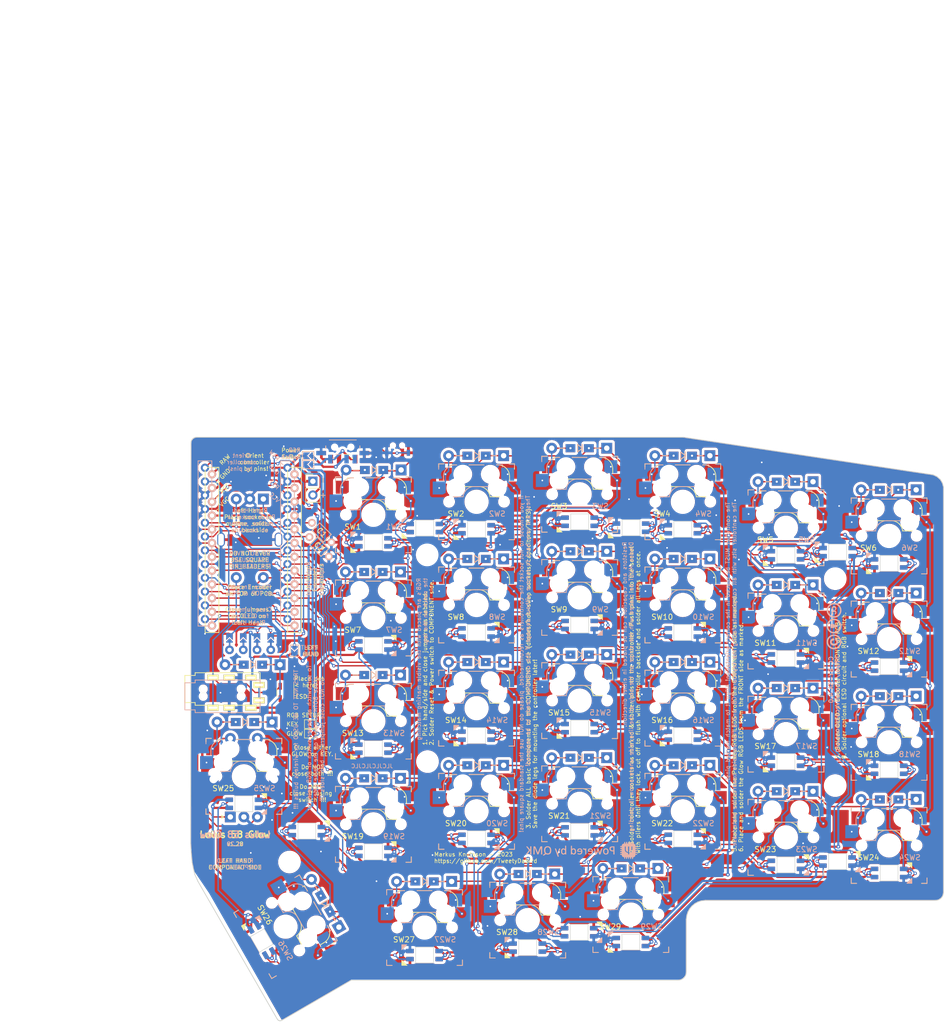
<source format=kicad_pcb>
(kicad_pcb (version 20221018) (generator pcbnew)
  (title_block (title "Lotus 58 Glow") (date "2024-01-11") (rev "v1.28") (company "Markus Knutsson <markus.knutsson@tweety.se>") (comment 1 "https://github.com/TweetyDaBird") (comment 2 "Licensed under Creative Commons BY-SA 4.0 International"))
  (layers (0 "F.Cu" signal) (31 "B.Cu" signal) (34 "B.Paste" user) (35 "F.Paste" user) (36 "B.SilkS" user "B.Silkscreen") (37 "F.SilkS" user "F.Silkscreen") (38 "B.Mask" user) (39 "F.Mask" user) (44 "Edge.Cuts" user))
  (net 0 "")
  (net 1 "/PWR_KEY")
  (net 2 "row4")
  (net 3 "Net-(D1-A)")
  (net 4 "Net-(D2-A)")
  (net 5 "row0")
  (net 6 "Net-(D3-A)")
  (net 7 "row1")
  (net 8 "Net-(D4-A)")
  (net 9 "row2")
  (net 10 "Net-(D5-A)")
  (net 11 "row3")
  (net 12 "Net-(D6-A)")
  (net 13 "Net-(D7-A)")
  (net 14 "Net-(D8-A)")
  (net 15 "Net-(D9-A)")
  (net 16 "Net-(D10-A)")
  (net 17 "Net-(D11-A)")
  (net 18 "Net-(D12-A)")
  (net 19 "Net-(D13-A)")
  (net 20 "Net-(D14-A)")
  (net 21 "Net-(D15-A)")
  (net 22 "Net-(D16-A)")
  (net 23 "Net-(D17-A)")
  (net 24 "Net-(D18-A)")
  (net 25 "Net-(D19-A)")
  (net 26 "Net-(D20-A)")
  (net 27 "Net-(D21-A)")
  (net 28 "Net-(D22-A)")
  (net 29 "Net-(D23-A)")
  (net 30 "Net-(D24-A)")
  (net 31 "Net-(D26-A)")
  (net 32 "Net-(D27-A)")
  (net 33 "VCC")
  (net 34 "GND")
  (net 35 "col0")
  (net 36 "col1")
  (net 37 "col2")
  (net 38 "col3")
  (net 39 "col4")
  (net 40 "col5")
  (net 41 "SDA")
  (net 42 "LED")
  (net 43 "SCL")
  (net 44 "RESET")
  (net 45 "Net-(D28-A)")
  (net 46 "DATA")
  (net 47 "Net-(D29-A)")
  (net 48 "Hand")
  (net 49 "B")
  (net 50 "A")
  (net 51 "Alt")
  (net 52 "Net-(D30-A)")
  (net 53 "/PWR_GLOW")
  (net 54 "unconnected-(P1-0-PadA)")
  (net 55 "unconnected-(P1-0-PadB)")
  (net 56 "unconnected-(P1-0-PadC)")
  (net 57 "unconnected-(P1-0-PadD)")
  (net 58 "Net-(LED1-DOUT)")
  (net 59 "Net-(LED2-DOUT)")
  (net 60 "Net-(LED3-DOUT)")
  (net 61 "Net-(LED4-DOUT)")
  (net 62 "Net-(LED5-DOUT)")
  (net 63 "unconnected-(LED6-DOUT-Pad2)")
  (net 64 "Net-(LED7-DOUT)")
  (net 65 "Net-(LED8-DOUT)")
  (net 66 "Net-(LED10-DIN)")
  (net 67 "Net-(LED10-DOUT)")
  (net 68 "Net-(LED11-DOUT)")
  (net 69 "Net-(LED12-DOUT)")
  (net 70 "Net-(LED13-DIN)")
  (net 71 "Net-(LED13-DOUT)")
  (net 72 "Net-(LED14-DIN)")
  (net 73 "Net-(LED15-DIN)")
  (net 74 "Net-(LED16-DIN)")
  (net 75 "Net-(LED17-DIN)")
  (net 76 "Net-(LED19-DOUT)")
  (net 77 "Net-(LED20-DOUT)")
  (net 78 "Net-(LED21-DOUT)")
  (net 79 "Net-(LED22-DOUT)")
  (net 80 "Net-(LED23-DOUT)")
  (net 81 "Net-(LED24-DOUT)")
  (net 82 "Net-(LED25-DIN)")
  (net 83 "Net-(LED25-DOUT)")
  (net 84 "Net-(LED26-DIN)")
  (net 85 "Net-(LED27-DIN)")
  (net 86 "Net-(LED28-DIN)")
  (net 87 "Net-(LED29-DIN)")
  (net 88 "Net-(LED31-DOUT)")
  (net 89 "unconnected-(J1-PadS)")
  (net 90 "Net-(LED32-DOUT)")
  (net 91 "Net-(LED33-DOUT)")
  (net 92 "RGB_LINK")
  (net 93 "Battery")
  (net 94 "/Batt")
  (net 95 "Net-(LED34-DOUT)")
  (net 100 "Net-(JP1-Pad2)")
  (net 101 "Net-(JP4-Pad2)")
  (footprint "Keyboard Common:Spacer PCB hole" (layer "F.Cu") (at 124.32538 57.40908)
    (fp_text reference "TH1" hide)
    (fp_text value "HOLE" hide)
  )
  (footprint "Keyboard Common:Spacer PCB hole" (layer "F.Cu") (at 199.7 61.8)
    (fp_text reference "TH2" hide)
    (fp_text value "HOLE" hide)
  )
  (footprint "Keyboard Common:Spacer PCB hole" (layer "F.Cu") (at 124.3965 95.5675)
    (fp_text reference "TH3" hide)
    (fp_text value "HOLE" hide)
  )
  (footprint "Keyboard Common:Spacer PCB hole" (layer "F.Cu") (at 199.7 100)
    (fp_text reference "TH4" hide)
    (fp_text value "HOLE" hide)
  )
  (footprint "Keyboard Common:Spacer PCB hole" (layer "F.Cu") (at 98.8949 114.1095 90)
    (fp_text reference "TH5" hide)
    (fp_text value "HOLE" hide)
  )
  (footprint "Keyboard Common:SSD1306-0.91-OLED-4pin-128x32 doublesided" (layer "F.Cu") (at 91.6305 56.4435 -90)
    (fp_text reference "P1" hide)
    (fp_text value "OLED")
  )
  (footprint "Keyboard Library:RotaryEncoder_Alps_EC11E-Switch_Vertical_H20_special" (layer "F.Cu") (at 91.567 54.594 -90)
    (fp_text reference "SW30" hide)
    (fp_text value "Rotary_Encoder_Switch")
  )
  (footprint "Keyboard Controllers:ProMicro_Reversible_orig" (layer "F.Cu") (at 92.109 56.1)
    (fp_text reference "U1" hide)
    (fp_text value "ProMicro" hide)
  )
  (footprint "Common Library:MJ-4PP-9_alim" (layer "F.Cu") (at 81.4705 82.169 90)
    (fp_text reference "J1" hide)
    (fp_text value "PJ-320A" hide)
  )
  (footprint "Keyboard Library:RotaryEncoder_Alps_EC11E-Switch_Special" (layer "F.Cu") (at 90.4748 98.2853 90)
    (fp_text reference "SW31" hide)
    (fp_text value "Rotary_Encoder_Switch")
  )
  (footprint "Keyboard Common:Jumper_min_v2" (layer "F.Cu") (at 99.82 75.12 90)
    (fp_text reference "JP2" hide)
    (fp_text value "LEFT" hide)
  )
  (footprint "Keyboard RGB:MX_SK6812MINI-E_REVERSIBLE" (layer "F.Cu") (at 114.4 55.08 180)
    (fp_text reference "LED7" hide)
    (fp_text value "SK6812MINI-E")
    (fp_line (start -1.65 -1.45) (end 1.65 -1.45) (stroke (width 0.1)) (layer "Edge.Cuts"))
    (fp_line (start -1.65 1.45) (end -1.65 -1.45) (stroke (width 0.1)) (layer "Edge.Cuts"))
    (fp_line (start 1.65 -1.45) (end 1.65 1.45) (stroke (width 0.1)) (layer "Edge.Cuts"))
    (fp_line (start 1.65 1.45) (end -1.65 1.45) (stroke (width 0.1)) (layer "Edge.Cuts"))
  )
  (footprint "Keyboard RGB:MX_SK6812MINI-E_REVERSIBLE" (layer "F.Cu") (at 133.45 52.68 180)
    (fp_text reference "LED8" hide)
    (fp_text value "SK6812MINI-E")
    (fp_line (start -1.65 -1.45) (end 1.65 -1.45) (stroke (width 0.1)) (layer "Edge.Cuts"))
    (fp_line (start -1.65 1.45) (end -1.65 -1.45) (stroke (width 0.1)) (layer "Edge.Cuts"))
    (fp_line (start 1.65 -1.45) (end 1.65 1.45) (stroke (width 0.1)) (layer "Edge.Cuts"))
    (fp_line (start 1.65 1.45) (end -1.65 1.45) (stroke (width 0.1)) (layer "Edge.Cuts"))
  )
  (footprint "Keyboard RGB:MX_SK6812MINI-E_REVERSIBLE" (layer "F.Cu") (at 152.5 51.29 180)
    (fp_text reference "LED9" hide)
    (fp_text value "SK6812MINI-E")
    (fp_line (start -1.65 -1.45) (end 1.65 -1.45) (stroke (width 0.1)) (layer "Edge.Cuts"))
    (fp_line (start -1.65 1.45) (end -1.65 -1.45) (stroke (width 0.1)) (layer "Edge.Cuts"))
    (fp_line (start 1.65 -1.45) (end 1.65 1.45) (stroke (width 0.1)) (layer "Edge.Cuts"))
    (fp_line (start 1.65 1.45) (end -1.65 1.45) (stroke (width 0.1)) (layer "Edge.Cuts"))
  )
  (footprint "Keyboard RGB:MX_SK6812MINI-E_REVERSIBLE" (layer "F.Cu") (at 171.55 52.68 180)
    (fp_text reference "LED10" hide)
    (fp_text value "SK6812MINI-E")
    (fp_line (start -1.65 -1.45) (end 1.65 -1.45) (stroke (width 0.1)) (layer "Edge.Cuts"))
    (fp_line (start -1.65 1.45) (end -1.65 -1.45) (stroke (width 0.1)) (layer "Edge.Cuts"))
    (fp_line (start 1.65 -1.45) (end 1.65 1.45) (stroke (width 0.1)) (layer "Edge.Cuts"))
    (fp_line (start 1.65 1.45) (end -1.65 1.45) (stroke (width 0.1)) (layer "Edge.Cuts"))
  )
  (footprint "Keyboard RGB:MX_SK6812MINI-E_REVERSIBLE" (layer "F.Cu") (at 190.6 57.48 180)
    (fp_text reference "LED11" hide)
    (fp_text value "SK6812MINI-E")
    (fp_line (start -1.65 -1.45) (end 1.65 -1.45) (stroke (width 0.1)) (layer "Edge.Cuts"))
    (fp_line (start -1.65 1.45) (end -1.65 -1.45) (stroke (width 0.1)) (layer "Edge.Cuts"))
    (fp_line (start 1.65 -1.45) (end 1.65 1.45) (stroke (width 0.1)) (layer "Edge.Cuts"))
    (fp_line (start 1.65 1.45) (end -1.65 1.45) (stroke (width 0.1)) (layer "Edge.Cuts"))
  )
  (footprint "Keyboard RGB:MX_SK6812MINI-E_REVERSIBLE" (layer "F.Cu") (at 209.65 58.98 180)
    (fp_text reference "LED12" hide)
    (fp_text value "SK6812MINI-E")
    (fp_line (start -1.65 -1.45) (end 1.65 -1.45) (stroke (width 0.1)) (layer "Edge.Cuts"))
    (fp_line (start -1.65 1.45) (end -1.65 -1.45) (stroke (width 0.1)) (layer "Edge.Cuts"))
    (fp_line (start 1.65 -1.45) (end 1.65 1.45) (stroke (width 0.1)) (layer "Edge.Cuts"))
    (fp_line (start 1.65 1.45) (end -1.65 1.45) (stroke (width 0.1)) (layer "Edge.Cuts"))
  )
  (footprint "Keyboard RGB:MX_SK6812MINI-E_REVERSIBLE" (layer "F.Cu") (at 114.4 74.13)
    (fp_text reference "LED13" hide)
    (fp_text value "SK6812MINI-E")
    (fp_line (start -1.65 -1.45) (end 1.65 -1.45) (stroke (width 0.1)) (layer "Edge.Cuts"))
    (fp_line (start -1.65 1.45) (end -1.65 -1.45) (stroke (width 0.1)) (layer "Edge.Cuts"))
    (fp_line (start 1.65 -1.45) (end 1.65 1.45) (stroke (width 0.1)) (layer "Edge.Cuts"))
    (fp_line (start 1.65 1.45) (end -1.65 1.45) (stroke (width 0.1)) (layer "Edge.Cuts"))
  )
  (footprint "Keyboard RGB:MX_SK6812MINI-E_REVERSIBLE" (layer "F.Cu") (at 133.45 71.73)
    (fp_text reference "LED14" hide)
    (fp_text value "SK6812MINI-E")
    (fp_line (start -1.65 -1.45) (end 1.65 -1.45) (stroke (width 0.1)) (layer "Edge.Cuts"))
    (fp_line (start -1.65 1.45) (end -1.65 -1.45) (stroke (width 0.1)) (layer "Edge.Cuts"))
    (fp_line (start 1.65 -1.45) (end 1.65 1.45) (stroke (width 0.1)) (layer "Edge.Cuts"))
    (fp_line (start 1.65 1.45) (end -1.65 1.45) (stroke (width 0.1)) (layer "Edge.Cuts"))
  )
  (footprint "Keyboard RGB:MX_SK6812MINI-E_REVERSIBLE" (layer "F.Cu") (at 152.5 70.34)
    (fp_text reference "LED15" hide)
    (fp_text value "SK6812MINI-E")
    (fp_line (start -1.65 -1.45) (end 1.65 -1.45) (stroke (width 0.1)) (layer "Edge.Cuts"))
    (fp_line (start -1.65 1.45) (end -1.65 -1.45) (stroke (width 0.1)) (layer "Edge.Cuts"))
    (fp_line (start 1.65 -1.45) (end 1.65 1.45) (stroke (width 0.1)) (layer "Edge.Cuts"))
    (fp_line (start 1.65 1.45) (end -1.65 1.45) (stroke (width 0.1)) (layer "Edge.Cuts"))
  )
  (footprint "Keyboard RGB:MX_SK6812MINI-E_REVERSIBLE" (layer "F.Cu") (at 171.55 71.73)
    (fp_text reference "LED16" hide)
    (fp_text value "SK6812MINI-E")
    (fp_line (start -1.65 -1.45) (end 1.65 -1.45) (stroke (width 0.1)) (layer "Edge.Cuts"))
    (fp_line (start -1.65 1.45) (end -1.65 -1.45) (stroke (width 0.1)) (layer "Edge.Cuts"))
    (fp_line (start 1.65 -1.45) (end 1.65 1.45) (stroke (width 0.1)) (layer "Edge.Cuts"))
    (fp_line (start 1.65 1.45) (end -1.65 1.45) (stroke (width 0.1)) (layer "Edge.Cuts"))
  )
  (footprint "Keyboard RGB:MX_SK6812MINI-E_REVERSIBLE" (layer "F.Cu") (at 190.6 76.53)
    (fp_text reference "LED17" hide)
    (fp_text value "SK6812MINI-E")
    (fp_line (start -1.65 -1.45) (end 1.65 -1.45) (stroke (width 0.1)) (layer "Edge.Cuts"))
    (fp_line (start -1.65 1.45) (end -1.65 -1.45) (stroke (width 0.1)) (layer "Edge.Cuts"))
    (fp_line (start 1.65 -1.45) (end 1.65 1.45) (stroke (width 0.1)) (layer "Edge.Cuts"))
    (fp_line (start 1.65 1.45) (end -1.65 1.45) (stroke (width 0.1)) (layer "Edge.Cuts"))
  )
  (footprint "Keyboard RGB:MX_SK6812MINI-E_REVERSIBLE" (layer "F.Cu") (at 209.65 78.03)
    (fp_text reference "LED18" hide)
    (fp_text value "SK6812MINI-E")
    (fp_line (start -1.65 -1.45) (end 1.65 -1.45) (stroke (width 0.1)) (layer "Edge.Cuts"))
    (fp_line (start -1.65 1.45) (end -1.65 -1.45) (stroke (width 0.1)) (layer "Edge.Cuts"))
    (fp_line (start 1.65 -1.45) (end 1.65 1.45) (stroke (width 0.1)) (layer "Edge.Cuts"))
    (fp_line (start 1.65 1.45) (end -1.65 1.45) (stroke (width 0.1)) (layer "Edge.Cuts"))
  )
  (footprint "Keyboard RGB:MX_SK6812MINI-E_REVERSIBLE" (layer "F.Cu") (at 114.4 93.18 180)
    (fp_text reference "LED19" hide)
    (fp_text value "SK6812MINI-E")
    (fp_line (start -1.65 -1.45) (end 1.65 -1.45) (stroke (width 0.1)) (layer "Edge.Cuts"))
    (fp_line (start -1.65 1.45) (end -1.65 -1.45) (stroke (width 0.1)) (layer "Edge.Cuts"))
    (fp_line (start 1.65 -1.45) (end 1.65 1.45) (stroke (width 0.1)) (layer "Edge.Cuts"))
    (fp_line (start 1.65 1.45) (end -1.65 1.45) (stroke (width 0.1)) (layer "Edge.Cuts"))
  )
  (footprint "Keyboard RGB:MX_SK6812MINI-E_REVERSIBLE" (layer "F.Cu") (at 133.45 90.78 180)
    (fp_text reference "LED20" hide)
    (fp_text value "SK6812MINI-E")
    (fp_line (start -1.65 -1.45) (end 1.65 -1.45) (stroke (width 0.1)) (layer "Edge.Cuts"))
    (fp_line (start -1.65 1.45) (end -1.65 -1.45) (stroke (width 0.1)) (layer "Edge.Cuts"))
    (fp_line (start 1.65 -1.45) (end 1.65 1.45) (stroke (width 0.1)) (layer "Edge.Cuts"))
    (fp_line (start 1.65 1.45) (end -1.65 1.45) (stroke (width 0.1)) (layer "Edge.Cuts"))
  )
  (footprint "Keyboard RGB:MX_SK6812MINI-E_REVERSIBLE" (layer "F.Cu") (at 152.5 89.39 180)
    (fp_text reference "LED21" hide)
    (fp_text value "SK6812MINI-E")
    (fp_line (start -1.65 -1.45) (end 1.65 -1.45) (stroke (width 0.1)) (layer "Edge.Cuts"))
    (fp_line (start -1.65 1.45) (end -1.65 -1.45) (stroke (width 0.1)) (layer "Edge.Cuts"))
    (fp_line (start 1.65 -1.45) (end 1.65 1.45) (stroke (width 0.1)) (layer "Edge.Cuts"))
    (fp_line (start 1.65 1.45) (end -1.65 1.45) (stroke (width 0.1)) (layer "Edge.Cuts"))
  )
  (footprint "Keyboard RGB:MX_SK6812MINI-E_REVERSIBLE" (layer "F.Cu") (at 171.55 90.78 180)
    (fp_text reference "LED22" hide)
    (fp_text value "SK6812MINI-E")
    (fp_line (start -1.65 -1.45) (end 1.65 -1.45) (stroke (width 0.1)) (layer "Edge.Cuts"))
    (fp_line (start -1.65 1.45) (end -1.65 -1.45) (stroke (width 0.1)) (layer "Edge.Cuts"))
    (fp_line (start 1.65 -1.45) (end 1.65 1.45) (stroke (width 0.1)) (layer "Edge.Cuts"))
    (fp_line (start 1.65 1.45) (end -1.65 1.45) (stroke (width 0.1)) (layer "Edge.Cuts"))
  )
  (footprint "Keyboard RGB:MX_SK6812MINI-E_REVERSIBLE" (layer "F.Cu") (at 190.6 95.58 180)
    (fp_text reference "LED23" hide)
    (fp_text value "SK6812MINI-E")
    (fp_line (start -1.65 -1.45) (end 1.65 -1.45) (stroke (width 0.1)) (layer "Edge.Cuts"))
    (fp_line (start -1.65 1.45) (end -1.65 -1.45) (stroke (width 0.1)) (layer "Edge.Cuts"))
    (fp_line (start 1.65 -1.45) (end 1.65 1.45) (stroke (width 0.1)) (layer "Edge.Cuts"))
    (fp_line (start 1.65 1.45) (end -1.65 1.45) (stroke (width 0.1)) (layer "Edge.Cuts"))
  )
  (footprint "Keyboard RGB:MX_SK6812MINI-E_REVERSIBLE" (layer "F.Cu") (at 209.65 97.08 180)
    (fp_text reference "LED24" hide)
    (fp_text value "SK6812MINI-E")
    (fp_line (start -1.65 -1.45) (end 1.65 -1.45) (stroke (width 0.1)) (layer "Edge.Cuts"))
    (fp_line (start -1.65 1.45) (end -1.65 -1.45) (stroke (width 0.1)) (layer "Edge.Cuts"))
    (fp_line (start 1.65 -1.45) (end 1.65 1.45) (stroke (width 0.1)) (layer "Edge.Cuts"))
    (fp_line (start 1.65 1.45) (end -1.65 1.45) (stroke (width 0.1)) (layer "Edge.Cuts"))
  )
  (footprint "Keyboard RGB:MX_SK6812MINI-E_REVERSIBLE" (layer "F.Cu") (at 114.4 112.23)
    (fp_text reference "LED25" hide)
    (fp_text value "SK6812MINI-E")
    (fp_line (start -1.65 -1.45) (end 1.65 -1.45) (stroke (width 0.1)) (layer "Edge.Cuts"))
    (fp_line (start -1.65 1.45) (end -1.65 -1.45) (stroke (width 0.1)) (layer "Edge.Cuts"))
    (fp_line (start 1.65 -1.45) (end 1.65 1.45) (stroke (width 0.1)) (layer "Edge.Cuts"))
    (fp_line (start 1.65 1.45) (end -1.65 1.45) (stroke (width 0.1)) (layer "Edge.Cuts"))
  )
  (footprint "Keyboard RGB:MX_SK6812MINI-E_REVERSIBLE" (layer "F.Cu") (at 133.45 109.83)
    (fp_text reference "LED26" hide)
    (fp_text value "SK6812MINI-E")
    (fp_line (start -1.65 -1.45) (end 1.65 -1.45) (stroke (width 0.1)) (layer "Edge.Cuts"))
    (fp_line (start -1.65 1.45) (end -1.65 -1.45) (stroke (width 0.1)) (layer "Edge.Cuts"))
    (fp_line (start 1.65 -1.45) (end 1.65 1.45) (stroke (width 0.1)) (layer "Edge.Cuts"))
    (fp_line (start 1.65 1.45) (end -1.65 1.45) (stroke (width 0.1)) (layer "Edge.Cuts"))
  )
  (footprint "Keyboard RGB:MX_SK6812MINI-E_REVERSIBLE" (layer "F.Cu") (at 152.5 108.44)
    (fp_text reference "LED27" hide)
    (fp_text value "SK6812MINI-E")
    (fp_line (start -1.65 -1.45) (end 1.65 -1.45) (stroke (width 0.1)) (layer "Edge.Cuts"))
    (fp_line (start -1.65 1.45) (end -1.65 -1.45) (stroke (width 0.1)) (layer "Edge.Cuts"))
    (fp_line (start 1.65 -1.45) (end 1.65 1.45) (stroke (width 0.1)) (layer "Edge.Cuts"))
    (fp_line (start 1.65 1.45) (end -1.65 1.45) (stroke (width 0.1)) (layer "Edge.Cuts"))
  )
  (footprint "Keyboard RGB:MX_SK6812MINI-E_REVERSIBLE" (layer "F.Cu") (at 171.55 109.83)
    (fp_text reference "LED28" hide)
    (fp_text value "SK6812MINI-E")
    (fp_line (start -1.65 -1.45) (end 1.65 -1.45) (stroke (width 0.1)) (layer "Edge.Cuts"))
    (fp_line (start -1.65 1.45) (end -1.65 -1.45) (stroke (width 0.1)) (layer "Edge.Cuts"))
    (fp_line (start 1.65 -1.45) (end 1.65 1.45) (stroke (width 0.1)) (layer "Edge.Cuts"))
    (fp_line (start 1.65 1.45) (end -1.65 1.45) (stroke (width 0.1)) (layer "Edge.Cuts"))
  )
  (footprint "Keyboard RGB:MX_SK6812MINI-E_REVERSIBLE" (layer "F.Cu") (at 190.6 114.63)
    (fp_text reference "LED29" hide)
    (fp_text value "SK6812MINI-E")
    (fp_line (start -1.65 -1.45) (end 1.65 -1.45) (stroke (width 0.1)) (layer "Edge.Cuts"))
    (fp_line (start -1.65 1.45) (end -1.65 -1.45) (stroke (width 0.1)) (layer "Edge.Cuts"))
    (fp_line (start 1.65 -1.45) (end 1.65 1.45) (stroke (width 0.1)) (layer "Edge.Cuts"))
    (fp_line (start 1.65 1.45) (end -1.65 1.45) (stroke (width 0.1)) (layer "Edge.Cuts"))
  )
  (footprint "Keyboard RGB:MX_SK6812MINI-E_REVERSIBLE" (layer "F.Cu") (at 209.65 116.13)
    (fp_text reference "LED30" hide)
    (fp_text value "SK6812MINI-E")
    (fp_line (start -1.65 -1.45) (end 1.65 -1.45) (stroke (width 0.1)) (layer "Edge.Cuts"))
    (fp_line (start -1.65 1.45) (end -1.65 -1.45) (stroke (width 0.1)) (layer "Edge.Cuts"))
    (fp_line (start 1.65 -1.45) (end 1.65 1.45) (stroke (width 0.1)) (layer "Edge.Cuts"))
    (fp_line (start 1.65 1.45) (end -1.65 1.45) (stroke (width 0.1)) (layer "Edge.Cuts"))
  )
  (footprint "Keyboard RGB:MX_SK6812MINI-E_REVERSIBLE" (layer "F.Cu") (at 90.4748 103.3653)
    (fp_text reference "LED31" hide)
    (fp_text value "SK6812MINI-E")
    (fp_line (start -1.65 -1.45) (end 1.65 -1.45) (stroke (width 0.1)) (layer "Edge.Cuts"))
    (fp_line (start -1.65 1.45) (end -1.65 -1.45) (stroke (width 0.1)) (layer "Edge.Cuts"))
    (fp_line (start 1.65 -1.45) (end 1.65 1.45) (stroke (width 0.1)) (layer "Edge.Cuts"))
    (fp_line (start 1.65 1.45) (end -1.65 1.45) (stroke (width 0.1)) (layer "Edge.Cuts"))
  )
  (footprint "Keyboard RGB:MX_SK6812MINI-E_REVERSIBLE" (layer "F.Cu") (at 93.771591 128.587499 120)
    (fp_text reference "LED32" hide)
    (fp_text value "SK6812MINI-E")
    (fp_line (start -1.65 -1.45) (end 1.65 -1.45) (stroke (width 0.1)) (layer "Edge.Cuts"))
    (fp_line (start -1.65 1.45) (end -1.65 -1.45) (stroke (width 0.1)) (layer "Edge.Cuts"))
    (fp_line (start 1.65 -1.45) (end 1.65 1.45) (stroke (width 0.1)) (layer "Edge.Cuts"))
    (fp_line (start 1.65 1.45) (end -1.65 1.45) (stroke (width 0.1)) (layer "Edge.Cuts"))
  )
  (footprint "Keyboard RGB:MX_SK6812MINI-E_REVERSIBLE" (layer "F.Cu") (at 123.85 131.28 180)
    (fp_text reference "LED33" hide)
    (fp_text value "SK6812MINI-E")
    (fp_line (start -1.65 -1.45) (end 1.65 -1.45) (stroke (width 0.1)) (layer "Edge.Cuts"))
    (fp_line (start -1.65 1.45) (end -1.65 -1.45) (stroke (width 0.1)) (layer "Edge.Cuts"))
    (fp_line (start 1.65 -1.45) (end 1.65 1.45) (stroke (width 0.1)) (layer "Edge.Cuts"))
    (fp_line (start 1.65 1.45) (end -1.65 1.45) (stroke (width 0.1)) (layer "Edge.Cuts"))
  )
  (footprint "Keyboard RGB:MX_SK6812MINI-E_REVERSIBLE" (layer "F.Cu") (at 142.8977 129.9083 180)
    (fp_text reference "LED34" hide)
    (fp_text value "SK6812MINI-E")
    (fp_line (start -1.65 -1.45) (end 1.65 -1.45) (stroke (width 0.1)) (layer "Edge.Cuts"))
    (fp_line (start -1.65 1.45) (end -1.65 -1.45) (stroke (width 0.1)) (layer "Edge.Cuts"))
    (fp_line (start 1.65 -1.45) (end 1.65 1.45) (stroke (width 0.1)) (layer "Edge.Cuts"))
    (fp_line (start 1.65 1.45) (end -1.65 1.45) (stroke (width 0.1)) (layer "Edge.Cuts"))
  )
  (footprint "Keyboard RGB:MX_SK6812MINI-E_REVERSIBLE" (layer "F.Cu") (at 161.95 128.88 180)
    (fp_text reference "LED35" hide)
    (fp_text value "SK6812MINI-E")
    (fp_line (start -1.65 -1.45) (end 1.65 -1.45) (stroke (width 0.1)) (layer "Edge.Cuts"))
    (fp_line (start -1.65 1.45) (end -1.65 -1.45) (stroke (width 0.1)) (layer "Edge.Cuts"))
    (fp_line (start 1.65 -1.45) (end 1.65 1.45) (stroke (width 0.1)) (layer "Edge.Cuts"))
    (fp_line (start 1.65 1.45) (end -1.65 1.45) (stroke (width 0.1)) (layer "Edge.Cuts"))
  )
  (footprint "Keyboard Common:MSK12C02" (layer "F.Cu") (at 108.74 37.52 180)
    (fp_text reference "S1" hide)
    (fp_text value "MSK12C02" hide)
  )
  (footprint "Connector_PinHeader_2.54mm:PinHeader_1x02_P2.54mm_Vertical" (layer "F.Cu") (at 103.22 43.82)
    (fp_text reference "J2" hide)
    (fp_text value "Conn_01x02")
  )
  (footprint "Keyboard Library:Diode_DO35_SOD123" (layer "F.Cu") (at 92.1512 77.6732 180)
    (fp_text reference "D30" hide)
    (fp_text value "1N4148/1N4148W" hide)
  )
  (footprint "Keyboard Common:Jumper_min_v2" (layer "F.Cu") (at 102.726 90.416)
    (fp_text reference "JP5" hide)
    (fp_text value "FULL" hide)
  )
  (footprint "Keyboard Common:Jumper_min_v2" (layer "F.Cu") (at 102.342 39.11)
    (fp_text reference "JP1" hide)
    (fp_text value "FULL" hide)
  )
  (footprint "Keyboard Common:Jumper_min_v2" (layer "F.Cu") (at 102.342 40.71)
    (fp_text reference "JP4" hide)
    (fp_text value "FULL" hide)
  )
  (footprint "Keyboard Common:YTS-A002" (layer "F.Cu") (at 118.86 37.21)
    (fp_text reference "RES2" hide)
    (fp_text value "TS-A002" hide)
  )
  (footprint "Package_TO_SOT_SMD:SOT-23-6" (layer "F.Cu") (at 98.14 82.8 -90)
    (fp_text reference "U2" hide)
    (fp_text value "SRV05-4")
  )
  (footprint "Keyboard Common:Jumper_min_v2" (layer "F.Cu") (at 102.726 88.646)
    (fp_text reference "JP6" hide)
    (fp_text value "FULL" hide)
  )
  (footprint "Keyboard Library:Diode_DO35_SOD123" (layer "B.Cu") (at 114.52 41.73 180)
    (fp_text reference "D1" hide)
    (fp_text value "1N4148/1N4148W" hide)
  )
  (footprint "Keyboard Library:Diode_DO35_SOD123" (layer "B.Cu") (at 152.5 37.71 180)
    (fp_text reference "D3" hide)
    (fp_text value "1N4148/1N4148W" hide)
  )
  (footprint "Keyboard Library:Diode_DO35_SOD123" (layer "B.Cu") (at 171.55 39.1 180)
    (fp_text reference "D4" hide)
    (fp_text value "1N4148/1N4148W" hide)
  )
  (footprint "Keyboard Library:Diode_DO35_SOD123" (layer "B.Cu") (at 209.65 45.4 180)
    (fp_text reference "D6" hide)
    (fp_text value "1N4148/1N4148W" hide)
  )
  (footprint "Keyboard Library:Diode_DO35_SOD123" (layer "B.Cu") (at 152.5 56.76 180)
    (fp_text reference "D9" hide)
    (fp_text value "1N4148/1N4148W" hide)
  )
  (footprint "Keyboard Library:Diode_DO35_SOD123" (layer "B.Cu") (at 171.55 58.15 180)
    (fp_text reference "D10" hide)
    (fp_text value "1N4148/1N4148W" hide)
  )
  (footprint "Keyboard Library:Diode_DO35_SOD123" (layer "B.Cu") (at 190.6 62.95 180)
    (fp_text reference "D11" hide)
    (fp_text value "1N4148/1N4148W" hide)
  )
  (footprint "Keyboard Library:Diode_DO35_SOD123" (layer "B.Cu") (at 209.65 64.45 180)
    (fp_text reference "D12" hide)
    (fp_text value "1N4148/1N4148W" hide)
  )
  (footprint "Keyboard Library:Diode_DO35_SOD123" (layer "B.Cu") (at 114.4 79.6 180)
    (fp_text reference "D13" hide)
    (fp_text value "1N4148/1N4148W" hide)
  )
  (footprint "Keyboard Library:Diode_DO35_SOD123" (layer "B.Cu") (at 133.45 77.2 180)
    (fp_text reference "D14" hide)
    (fp_text value "1N4148/1N4148W" hide)
  )
  (footprint "Keyboard Library:Diode_DO35_SOD123" (layer "B.Cu") (at 152.5 75.81 180)
    (fp_text reference "D15" hide)
    (fp_text value "1N4148/1N4148W" hide)
  )
  (footprint "Keyboard Library:Diode_DO35_SOD123" (layer "B.Cu") (at 171.55 77.2 180)
    (fp_text reference "D16" hide)
    (fp_text value "1N4148/1N4148W" hide)
  )
  (footprint "Keyboard Library:Diode_DO35_SOD123" (layer "B.Cu") (at 209.65 83.5 180)
    (fp_text reference "D18" hide)
    (fp_text value "1N4148/1N4148W" hide)
  )
  (footprint "Keyboard Library:Diode_DO35_SOD123" (layer "B.Cu") (at 114.4 98.65 180)
    (fp_text reference "D19" hide)
    (fp_text value "1N4148/1N4148W" hide)
  )
  (footprint "Keyboard Library:Diode_DO35_SOD123" (layer "B.Cu") (at 133.45 96.25 180)
    (fp_text reference "D20" hide)
    (fp_text value "1N4148/1N4148W" hide)
  )
  (footprint "Keyboard Library:Diode_DO35_SOD123" (layer "B.Cu") (at 152.5 94.86 180)
    (fp_text reference "D21" hide)
    (fp_text value "1N4148/1N4148W" hide)
  )
  (footprint "Keyboard Library:Diode_DO35_SOD123" (layer "B.Cu") (at 171.55 96.25 180)
    (fp_text reference "D22" hide)
    (fp_text value "1N4148/1N4148W" hide)
  )
  (footprint "Keyboard Library:Diode_DO35_SOD123" (layer "B.Cu") (at 190.6 101.05 180)
    (fp_text reference "D23" hide)
    (fp_text value "1N4148/1N4148W" hide)
  )
  (footprint "Keyboard Library:Diode_DO35_SOD123" (layer "B.Cu") (at 105.532215 121.797501 120)
    (fp_text reference "D26" hide)
    (fp_text value "1N4148/1N4148W" hide)
  )
  (footprint "Keyboard Library:Diode_DO35_SOD123" (layer "B.Cu") (at 123.85 117.7 180)
    (fp_text reference "D27" hide)
    (fp_text value "1N4148/1N4148W" hide)
  )
  (footprint "Keyboard Switches:SW_MX_HotSwap_Reversible" (layer "B.Cu") (at 133.45 47.6 180)
    (fp_text reference "SW2" hide)
    (fp_text value "Kailh hotswap MX socket" hide)
  )
  (footprint "Keyboard Switches:SW_MX_HotSwap_Reversible" (layer "B.Cu") (at 152.5 46.21 180)
    (fp_text reference "SW3" hide)
    (fp_text value "Kailh hotswap MX socket" hide)
  )
  (footprint "Keyboard Switches:SW_MX_HotSwap_Reversible" (layer "B.Cu") (at 171.55 47.6 180)
    (fp_text reference "SW4" hide)
    (fp_text value "Kailh hotswap MX socket" hide)
  )
  (footprint "Keyboard Switches:SW_MX_HotSwap_Reversible" (layer "B.Cu") (at 209.65 53.9 180)
    (fp_text reference "SW6" hide)
    (fp_text value "Kailh hotswap MX socket" hide)
  )
  (footprint "Keyboard Switches:SW_MX_HotSwap_Reversible" (layer "B.Cu") (at 114.4 69.05 180)
    (fp_text reference "SW7" hide)
    (fp_text value "Kailh hotswap MX socket" hide)
  )
  (footprint "Keyboard Switches:SW_MX_HotSwap_Reversible" (layer "B.Cu") (at 152.5 65.26 180)
    (fp_text reference "SW9" hide)
    (fp_text value "Kailh hotswap MX socket" hide)
  )
  (footprint "Keyboard Switches:SW_MX_HotSwap_Reversible" (layer "B.Cu") (at 171.55 66.65 180)
    (fp_text reference "SW10" hide)
    (fp_text value "Kailh hotswap MX socket" hide)
  )
  (footprint "Keyboard Switches:SW_MX_HotSwap_Reversible" (layer "B.Cu") (at 190.6 71.45 180)
    (fp_text reference "SW11" hide)
    (fp_text value "Kailh hotswap MX socket" hide)
  )
  (footprint "Keyboard Switches:SW_MX_HotSwap_Reversible" (layer "B.Cu") (at 209.65 72.95 180)
    (fp_text reference "SW12" hide)
    (fp_text value "Kailh hotswap MX socket" hide)
  )
  (footprint "Keyboard Switches:SW_MX_HotSwap_Reversible" (layer "B.Cu") (at 114.4 88.1 180)
    (fp_text reference "SW13" hide)
    (fp_text value "Kailh hotswap MX socket" hide)
  )
  (footprint "Keyboard Switches:SW_MX_HotSwap_Reversible" (layer "B.Cu") (at 133.45 85.7 180)
    (fp_text reference "SW14" hide)
    (fp_text value "Kailh hotswap MX socket" hide)
  )
  (footprint "Keyboard Switches:SW_MX_HotSwap_Reversible" (layer "B.Cu") (at 152.5 84.31 180)
    (fp_text reference "SW15" hide)
    (fp_text value "Kailh hotswap MX socket" hide)
  )
  (footprint "Keyboard Switches:SW_MX_HotSwap_Reversible" (layer "B.Cu") (at 190.6 90.5 180)
    (fp_text reference "SW17" hide)
    (fp_text value "Kailh hotswap MX socket" hide)
  )
  (footprint "Keyboard Switches:SW_MX_HotSwap_Reversible" (layer "B.Cu") (at 209.65 92 180)
    (fp_text reference "SW18" hide)
    (fp_text value "Kailh hotswap MX socket" hide)
  )
  (footprint "Keyboard Switches:SW_MX_HotSwap_Reversible" (layer "B.Cu") (at 114.4 107.15 180)
    (fp_text reference "SW19" hide)
    (fp_text value "Kailh hotswap MX socket" hide)
  )
  (footprint "Keyboard Switches:SW_MX_HotSwap_Reversible" (layer "B.Cu") (at 133.45 104.75 180)
    (fp_text reference "SW20" hide)
    (fp_text value "Kailh hotswap MX socket" hide)
  )
  (footprint "Keyboard Switches:SW_MX_HotSwap_Reversible" (layer "B.Cu") (at 152.5 103.36 180)
    (fp_text reference "SW21" hide)
    (fp_text value "Kailh hotswap MX socket" hide)
  )
  (footprint "Keyboard Switches:SW_MX_HotSwap_Reversible" (layer "B.Cu") (at 171.55 104.75 180)
    (fp_text reference "SW22" hide)
    (fp_text value "Kailh hotswap MX socket" hide)
  )
  (footprint "Keyboard Switches:SW_MX_HotSwap_Reversible" (layer "B.Cu") (at 190.6 109.55 180)
    (fp_text reference "SW23" hide)
    (fp_text value "Kailh hotswap MX socket" hide)
  )
  (footprint "Keyboard Switches:SW_MX_HotSwap_Reversible" (layer "B.Cu") (at 123.85 126.2 180)
    (fp_text reference "SW27" hide)
    (fp_text value "Kailh hotswap MX socket" hide)
  )
  (footprint "Keyboard Switches:SW_MX_HotSwap_Reversible" (layer "B.Cu") (at 142.8977 124.8283 180)
    (fp_text reference "SW28" hide)
    (fp_text value "Kailh hotswap MX socket" hide)
  )
  (footprint "Keyboard Switches:SW_MX_HotSwap_Reversible" (layer "B.Cu") (at 161.95 123.8 180)
    (fp_text reference "SW29" hide)
    (fp_text value "Kailh hotswap MX socket" hide)
  )
  (footprint "Keyboard Switches:SW_MX_HotSwap_Reversible" (layer "B.Cu") (at 114.4 50 180)
    (fp_text reference "SW1" hide)
    (fp_text value "Kailh hotswap MX socket" hide)
  )
  (footprint "Keyboard Library:Diode_DO35_SOD123" (layer "B.Cu") (at 209.65 102.55 180)
    (fp_text reference "D24" hide)
    (fp_text value "1N4148/1N4148W" hide)
  )
  (footprint "Keyboard Switches:SW_MX_HotSwap_Reversible" (layer "B.Cu") (at 90.4748 98.2853 180)
    (fp_text reference "SW25" hide)
    (fp_text value "Kailh hotswap MX socket" hide)
  )
  (footprint "Keyboard Switches:SW_MX_HotSwap_Reversible" (layer "B.Cu") (at 209.65 111.05 180)
    (fp_text reference "SW24" hide)
    (fp_text value "Kailh hotswap MX socket" hide)
  )
  (footprint "Keyboard Library:Diode_DO35_SOD123" (layer "B.Cu") (at 114.4 60.55 180)
    (fp_text reference "D7" hide)
    (fp_text value "1N4148/1N4148W" hide)
  )
  (footprint "Keyboard Library:Diode_DO35_SOD123" (layer "B.Cu") (at 133.45 58.15 180)
    (fp_text reference "D8" hide)
    (fp_text value "1N4148/1N4148W" hide)
  )
  (footprint "Common Library:RESISTOR_Reversible" (layer "B.Cu") (at 104.8385 53.2765 -45)
    (fp_text reference "C1")
    (fp_text value "100nF" hide)
  )
  (footprint "Common Library:RESISTOR_Reversible" (layer "B.Cu") (at 104.375949 55.912749 135)
    (fp_text reference "C2")
    (fp_text value "100nF" hide)
  )
  (footprint "Keyboard Common:Jumper_min_v2" (layer "B.Cu") (at 99.82 75.12 90)
    (fp_text reference "JP3" hide)
    (fp_text value "RIGHT" hide)
  )
  (footprint "Keyboard Switches:SW_MX_HotSwap_Reversible" (layer "B.Cu") (at 98.171 126.0475 120)
    (fp_text reference "SW26" hide)
    (fp_text value "Kailh hotswap MX socket" hide)
  )
  (footprint "Keyboard Library:Diode_DO35_SOD123" (layer "B.Cu") (at 142.8977 116.3283 180)
    (fp_text reference "D28" hide)
    (fp_text value "1N4148/1N4148W" hide)
  )
  (footprint "Keyboard Library:Diode_DO35_SOD123" (layer "B.Cu") (at 161.95 115.3 180)
    (fp_text reference "D29" hide)
    (fp_text value "1N4148/1N4148W" hide)
  )
  (footprint "Keyboard Switches:SW_MX_HotSwap_Reversible" (layer "B.Cu") (at 171.55 85.7 180)
    (fp_text reference "SW16" hide)
    (fp_text value "Kailh hotswap MX socket" hide)
  )
  (footprint "Keyboard Library:Diode_DO35_SOD123" (layer "B.Cu") (at 133.45 39.098 180)
    (fp_text reference "D2" hide)
    (fp_text value "1N4148/1N4148W" hide)
  )
  (footprint "Keyboard Library:Diode_DO35_SOD123" (layer "B.Cu") (at 190.6 43.9 180)
    (fp_text reference "D5" hide)
    (fp_text value "1N4148/1N4148W" hide)
  )
  (footprint "Keyboard RGB:MX_SK6812MINI-E_REVERSIBLE" (layer "B.Cu") (at 200.125 114.022)
    (fp_text reference "LED4" hide)
    (fp_text value "SK6812MINI-E")
    (fp_line (start -1.65 -1.45) (end -1.65 1.45) (stroke (width 0.1)) (layer "Edge.Cuts"))
    (fp_line (start -1.65 1.45) (end 1.65 1.45) (stroke (width 0.1)) (layer "Edge.Cuts"))
    (fp_line (start 1.65 -1.45) (end -1.65 -1.45) (stroke (width 0.1)) (layer "Edge.Cuts"))
    (fp_line (start 1.65 1.45) (end 1.65 -1.45) (stroke (width 0.1)) (layer "Edge.Cuts"))
  )
  (footprint "Keyboard RGB:MX_SK6812MINI-E_REVERSIBLE" (layer "B.Cu") (at 152.4 127.0795)
    (fp_text reference "LED5" hide)
    (fp_text value "SK6812MINI-E")
    (fp_line (start -1.65 -1.45) (end -1.65 1.45) (stroke (width 0.1)) (layer "Edge.Cuts"))
    (fp_line (start -1.65 1.45) (end 1.65 1.45) (stroke (width 0.1)) (layer "Edge.Cuts"))
    (fp_line (start 1.65 -1.45) (end -1.65 -1.45) (stroke (width 0.1)) (layer "Edge.Cuts"))
    (fp_line (start 1.65 1.45) (end 1.65 -1.45) (stroke (width 0.1)) (layer "Edge.Cuts"))
  )
  (footprint "Keyboard RGB:MX_SK6812MINI-E_REVERSIBLE" (layer "B.Cu") (at 102.108 108.3945)
    (fp_text reference "LED6" hide)
    (fp_text value "SK6812MINI-E")
    (fp_line (start -1.65 -1.45) (end -1.65 1.45) (stroke (width 0.1)) (layer "Edge.Cuts"))
    (fp_line (start -1.65 1.45) (end 1.65 1.45) (stroke (width 0.1)) (layer "Edge.Cuts"))
    (fp_line (start 1.65 -1.45) (end -1.65 -1.45) (stroke (width 0.1)) (layer "Edge.Cuts"))
    (fp_line (start 1.65 1.45) (end 1.65 -1.45) (stroke (width 0.1)) (layer "Edge.Cuts"))
  )
  (footprint "Keyboard RGB:MX_SK6812MINI-E_REVERSIBLE" (layer "B.Cu") (at 200.152 56.896 180)
    (fp_text reference "LED3" hide)
    (fp_text value "SK6812MINI-E")
    (fp_line (start -1.65 -1.45) (end -1.65 1.45) (stroke (width 0.1)) (layer "Edge.Cuts"))
    (fp_line (start -1.65 1.45) (end 1.65 1.45) (stroke (width 0.1)) (layer "Edge.Cuts"))
    (fp_line (start 1.65 -1.45) (end -1.65 -1.45) (stroke (width 0.1)) (layer "Edge.Cuts"))
    (fp_line (start 1.65 1.45) (end 1.65 -1.45) (stroke (width 0.1)) (layer "Edge.Cuts"))
  )
  (footprint "Keyboard RGB:MX_SK6812MINI-E_REVERSIBLE" (layer "B.Cu") (at 123.8885 52.451 180)
    (fp_text reference "LED1" hide)
    (fp_text value "SK6812MINI-E")
    (fp_line (start -1.65 -1.45) (end -1.65 1.45) (stroke (width 0.1)) (layer "Edge.Cuts"))
    (fp_line (start -1.65 1.45) (end 1.65 1.45) (stroke (width 0.1)) (layer "Edge.Cuts"))
    (fp_line (start 1.65 -1.45) (end -1.65 -1.45) (stroke (width 0.1)) (layer "Edge.Cuts"))
    (fp_line (start 1.65 1.45) (end 1.65 -1.45) (stroke (width 0.1)) (layer "Edge.Cuts"))
  )
  (footprint "Keyboard Library:Diode_DO35_SOD123" (layer "B.Cu") (at 190.6 82 180)
    (fp_text reference "D17" hide)
    (fp_text value "1N4148/1N4148W" hide)
  )
  (footprint "Keyboard Library:Diode_DO35_SOD123" (layer "B.Cu") (at 90.678 88.265 180)
    (fp_text reference "D25" hide)
    (fp_text value "1N4148/1N4148W" hide)
  )
  (footprint "Keyboard Switches:SW_MX_HotSwap_Reversible" (layer "B.Cu") (at 190.6 52.4 180)
    (fp_text reference "SW5" hide)
    (fp_text value "Kailh hotswap MX socket" hide)
  )
  (footprint "Keyboard RGB:MX_SK6812MINI-E_REVERSIBLE" (layer "B.Cu") (at 161.9885 52.3875 180)
    (fp_text reference "LED2" hide)
    (fp_text value "SK6812MINI-E")
    (fp_line (start -1.65 -1.45) (end -1.65 1.45) (stroke (width 0.1)) (layer "Edge.Cuts"))
    (fp_line (start -1.65 1.45) (end 1.65 1.45) (stroke (width 0.1)) (layer "Edge.Cuts"))
    (fp_line (start 1.65 -1.45) (end -1.65 -1.45) (stroke (width 0.1)) (layer "Edge.Cuts"))
    (fp_line (start 1.65 1.45) (end 1.65 -1.45) (stroke (width 0.1)) (layer "Edge.Cuts"))
  )
  (footprint "Keyboard Switches:SW_MX_HotSwap_Reversible" (layer "B.Cu") (at 133.45 66.65 180)
    (fp_text reference "SW8" hide)
    (fp_text value "Kailh hotswap MX socket" hide)
  )
  (footprint "Logotypes:CC_BY_SA_40_line" (layer "B.Cu") (at 199.405 79.591511 -90)
    (fp_text reference "Logo2")
    (fp_text value "CC-BY-SA-4.0" hide)
  )
  (footprint "Keyboard Common:Jumper_min_v2" (layer "B.Cu") (at 102.342 40.71)
    (fp_text reference "JP8" hide)
    (fp_text value "FULL" hide)
  )
  (footprint "Keyboard Common:MSK12C02" (layer "B.Cu") (at 108.74 37.52)
    (fp_text reference "S2" hide)
    (fp_text value "MSK12C02" hide)
  )
  (footprint "Logotypes:qmk logo" (layer "B.Cu") (at 152.87 111.96 180)
    (fp_text reference "Logo1" hide)
    (fp_text value "QMK_Logo" hide)
  )
  (footprint "Keyboard Common:Jumper_min_v2" (layer "B.Cu") (at 102.342 39.11)
    (fp_text reference "JP7" hide)
    (fp_text value "FULL" hide)
  )
  (footprint "Keyboard Common:YTS-A002" (layer "B.Cu") (at 118.86 37.21 180)
    (fp_text reference "RES1" hide)
    (fp_text value "TS-A002" hide)
  )
  (gr_line (start 81.4197 116.3955) (end 81.9785 117.6655) (stroke (width 0.15)) (layer "Edge.Cuts"))
  (gr_line (start 219.50172 44.1452) (end 219.70492 44.8564) (stroke (width 0.15)) (layer "Edge.Cuts"))
  (gr_line (start 219.258732 120.757048) (end 219.03678 120.940136) (stroke (width 0.15)) (layer "Edge.Cuts"))
  (gr_line (start 219.03678 120.940136) (end 218.781972 121.078352) (stroke (width 0.15)) (layer "Edge.Cuts"))
  (gr_line (start 219.667372 119.998631) (end 219.580037 120.280287) (stroke (width 0.15)) (layer "Edge.Cuts"))
  (gr_line (start 219.580037 120.280287) (end 219.441821 120.535096) (stroke (width 0.15)) (layer "Edge.Cuts"))
  (gr_line (start 219.70492 119.6848) (end 219.667372 119.998631) (stroke (width 0.15)) (layer "Edge.Cuts"))
  (gr_line (start 219.441821 120.535096) (end 219.258732 120.757048) (stroke (width 0.15)) (layer "Edge.Cuts"))
  (gr_line (start 218.781972 121.078352) (end 218.500315 121.165688) (stroke (width 0.15)) (layer "Edge.Cuts"))
  (gr_line (start 218.500315 121.165688) (end 218.18092 121.19356) (stroke (width 0.15)) (layer "Edge.Cuts"))
  (gr_line (start 172.075297 134.989392) (end 171.937081 135.244201) (stroke (width 0.15)) (layer "Edge.Cuts"))
  (gr_line (start 80.7003 36.7444) (end 80.722283 36.528775) (stroke (width 0.15)) (layer "Edge.Cuts"))
  (gr_line (start 80.722283 36.528775) (end 80.783417 36.331615) (stroke (width 0.15)) (layer "Edge.Cuts"))
  (gr_line (start 81.342063 35.77297) (end 81.539222 35.711835) (stroke (width 0.15)) (layer "Edge.Cuts"))
  (gr_line (start 81.539222 35.711835) (end 81.7544 35.6903) (stroke (width 0.15)) (layer "Edge.Cuts"))
  (gr_line (start 80.880169 36.153249) (end 81.00833 35.997883) (stroke (width 0.15)) (layer "Edge.Cuts"))
  (gr_line (start 80.783417 36.331615) (end 80.880169 36.153249) (stroke (width 0.15)) (layer "Edge.Cuts"))
  (gr_line (start 81.00833 35.997883) (end 81.163697 35.869721) (stroke (width 0.15)) (layer "Edge.Cuts"))
  (gr_line (start 81.163697 35.869721) (end 81.342063 35.77297) (stroke (width 0.15)) (layer "Edge.Cuts"))
  (gr_line (start 80.772 112.649) (end 80.899 114.1095) (stroke (width 0.15)) (layer "Edge.Cuts"))
  (gr_line (start 80.7085 111.8235) (end 80.772 112.649) (stroke (width 0.15)) (layer "Edge.Cuts"))
  (gr_line (start 171.704 35.687) (end 81.7544 35.6903) (stroke (width 0.15)) (layer "Edge.Cuts"))
  (gr_line (start 218.511891 42.96639) (end 217.79552 42.621355) (stroke (width 0.15)) (layer "Edge.Cuts"))
  (gr_line (start 81.153 115.3795) (end 81.4197 116.3955) (stroke (width 0.15)) (layer "Edge.Cuts"))
  (gr_line (start 97.119252 143.413974) (end 97.268206 143.404468) (stroke (width 0.15)) (layer "Edge.Cuts"))
  (gr_line (start 171.53204 135.649242) (end 171.277232 135.787458) (stroke (width 0.15)) (layer "Edge.Cuts"))
  (gr_line (start 96.629837 143.08815) (end 96.735295 143.222884) (stroke (width 0.15)) (layer "Edge.Cuts"))
  (gr_line (start 80.645 110.617) (end 80.7003 36.7444) (stroke (width 0.15)) (layer "Edge.Cuts"))
  (gr_line (start 80.645 110.617) (end 80.7085 111.8235) (stroke (width 0.15)) (layer "Edge.Cuts"))
  (gr_line (start 172.162633 134.707736) (end 172.075297 134.989392) (stroke (width 0.15)) (layer "Edge.Cuts"))
  (gr_line (start 171.277232 135.787458) (end 170.995576 135.874793) (stroke (width 0.15)) (layer "Edge.Cuts"))
  (gr_line (start 172.19308 134.427634) (end 172.162633 134.707736) (stroke (width 0.15)) (layer "Edge.Cuts"))
  (gr_line (start 96.852328 143.322532) (end 96.98047 143.386445) (stroke (width 0.15)) (layer "Edge.Cuts"))
  (gr_line (start 171.753993 135.466153) (end 171.53204 135.649242) (stroke (width 0.15)) (layer "Edge.Cuts"))
  (gr_line (start 110.31982 135.90524) (end 170.69308 135.90524) (stroke (width 0.15)) (layer "Edge.Cuts"))
  (gr_line (start 174.356326 121.468421) (end 175.013524 121.264638) (stroke (width 0.15)) (layer "Edge.Cuts"))
  (gr_line (start 80.899 114.1095) (end 81.153 115.3795) (stroke (width 0.15)) (layer "Edge.Cuts"))
  (gr_line (start 97.426864 143.357278) (end 97.594758 143.271756) (stroke (width 0.15)) (layer "Edge.Cuts"))
  (gr_line (start 171.937081 135.244201) (end 171.753993 135.466153) (stroke (width 0.15)) (layer "Edge.Cuts"))
  (gr_line (start 97.594758 143.271756) (end 110.31982 135.90524) (stroke (width 0.15)) (layer "Edge.Cuts"))
  (gr_line (start 172.19422 124.69622) (end 172.19308 134.427634) (stroke (width 0.15)) (layer "Edge.Cuts"))
  (gr_line (start 173.243884 122.218131) (end 173.761773 121.790925) (stroke (width 0.15)) (layer "Edge.Cuts"))
  (gr_line (start 217.79552 42.621355) (end 171.704 35.687) (stroke (width 0.15)) (layer "Edge.Cuts"))
  (gr_line (start 175.719348 121.193595) (end 218.18092 121.19356) (stroke (width 0.15)) (layer "Edge.Cuts"))
  (gr_line (start 97.268206 143.404468) (end 97.426864 143.357278) (stroke (width 0.15)) (layer "Edge.Cuts"))
  (gr_line (start 172.494174 123.330573) (end 172.816678 122.73602) (stroke (width 0.15)) (layer "Edge.Cuts"))
  (gr_line (start 219.13342 43.5102) (end 219.50172 44.1452) (stroke (width 0.15)) (layer "Edge.Cuts"))
  (gr_line (start 219.70492 44.8564) (end 219.70492 119.6848) (stroke (width 0.15)) (layer "Edge.Cuts"))
  (gr_line (start 172.19422 124.69622) (end 172.290391 123.987771) (stroke (width 0.15)) (layer "Edge.Cuts"))
  (gr_line (start 172.816678 122.73602) (end 173.243884 122.218131) (stroke (width 0.15)) (layer "Edge.Cuts"))
  (gr_line (start 219.13342 43.5102) (end 218.511891 42.96639) (stroke (width 0.15)) (layer "Edge.Cuts"))
  (gr_line (start 96.735295 143.222884) (end 96.852328 143.322532) (stroke (width 0.15)) (layer "Edge.Cuts"))
  (gr_line (start 81.9785 117.6655) (end 96.629837 143.08815) (stroke (width 0.15)) (layer "Edge.Cuts"))
  (gr_line (start 170.995576 135.874793) (end 170.69308 135.90524) (stroke (width 0.15)) (layer "Edge.Cuts"))
  (gr_line (start 173.761773 121.790925) (end 174.356326 121.468421) (stroke (width 0.15)) (layer "Edge.Cuts"))
  (gr_line (start 96.98047 143.386445) (end 97.119252 143.413974) (stroke (width 0.15)) (layer "Edge.Cuts"))
  (gr_line (start 172.290391 123.987771) (end 172.494174 123.330573) (stroke (width 0.15)) (layer "Edge.Cuts"))
  (gr_line (start 175.013524 121.264638) (end 175.719348 121.193595) (stroke (width 0.15)) (layer "Edge.Cuts"))
  (gr_text "Lotus 58 Glow" (at 88.85 109.0422) (layer "B.SilkS") (effects (font (size 1.2 1.2) (thickness 0.25)) (justify mirror)))
  (gr_text "Close jumpers \nfor OLED on \nRight Hand" (at 91.340952 68.69) (layer "B.SilkS") (effects (font (size 0.75 0.75) (thickness 0.12)) (justify mirror)))
  (gr_text "Place Encoder\non TOP of PCB." (at 91.43 63.91) (layer "B.SilkS") (effects (font (size 0.75 0.75) (thickness 0.12)) (justify mirror)))
  (gr_text "RGB's are placed with the visible marking matching \nthe notch on the leg. " (at 123.39 61.61 90) (layer "B.SilkS") (effects (font (size 0.75 0.75) (thickness 0.12)) (justify left mirror)))
  (gr_text "-  +" (at 105.06 45.02 90) (layer "B.SilkS") (effects (font (size 1 1) (thickness 0.12)) (justify mirror)))
  (gr_text "Right Hand:\nPlace socket in \noutline, solder \non backside" (at 91.567 51.02) (layer "B.SilkS") (effects (font (size 0.75 0.75) (thickness 0.12)) (justify mirror)))
  (gr_text "RIGHT HAND\nCOMPONENT SIDE" (at 88.85 114.48) (layer "B.SilkS") (effects (font (size 0.75 0.75) (thickness 0.12)) (justify mirror)))
  (gr_text "v1.28" (at 88.85 110.79) (layer "B.SilkS") (effects (font (size 0.75 0.75) (thickness 0.12)) (justify mirror)))
  (gr_text "RIGHT \nHAND" (at 104.32 75.12) (layer "B.SilkS") (effects (font (size 0.75 0.75) (thickness 0.12)) (justify left mirror)))
  (gr_text "TRRS NOT TO BE USED for wireless builds !!!\n\nTo set switch as power switch or RGB selector \nclose BOTH jumpers on the same side. \nDo NOT close jumpers on both sides !!!\n" (at 102.51 91.47 90) (layer "B.SilkS") (effects (font (size 0.75 0.75) (thickness 0.12)) (justify mirror)))
  (gr_text "RGB\nSwitch" (at 101.03 38.69) (layer "B.SilkS") (effects (font (size 0.75 0.75) (thickness 0.12)) (justify left mirror)))
  (gr_text "- RST" (at 96.64 44.96 315) (layer "B.SilkS") (effects (font (size 0.75 0.75) (thickness 0.12)) (justify mirror)))
  (gr_text "- GND" (at 96.57 42.21 315) (layer "B.SilkS") (effects (font (size 0.75 0.75) (thickness 0.12)) (justify mirror)))
  (gr_text "- VCC" (at 96.67 47.35 315) (layer "B.SilkS") (effects (font (size 0.75 0.75) (thickness 0.12)) (justify mirror)))
  (gr_text "If you choose to not socket the controllers as recommended, please do NOT use the standard square pins!\nThese are very hard to remove without damage if the controller needs to be replaced!" (at 142.32 46.33 90) (layer "B.SilkS") (effects (font (size 0.75 0.75) (thickness 0.12)) (justify left mirror)))
  (gr_text "Orient \ncontroller \nby pins!" (at 89.8 40.29) (layer "B.SilkS") (effects (font (size 0.75 0.75) (thickness 0.12)) (justify mirror)))
  (gr_text "DO NOT EVER\nUSE SQUARE\nPIN_HEADERS!" (at 91.57 58.34) (layer "B.SilkS") (effects (font (size 0.75 0.75) (thickness 0.12)) (justify mirror)))
  (gr_text "The controller MUST be placed in the correct orientation! Align it to match marked pins!\nThe controller sits with all components facing the keyboard PCB, and a flat backside towards the plate/case." (at 180.46 47.57 90) (layer "B.SilkS") (effects (font (size 0.75 0.75) (thickness 0.12)) (justify left mirror)))
  (gr_text "JLCJLCJLCJLC" (at 114.15 96.4) (layer "B.SilkS") (effects (font (size 0.75 0.75) (thickness 0.12)) (justify mirror)))
  (gr_text "Resistors and capacitors can be placed in either direction.\nDiodes MUST be placed with the stripe on the body at the line/side where arrow is pointing." (at 161.41 54.93 90) (layer "B.SilkS") (effects (font (size 0.75 0.75) (thickness 0.12)) (justify left mirror)))
  (gr_text "Right Hand:\nEncoder\nCapacitors" (at 103.59 61.97 90) (layer "B.SilkS") (effects (font (size 0.75 0.75) (thickness 0.12)) (justify mirror)))
  (gr_text "- RAW" (at 96.6 39.58 315) (layer "B.SilkS") (effects (font (size 0.75 0.75) (thickness 0.12)) (justify mirror)))
  (gr_text "Close jumpers \nfor OLED on \nLeft Hand" (at 91.340952 68.69) (layer "F.SilkS") (effects (font (size 0.75 0.75) (thickness 0.12))))
  (gr_text "Lotus 58 Glow" (at 88.85 109.0422) (layer "F.SilkS") (effects (font (size 1.2 1.2) (thickness 0.25))))
  (gr_text "GLOW" (at 99.86562 90.424) (layer "F.SilkS") (effects (font (size 0.75 0.75) (thickness 0.12))))
  (gr_text "KEY" (at 99.401334 88.646) (layer "F.SilkS") (effects (font (size 0.75 0.75) (thickness 0.12))))
  (gr_text "Left Hand:\nPlace socket in \noutline, solder \non backside" (at 91.567 51.02) (layer "F.SilkS") (effects (font (size 0.75 0.75) (thickness 0.12))))
  (gr_text "4. Solder controller sockets as marked & solder pins to the controller. Push pins into the socket \nwith pliers until they lock, cut off to flush with controller backside and solder all legs at once." (at 162.68 112.63 90) (layer "F.SilkS") (effects (font (size 0.75 0.75) (thickness 0.12)) (justify left)))
  (gr_text "5. Place and solder the Per-key RGB LEDS from the COMPONENT side as marked.\n6. Place and solder the Glow RGB LEDS from the FRONT side as marked.\n" (at 181.69 112.28 90) (layer "F.SilkS") (effects (font (size 0.75 0.75) (thickness 0.12)) (justify left)))
  (gr_text "Place Encoder\non TOP of PCB." (at 91.59 63.96) (layer "F.SilkS") (effects (font (size 0.75 0.75) (thickness 0.12))))
  (gr_text "1. Pick hand/side and close jumpers as labeled.\n2. Solder Reset & Power switch to COMPONENT side." (at 124.54 92.63 90) (layer "F.SilkS") (effects (font (size 0.75 0.75) (thickness 0.12)) (justify left)))
  (gr_text "LEFT\nHAND" (at 102.87 75.15) (layer "F.SilkS") (effects (font (size 0.75 0.75) (thickness 0.12))))
  (gr_text "Place dot \n< here!" (at 99.7 81.9) (layer "F.SilkS") (effects (font (size 0.75 0.75) (thickness 0.12)) (justify left bottom)))
  (gr_text "-  +" (at 105.17 45.02 270) (layer "F.SilkS") (effects (font (size 1 1) (thickness 0.12))))
  (gr_text "- RAW" (at 86.449492 40.36 -315) (layer "F.SilkS") (effects (font (size 0.75 0.75) (thickness 0.12))))
  (gr_text "Power\nSwitch" (at 97.34 38.69) (layer "F.SilkS") (effects (font (size 0.75 0.75) (thickness 0.12)) (justify left)))
  (gr_text "- RST" (at 86.409492 45.74 -315) (layer "F.SilkS") (effects (font (size 0.75 0.75) (thickness 0.12))))
  (gr_text "v1.28" (at 88.85 110.79) (layer "F.SilkS") (effects (font (size 0.75 0.75) (thickness 0.12))))
  (gr_text "ESD" (at 101.092 83.566) (layer "F.SilkS") (effects (font (size 0.75 0.75) (thickness 0.12))))
  (gr_text "Close either\nGLOW or KEY.\n\nDo NOT\nclose both !!!\n\nDo NOT \nclose if using \nswitch !!!" (at 103.124 97.79) (layer "F.SilkS") (effects (font (size 0.75 0.75) (thickness 0.12))))
  (gr_text "RGB SETUP" (at 101.526334 87.006) (layer "F.SilkS") (effects (font (size 0.75 0.75) (thickness 0.12))))
  (gr_text "3. Solder ALL basic components to the COMPONENT side (diodes/hot-swap sockets/capacitors/TRRS). \nSave the diode legs for mounting the controller later!" (at 143.64 107.99 90) (layer "F.SilkS") (effects (font (size 0.75 0.75) (thickness 0.12)) (justify left)))
  (gr_text "LEFT HAND\nCOMPONENT SIDE" (at 88.85 114.48) (layer "F.SilkS") (effects (font (size 0.75 0.75) (thickness 0.12))))
  (gr_text "DO NOT EVER\nUSE SQUARE\nPIN_HEADERS!" (at 91.567 58.34) (layer "F.SilkS") (effects (font (size 0.75 0.75) (thickness 0.12))))
  (gr_text "Markus Knutsson - 2023\nhttps://github.com/TweetyDaBird\n" (at 125.55 113.3) (layer "F.SilkS") (effects (font (size 0.75 0.75) (thickness 0.12)) (justify left)))
  (gr_text "Orient \ncontroller \nby pins!" (at 92.74 40.29) (layer "F.SilkS") (effects (font (size 0.75 0.75) (thickness 0.12))))
  (gr_text "- VCC" (at 86.379492 48.13 -315) (layer "F.SilkS") (effects (font (size 0.75 0.75) (thickness 0.12))))
  (gr_text "Left Hand:\nEncoder\nCapacitors" (at 103.59 61.97 90) (layer "F.SilkS") (effects (font (size 0.75 0.75) (thickness 0.12))))
  (gr_text "7. Solder OLED / Encoder to FRONT of PCB.\n8. Solder optional ESD circuit and RGB switch." (at 200.74 95.16 90) (layer "F.SilkS") (effects (font (size 0.75 0.75) (thickness 0.12)) (justify left)))
  (gr_text "- GND" (at 86.479492 42.99 -315) (layer "F.SilkS") (effects (font (size 0.75 0.75) (thickness 0.12))))
  (segment (start 87.8348 104.1153) (end 84.9753 104.1153) (width 0.4) (layer "F.Cu") (net 1))
  (segment (start 112.377717 114.147717) (end 111.76 113.53) (width 0.4) (layer "F.Cu") (net 1))
  (segment (start 117.04 92.43) (end 117.443522 92.43) (width 0.4) (layer "F.Cu") (net 1))
  (segment (start 148.707298 108.437298) (end 148.352702 108.437298) (width 0.4) (layer "F.Cu") (net 1))
  (segment (start 149.86 109.19) (end 149.46 109.19) (width 0.4) (layer "F.Cu") (net 1))
  (segment (start 187.562526 77.28) (end 187.96 77.28) (width 0.4) (layer "F.Cu") (net 1))
  (segment (start 119.55839 76.06161) (end 112.786163 76.06161) (width 0.4) (layer "F.Cu") (net 1))
  (segment (start 175.339777 90.782215) (end 177.637312 90.782215) (width 0.4) (layer "F.Cu") (net 1))
  (segment (start 130.41249 110.58) (end 129.659806 109.827316) (width 0.4) (layer "F.Cu") (net 1))
  (segment (start 175.852682 52.17) (end 175.340102 52.68258) (width 0.4) (layer "F.Cu") (net 1))
  (segment (start 182.235 53.835) (end 180.03 53.835) (width 0.4) (layer "F.Cu") (net 1))
  (segment (start 111.76 113.53) (end 111.76 112.98) (width 0.4) (layer "F.Cu") (net 1))
  (segment (start 127.638741 131.281054) (end 126.887687 130.53) (width 0.4) (layer "F.Cu") (net 1))
  (segment (start 182.11 111.93) (end 180.14 111.93) (width 0.4) (layer "F.Cu") (net 1))
  (segment (start 168.91 72.635447) (end 169.922309 73.647756) (width 0.4) (layer "F.Cu") (net 1))
  (segment (start 95.74111 131.792938) (end 95.666093 131.867955) (width 0.4) (layer "F.Cu") (net 1))
  (segment (start 149.86 109.8) (end 149.86 109.19) (width 0.4) (layer "F.Cu") (net 1))
  (segment (start 174.587522 51.93) (end 174.19 51.93) (width 0.4) (layer "F.Cu") (net 1))
  (segment (start 136.493131 51.93) (end 136.09 51.93) (width 0.4) (layer "F.Cu") (net 1))
  (segment (start 179.99 93.61) (end 192.175447 93.61) (width 0.4) (layer "F.Cu") (net 1))
  (segment (start 175.340102 52.68258) (end 174.587522 51.93) (width 0.4) (layer "F.Cu") (net 1))
  (segment (start 104.14 77.94) (end 104.14 88.646) (width 0.4) (layer "F.Cu") (net 1))
  (segment (start 117.443522 92.43) (end 118.190497 93.176975) (width 0.4) (layer "F.Cu") (net 1))
  (segment (start 168.91 110.58) (end 168.91 111.09) (width 0.4) (layer "F.Cu") (net 1))
  (segment (start 130.412283 72.48) (end 130.81 72.48) (width 0.4) (layer "F.Cu") (net 1))
  (segment (start 186.809528 76.527002) (end 183.269246 76.527002) (width 0.4) (layer "F.Cu") (net 1))
  (segment (start 117.04 54.33) (end 117.432612 54.33) (width 0.4) (layer "F.Cu") (net 1))
  (segment (start 110.05 130.48) (end 106.55 133.98) (width 0.4) (layer "F.Cu") (net 1))
  (segment (start 205.861896 78.030343) (end 205.252239 78.64) (width 0.4) (layer "F.Cu") (net 1))
  (segment (start 177.637312 90.782215) (end 179.99 93.134903) (width 0.4) (layer "F.Cu") (net 1))
  (segment (start 158.290699 126.962244) (end 163.577691 126.962244) (width 0.4) (layer "F.Cu") (net 1))
  (segment (start 155.538711 88.64) (end 155.14 88.64) (width 0.4) (layer "F.Cu") (net 1))
  (segment (start 193.24 94.674553) (end 192.175447 93.61) (width 0.4) (layer "F.Cu") (net 1))
  (segment (start 84.73 114.77) (end 84.73 108.7) (width 0.4) (layer "F.Cu") (net 1))
  (segment (start 176.701472 52.17) (end 175.852682 52.17) (width 0.4) (layer "F.Cu") (net 1))
  (segment (start 99.75 133.98) (end 96.53 130.76) (width 0.4) (layer "F.Cu") (net 1))
  (segment (start 118.662283 114.147717) (end 112.377717 114.147717) (width 0.4) (layer "F.Cu") (net 1))
  (segment (start 94.851363 126.671363) (end 96.53 128.35) (width 0.4) (layer "F.Cu") (net 1))
  (segment (start 205.859547 116.132975) (end 205.112522 116.88) (width 0.4) (layer "F.Cu") (net 1))
  (segment (start 157.16369 50.41405) (end 166.278972 50.41405) (width 0.4) (layer "F.Cu") (net 1))
  (segment (start 111.362477 74.88) (end 111.76 74.88) (width 0.4) (layer "F.Cu") (net 1))
  (segment (start 180.39 73.647756) (end 180.189998 73.647756) (width 0.4) (layer "F.Cu") (net 1))
  (segment (start 169.922309 73.647756) (end 180.189998 73.647756) (width 0.4) (layer "F.Cu") (net 1))
  (segment (start 174.19 89.874553) (end 172.955447 88.64) (width 0.4) (layer "F.Cu") (net 1))
  (segment (start 169.75 111.93) (end 180.14 111.93) (width 0.4) (layer "F.Cu") (net 1))
  (segment (start 103.194 88.646) (end 104.14 88.646) (width 0.4) (layer "F.Cu") (net 1))
  (segment (start 129.207538 55.72) (end 135.862668 55.72) (width 0.4) (layer "F.Cu") (net 1))
  (segment (start 150.64 110.58) (end 149.86 109.8) (width 0.4) (layer "F.Cu") (net 1))
  (segment (start 129.659806 109.827316) (end 122.982684 109.827316) (width 0.4) (layer "F.Cu") (net 1))
  (segment (start 193.24 94.83) (end 193.642908 94.83) (width 0.4) (layer "F.Cu") (net 1))
  (segment (start 167.760685 109.831695) (end 167.01238 110.58) (width 0.4) (layer "F.Cu") (net 1))
  (segment (start 164.59 127.974553) (end 164.59 128.13) (width 0.4) (layer "F.Cu") (net 1))
  (segment (start 193.642908 94.83) (end 194.390208 95.5773) (width 0.4) (layer "F.Cu") (net 1))
  (segment (start 212.687527 96.33) (end 213.440056 97.082529) (width 0.4) (layer "F.Cu") (net 1))
  (segment (start 151.214553 72.6) (end 149.86 71.245447) (width 0.4) (layer "F.Cu") (net 1))
  (segment (start 126.887687 130.53) (end 126.49 130.53) (width 0.4) (layer "F.Cu") (net 1))
  (segment (start 178.366472 53.835) (end 176.701472 52.17) (width 0.4) (layer "F.Cu") (net 1))
  (segment (start 165.06566 128.13) (end 165.772926 128.837266) (width 0.4) (layer "F.Cu") (net 1))
  (segment (start 174.587562 90.03) (end 175.339777 90.782215) (width 0.4) (layer "F.Cu") (net 1))
  (segment (start 168.91 111.09) (end 169.75 111.93) (width 0.4) (layer "F.Cu") (net 1))
  (segment (start 145.5377 129.1583) (end 145.933328 129.1583) (width 0.4) (layer "F.Cu") (net 1))
  (segment (start 117.85 130.48) (end 110.05 130.48) (width 0.4) (layer "F.Cu") (net 1))
  (segment (start 186.809528 76.527002) (end 187.562526 77.28) (width 0.4) (layer "F.Cu") (net 1))
  (segment (start 131.82227 111.747717) (end 130.81 110.735447) (width 0.4) (layer "F.Cu") (net 1))
  (segment (start 186.810362 114.627941) (end 186.288303 115.15) (width 0.4) (layer "F.Cu") (net 1))
  (segment (start 149.46 109.19) (end 148.707298 108.437298) (width 0.4) (layer "F.Cu") (net 1))
  (segment (start 129.661507 71.729224) (end 130.412283 72.48) (width 0.4) (layer "F.Cu") (net 1))
  (segment (start 213.439846 58.977708) (end 212.692138 58.23) (width 0.4) (layer "F.Cu") (net 1))
  (segment (start 185.33 115.15) (end 182.11 111.93) (width 0.4) (layer "F.Cu") (net 1))
  (segment (start 138.732244 73.647756) (end 131.822309 73.647756) (width 0.4) (layer "F.Cu") (net 1))
  (segment (start 122.647472 88.72) (end 118.190497 93.176975) (width 0.4) (layer "F.Cu") (net 1))
  (segment (start 130.81 110.735447) (end 130.81 110.58) (width 0.4) (layer "F.Cu") (net 1))
  (segment (start 118.98 129.35) (end 117.85 130.48) (width 0.4) (layer "F.Cu") (net 1))
  (segment (start 189.164553 78.64) (end 187.96 77.435447) (width 0.4) (layer "F.Cu") (net 1))
  (segment (start 165.863062 72.6198) (end 165.843262 72.6) (width 0.4) (layer "F.Cu") (net 1))
  (segment (start 128.105 54.617462) (end 129.207538 55.72) (width 0.4) (layer "F.Cu") (net 1))
  (segment (start 206.611553 78.78) (end 207.01 78.78) (width 0.4) (layer "F.Cu") (net 1))
  (segment (start 155.14 88.64) (end 155.14 88.484553) (width 0.4) (layer "F.Cu") (net 1))
  (segment (start 204.611726 55.38) (end 204.050661 55.38) (width 0.4) (layer "F.Cu") (net 1))
  (segment (start 118.221785 55.119173) (end 118.723496 54.617462) (width 0.4) (layer "F.Cu") (net 1))
  (segment (start 155.14 50.54) (end 155.14 50.39868) (width 0.4) (layer "F.Cu") (net 1))
  (segment (start 155.14 50.39868) (end 154.04132 49.3) (width 0.4) (layer "F.Cu") (net 1))
  (segment (start 180.03 53.835) (end 178.366472 53.835) (width 0.4) (layer "F.Cu") (net 1))
  (segment (start 174.19 90.03) (end 174.587562 90.03) (width 0.4) (layer "F.Cu") (net 1))
  (segment (start 167.01238 110.58) (end 150.64 110.58) (width 0.4) (layer "F.Cu") (net 1))
  (segment (start 106.55 133.98) (end 99.75 133.98) (width 0.4) (layer "F.Cu") (net 1))
  (segment (start 167.759511 71.733017) (end 166.872728 72.6198) (width 0.4) (layer "F.Cu") (net 1))
  (segment (start 172.955447 88.64) (end 157.037747 88.64) (width 0.4) (layer "F.Cu") (net 1))
  (segment (start 125.465447 129.35) (end 118.98 129.35) (width 0.4) (layer "F.Cu") (net 1))
  (segment (start 212.29 58.074553) (end 210.794786 56.579339) (width 0.4) (layer "F.Cu") (net 1))
  (segment (start 166.624922 50.76) (end 173.175447 50.76) (width 0.4) (layer "F.Cu") (net 1))
  (segment (start 130.81 110.58) (end 130.41249 110.58) (width 0.4) (layer "F.Cu") (net 1))
  (segment (start 96.53 130.76) (end 96.53 128.35) (width 0.4) (layer "F.Cu") (net 1))
  (segment (start 148.710893 70.338537) (end 147.72943 71.32) (width 0.4) (layer "F.Cu") (net 1))
  (segment (start 212.29 96.33) (end 212.29 96.174553) (width 0.4) (layer "F.Cu") (net 1))
  (segment (start 95.74111 130.498806) (end 95.74111 131.792938) (width 0.4) (layer "F.Cu") (net 1))
  (segment (start 166.278972 50.41405) (end 166.624922 50.76) (width 0.4) (layer "F.Cu") (net 1))
  (segment (start 156.288293 51.289447) (end 157.16369 50.41405) (width 0.4) (layer "F.Cu") (net 1))
  (segment (start 206.606572 116.88) (end 205.859547 116.132975) (width 0.4) (layer "F.Cu") (net 1))
  (segment (start 136.09 89.874553) (end 134.935447 88.72) (width 0.4) (layer "F.Cu") (net 1))
  (segment (start 126.49 130.53) (end 126.49 130.374553) (width 0.4) (layer "F.Cu") (net 1))
  (segment (start 193.24 94.83) (end 193.24 94.674553) (width 0.4) (layer "F.Cu") (net 1))
  (segment (start 148.710893 70.338537) (end 149.462356 71.09) (width 0.4) (layer "F.Cu") (net 1))
  (segment (start 174.19 90.03) (end 174.19 89.874553) (width 0.4) (layer "F.Cu") (net 1))
  (segment (start 136.09 90.03) (end 136.09 89.874553) (width 0.4) (layer "F.Cu") (net 1))
  (segment (start 128.129795 130.79) (end 135.67 130.79) (width 0.4) (layer "F.Cu") (net 1))
  (segment (start 207.01 116.88) (end 206.606572 116.88) (width 0.4) (layer "F.Cu") (net 1))
  (segment (start 137.240313 52.677182) (end 136.493131 51.93) (width 0.4) (layer "F.Cu") (net 1))
  (segment (start 154.04132 49.3) (end 147.72 49.3) (width 0.4) (layer "F.Cu") (net 1))
  (segment (start 179.99 93.134903) (end 179.99 93.61) (width 0.4) (layer "F.Cu") (net 1))
  (segment (start 187.96 115.83) (end 187.96 115.38) (width 0.4) (layer "F.Cu") (net 1))
  (segment (start 135.862668 55.72) (end 136.012668 55.87) (width 0.4) (layer "F.Cu") (net 1))
  (segment (start 111.76 74.88) (end 110.76 75.88) (width 0.4) (layer "F.Cu") (net 1))
  (segment (start 168.91 72.48) (end 168.91 72.635447) (width 0.4) (layer "F.Cu") (net 1))
  (segment (start 153.945447 87.29) (end 147.973262 87.29) (width 0.4) (layer "F.Cu") (net 1))
  (segment (start 187.562421 115.38) (end 186.810362 114.627941) (width 0.4) (layer "F.Cu") (net 1))
  (segment (start 110.76 75.88) (end 106.2 75.88) (width 0.4) (layer "F.Cu") (net 1))
  (segment (start 205.861896 78.030343) (end 206.611553 78.78) (width 0.4) (layer "F.Cu") (net 1))
  (segment (start 186.288303 115.15) (end 185.33 115.15) (width 0.4) (layer "F.Cu") (net 1))
  (segment (start 122.982684 109.827316) (end 118.662283 114.147717) (width 0.4) (layer "F.Cu") (net 1))
  (segment (start 136.491842 90.03) (end 136.09 90.03) (width 0.4) (layer "F.Cu") (net 1))
  (segment (start 205.112522 116.88) (end 189.01 116.88) (width 0.4) (layer "F.Cu") (net 1))
  (segment (start 212.29 96.174553) (end 211.27773 95.162283) (width 0.4) (layer "F.Cu") (net 1))
  (segment (start 147.973262 87.29) (end 145.403262 89.86) (width 0.4) (layer "F.Cu") (net 1))
  (segment (start 138.469456 127.990544) (end 144.525391 127.990544) (width 0.4) (layer "F.Cu") (net 1))
  (segment (start 192.387522 55.48) (end 183.88 55.48) (width 0.4) (layer "F.Cu") (net 1))
  (segment (start 135.67 130.79) (end 138.469456 127.990544) (width 0.4) (layer "F.Cu") (net 1))
  (segment (start 147.72 49.3) (end 144.85 52.17) (width 0.4) (layer "F.Cu") (net 1))
  (segment (start 141.06 71.32) (end 138.732244 73.647756) (width 0.4) (layer "F.Cu") (net 1))
  (segment (start 164.59 128.13) (end 165.06566 128.13) (width 0.4) (layer "F.Cu") (net 1))
  (segment (start 205.811065 56.579339) (end 204.611726 55.38) (width 0.4) (layer "F.Cu") (net 1))
  (segment (start 84.73 114.77) (end 94.851363 124.891363) (width 0.4) (layer "F.Cu") (net 1))
  (segment (start 168.506494 72.48) (end 168.91 72.48) (width 0.4) (layer "F.Cu") (net 1))
  (segment (start 137.239706 90.777864) (end 136.491842 90.03) (width 0.4) (layer "F.Cu") (net 1))
  (segment (start 165.772926 128.837266) (end 165.772926 128.147074) (width 0.4) (layer "F.Cu") (net 1))
  (segment (start 157.037747 88.64) (end 156.288229 89.389518) (width 0.4) (layer "F.Cu") (net 1))
  (segment (start 110.609904 74.127427) (end 111.362477 74.88) (width 0.4) (layer "F.Cu") (net 1))
  (segment (start 145.042283 111.747717) (end 131.82227 111.747717) (width 0.4) (layer "F.Cu") (net 1))
  (segment (start 112.786163 76.06161) (end 111.76 75.035447) (width 0.4) (layer "F.Cu") (net 1))
  (segment (start 165.772926 128.147074) (end 177.48 116.44) (width 0.4) (layer "F.Cu") (net 1))
  (segment (start 145.933328 129.1583) (end 146.744588 129.96956) (width 0.4) (layer "F.Cu") (net 1))
  (segment (start 111.76 112.98) (end 111.362284 112.98) (width 0.4) (layer "F.Cu") (net 1))
  (segment (start 163.577691 126.962244) (end 164.59 127.974553) (width 0.4) (layer "F.Cu") (net 1))
  (segment (start 187.96 115.38) (end 187.562421 115.38) (width 0.4) (layer "F.Cu") (net 1))
  (segment (start 212.29 58.23) (end 212.29 58.074553) (width 0.4) (layer "F.Cu") (net 1))
  (segment (start 106.2 75.88) (end 104.14 77.94) (width 0.4) (layer "F.Cu") (net 1))
  (segment (start 94.851363 126.671363) (end 94.851363 124.891363) (width 0.4) (layer "F.Cu") (net 1))
  (segment (start 194.390109 57.482587) (end 192.387522 55.48) (width 0.4) (layer "F.Cu") (net 1))
  (segment (start 212.29 96.33) (end 212.687527 96.33) (width 0.4) (layer "F.Cu") (net 1))
  (segment (start 131.822309 73.647756) (end 130.81 72.635447) (width 0.4) (layer "F.Cu") (net 1))
  (segment (start 145.403262 89.86) (end 138.15757 89.86) (width 0.4) (layer "F.Cu") (net 1))
  (segment (start 183.269246 76.527002) (end 180.39 73.647756) (width 0.4) (layer "F.Cu") (net 1))
  (segment (start 174.19 51.774553) (end 174.19 51.93) (width 0.4) (layer "F.Cu") (net 1))
  (segment (start 187.96 77.435447) (end 187.96 77.28) (width 0.4) (layer "F.Cu") (net 1))
  (segment (start 149.462356 71.09) (end 149.86 71.09) (width 0.4) (layer "F.Cu") (net 1))
  (segment (start 111.362284 112.98) (end 110.611495 112.229211) (width 0.4) (layer "F.Cu") (net 1))
  (segment (start 144.525391 127.990544) (end 145.5377 129.002853) (width 0.4) (layer "F.Cu") (net 1))
  (segment (start 117.432612 54.33) (end 118.221785 55.119173) (width 0.4) (layer "F.Cu") (net 1))
  (segment (start 127.890731 73.5) (end 122.12 73.5) (width 0.4) (layer "F.Cu") (net 1))
  (segment (start 194.805225 95.162283) (end 194.390208 95.5773) (width 0.4) (layer "F.Cu") (net 1))
  (segment (start 96.53 130.76) (end 96.268806 130.498806) (width 0.4) (layer "F.Cu") (net 1))
  (segment (start 203.107163 54.436502) (end 196.53676 54.436502) (width 0.4) (layer "F.Cu") (net 1))
  (segment (start 167.759511 71.733017) (end 168.506494 72.48) (width 0.4) (layer "F.Cu") (net 1))
  (segment (start 165.843262 72.6) (end 151.214553 72.6) (width 0.4) (layer "F.Cu") (net 1))
  (segment (start 205.252239 78.64) (end 189.164553 78.64) (width 0.4) (layer "F.Cu") (net 1))
  (segment (start 168.50899 110.58) (end 167.760685 109.831695) (width 0.4) (layer "F.Cu") (net 1))
  (segment (start 183.88 55.48) (end 182.235 53.835) (width 0.4) (layer "F.Cu") (net 1))
  (segment (start 155.283383 129.96956) (end 158.290699 126.962244) (width 0.4) (layer "F.Cu") (net 1))
  (segment (start 196.53676 54.436502) (end 194.390109 56.583153) (width 0.4) (layer "F.Cu") (net 1))
  (segment (start 96.268806 130.498806) (end 95.74111 130.498806) (width 0.4) (layer "F.Cu") (net 1))
  (segment (start 194.390109 56.583153) (end 194.390109 57.482587) (width 0.4) (layer "F.Cu") (net 1))
  (segment (start 122.12 73.5) (end 119.55839 76.06161) (width 0.4) (layer "F.Cu") (net 1))
  (segment (start 155.14 88.484553) (end 153.945447 87.29) (width 0.4) (layer "F.Cu") (net 1))
  (segment (start 118.723496 54.617462) (end 128.105 54.617462) (width 0.4) (layer "F.Cu") (net 1))
  (segment (start 168.91 110.58) (end 168.50899 110.58) (width 0.4) (layer "F.Cu") (net 1))
  (segment (start 211.27773 95.162283) (end 194.805225 95.162283) (width 0.4) (layer "F.Cu") (net 1))
  (segment (start 210.794786 56.579339) (end 205.811065 56.579339) (width 0.4) (layer "F.Cu") (net 1))
  (segment (start 111.76 75.035447) (end 111.76 74.88) (width 0.4) (layer "F.Cu") (net 1))
  (segment (start 148.352702 108.437298) (end 145.042283 111.747717) (width 0.4) (layer "F.Cu") (net 1))
  (segment (start 134.935447 88.72) (end 122.647472 88.72) (width 0.4) (layer "F.Cu") (net 1))
  (segment (start 84.9753 104.1153) (end 84.73 103.87) (width 0.4) (layer "F.Cu") (net 1))
  (segment (start 137.747495 52.17) (end 137.240313 52.677182) (width 0.4) (layer "F.Cu") (net 1))
  (segment (start 149.86 71.245447) (end 149.86 71.09) (width 0.4) (layer "F.Cu") (net 1))
  (segment (start 126.49 130.374553) (end 125.465447 129.35) (width 0.4) (layer "F.Cu") (net 1))
  (segment (start 144.85 52.17) (end 137.747495 52.17) (width 0.4) (layer "F.Cu") (net 1))
  (segment (start 177.48 116.44) (end 179.87 116.44) (width 0.4) (layer "F.Cu") (net 1))
  (segment (start 212.692138 58.23) (end 212.29 58.23) (width 0.4) (layer "F.Cu") (net 1))
  (segment (start 145.5377 129.002853) (end 145.5377 129.1583) (width 0.4) (layer "F.Cu") (net 1))
  (segment (start 155.14 50.54) (end 155.538846 50.54) (width 0.4) (layer "F.Cu") (net 1))
  (segment (start 146.744588 129.96956) (end 155.283383 129.96956) (width 0.4) (layer "F.Cu") (net 1))
  (segment (start 127.638741 131.281054) (end 128.129795 130.79) (width 0.4) (layer "F.Cu") (net 1))
  (segment (start 166.872728 72.6198) (end 165.863062 72.6198) (width 0.4) (layer "F.Cu") (net 1))
  (segment (start 173.175447 50.76) (end 174.19 51.774553) (width 0.4) (layer "F.Cu") (net 1))
  (segment (start 138.15757 89.86) (end 137.239706 90.777864) (width 0.4) (layer "F.Cu") (net 1))
  (segment (start 204.050661 55.38) (end 203.107163 54.436502) (width 0.4) (layer "F.Cu") (net 1))
  (segment (start 156.288229 89.389518) (end 155.538711 88.64) (width 0.4) (layer "F.Cu") (net 1))
  (segment (start 147.72943 71.32) (end 141.06 71.32) (width 0.4) (layer "F.Cu") (net 1))
  (segment (start 189.01 116.88) (end 187.96 115.83) (width 0.4) (layer "F.Cu") (net 1))
  (segment (start 155.538846 50.54) (end 156.288293 51.289447) (width 0.4) (layer "F.Cu") (net 1))
  (segment (start 130.81 72.635447) (end 130.81 72.48) (width 0.4) (layer "F.Cu") (net 1))
  (segment (start 129.661507 71.729224) (end 127.890731 73.5) (width 0.4) (layer "F.Cu") (net 1))
  (via (at 205.861896 78.030343) (size 0.7) (drill 0.3048) (layers "F.Cu" "B.Cu") (net 1))
  (via (at 146.744588 129.96956) (size 0.7) (drill 0.3048) (layers "F.Cu" "B.Cu") (net 1))
  (via (at 118.190497 93.176975) (size 0.7) (drill 0.3048) (layers "F.Cu" "B.Cu") (net 1))
  (via (at 95.666093 131.867955) (size 0.7) (drill 0.3048) (layers "F.Cu" "B.Cu") (net 1))
  (via (at 156.288293 51.289447) (size 0.7) (drill 0.3048) (layers "F.Cu" "B.Cu") (net 1))
  (via (at 129.659806 109.827316) (size 0.7) (drill 0.3048) (layers "F.Cu" "B.Cu") (net 1))
  (via (at 110.609904 74.127427) (size 0.7) (drill 0.3048) (layers "F.Cu" "B.Cu") (net 1))
  (via (at 194.390208 95.5773) (size 0.7) (drill 0.3048) (layers "F.Cu" "B.Cu") (net 1))
  (via (at 84.73 103.87) (size 0.7) (drill 0.3048) (layers "F.Cu" "B.Cu") (net 1))
  (via (at 156.288229 89.389518) (size 0.7) (drill 0.3048) (layers "F.Cu" "B.Cu") (net 1))
  (via (at 127.638741 131.281054) (size 0.7) (drill 0.3048) (layers "F.Cu" "B.Cu") (net 1))
  (via (at 175.340102 52.68258) (size 0.7) (drill 0.3048) (layers "F.Cu" "B.Cu") (net 1))
  (via (at 180.03 53.835) (size 0.7) (drill 0.3048) (layers "F.Cu" "B.Cu") (net 1))
  (via (at 167.759511 71.733017) (size 0.7) (drill 0.3048) (layers "F.Cu" "B.Cu") (net 1))
  (via (at 179.87 116.44) (size 0.7) (drill 0.3048) (layers "F.Cu" "B.Cu") (net 1))
  (via (at 186.810362 114.627941) (size 0.7) (drill 0.3048) (layers "F.Cu" "B.Cu") (net 1))
  (via (at 205.859547 116.132975) (size 0.7) (drill 0.3048) (layers "F.Cu" "B.Cu") (net 1))
  (via (at 179.99 93.61) (size 0.7) (drill 0.3048) (layers "F.Cu" "B.Cu") (net 1))
  (via (at 180.189998 73.647756) (size 0.7) (drill 0.3048) (layers "F.Cu" "B.Cu") (net 1))
  (via (at 213.439846 58.977708) (size 0.7) (drill 0.3048) (layers "F.Cu" "B.Cu") (net 1))
  (via (at 136.012668 55.87) (size 0.7) (drill 0.3048) (layers "F.Cu" "B.Cu") (net 1))
  (via (at 118.221785 55.119173) (size 0.7) (drill 0.3048) (layers "F.Cu" "B.Cu") (net 1))
  (via (at 137.239706 90.777864) (size 0.7) (drill 0.3048) (layers "F.Cu" "B.Cu") (net 1))
  (via (at 148.710893 70.338537) (size 0.7) (drill 0.3048) (layers "F.Cu" "B.Cu") (net 1))
  (via (at 194.390109 57.482587) (size 0.7) (drill 0.3048) (layers "F.Cu" "B.Cu") (net 1))
  (via (at 167.760685 109.831695) (size 0.7) (drill 0.3048) (layers "F.Cu" "B.Cu") (net 1))
  (via (at 180.14 111.93) (size 0.7) (drill 0.3048) (layers "F.Cu" "B.Cu") (net 1))
  (via (at 129.661507 71.729224) (size 0.7) (drill 0.3048) (layers "F.Cu" "B.Cu") (net 1))
  (via (at 175.339777 90.782215) (size 0.7) (drill 0.3048) (layers "F.Cu" "B.Cu") (net 1))
  (via (at 186.809528 76.527002) (size 0.7) (drill 0.3048) (layers "F.Cu" "B.Cu") (net 1))
  (via (at 104.14 88.646) (size 0.7) (drill 0.3048) (layers "F.Cu" "B.Cu") (net 1))
  (via (at 148.707298 108.437298) (size 0.7) (drill 0.3048) (layers "F.Cu" "B.Cu") (net 1))
  (via (at 213.440056 97.082529) (size 0.7) (drill 0.3048) (layers "F.Cu" "B.Cu") (net 1))
  (via (at 137.240313 52.677182) (size 0.7) (drill 0.3048) (layers "F.Cu" "B.Cu") (net 1))
  (via (at 84.73 108.7) (size 0.7) (drill 0.3048) (layers "F.Cu" "B.Cu") (net 1))
  (via (at 110.611495 112.229211) (size 0.7) (drill 0.3048) (layers "F.Cu" "B.Cu") (net 1))
  (via (at 165.772926 128.837266) (size 0.7) (drill 0.3048) (layers "F.Cu" "B.Cu") (net 1))
  (segment (start 193.637507 96.330001) (end 193.24 96.330001) (width 0.4) (layer "B.Cu") (net 1))
  (segment (start 117.04 55.830001) (end 117.510957 55.830001) (width 0.4) (layer "B.Cu") (net 1))
  (segment (start 174.19 53.430001) (end 174.592681 53.430001) (width 0.4) (layer "B.Cu") (net 1))
  (segment (start 136.09 55.792668) (end 136.012668 55.87) (width 0.4) (layer "B.Cu") (net 1))
  (segment (start 174.592681 53.430001) (end 175.340102 52.68258) (width 0.4) (layer "B.Cu") (net 1))
  (segment (start 130.410732 70.979999) (end 129.661507 71.729224) (width 0.4) (layer "B.Cu") (net 1))
  (segment (start 111.360707 111.479999) (end 111.76 111.479999) (width 0.4) (layer "B.Cu") (net 1))
  (segment (start 179.87 112.2) (end 180.14 111.93) (width 0.4) (layer "B.Cu") (net 1))
  (segment (start 186.810362 114.627941) (end 187.558304 113.879999) (width 0.4) (layer "B.Cu") (net 1))
  (segment (start 156.288293 51.289447) (end 155.537739 52.040001) (width 0.4) (layer "B.Cu") (net 1))
  (segment (start 136.09 53.430001) (end 136.09 55.792668) (width 0.4) (layer "B.Cu") (net 1))
  (segment (start 168.512381 109.079999) (end 168.91 109.079999) (width 0.4) (layer "B.Cu") (net 1))
  (segment (start 187.558304 113.879999) (end 187.96 113.879999) (width 0.4) (layer "B.Cu") (net 1))
  (segment (start 180.189998 73.647756) (end 180.189998 93.410002) (width 0.4) (layer "B.Cu") (net 1))
  (segment (start 212.692584 97.830001) (end 212.29 97.830001) (width 0.4) (layer "B.Cu") (net 1))
  (segment (start 194.390109 57.482587) (end 193.642695 58.230001) (width 0.4) (layer "B.Cu") (net 1))
  (segment (start 155.537746 90.140001) (end 156.288229 89.389518) (width 0.4) (layer "B.Cu") (net 1))
  (segment (start 165.772926 128.837266) (end 164.980191 129.630001) (width 0.4) (layer "B.Cu") (net 1))
  (segment (start 130.407123 109.079999) (end 130.81 109.079999) (width 0.4) (layer "B.Cu") (net 1))
  (segment (start 129.659806 109.827316) (end 130.407123 109.079999) (width 0.4) (layer "B.Cu") (net 1))
  (segment (start 130.81 70.979999) (end 130.410732 70.979999) (width 0.4) (layer "B.Cu") (net 1))
  (segment (start 174.19 91.530001) (end 174.591991 91.530001) (width 0.4) (layer "B.Cu") (net 1))
  (segment (start 136.487494 53.430001) (end 137.240313 52.677182) (width 0.4) (layer "B.Cu") (net 1))
  (segment (start 168.512529 70.979999) (end 167.759511 71.733017) (width 0.4) (layer "B.Cu") (net 1))
  (segment (start 187.96 75.779999) (end 187.556531 75.779999) (width 0.4) (layer "B.Cu") (net 1))
  (segment (start 212.687553 59.730001) (end 213.439846 58.977708) (width 0.4) (layer "B.Cu") (net 1))
  (segment (start 84.73 108.7) (end 84.73 103.87) (width 0.4) (layer "B.Cu") (net 1))
  (segment (start 149.86 107.689999) (end 149.454597 107.689999) (width 0.4) (layer "B.Cu") (net 1))
  (segment (start 164.980191 129.630001) (end 164.59 129.630001) (width 0.4) (layer "B.Cu") (net 1))
  (segment (start 179.87 116.44) (end 179.87 112.2) (width 0.4) (layer "B.Cu") (net 1))
  (segment (start 187.556531 75.779999) (end 186.809528 76.527002) (width 0.4) (layer "B.Cu") (net 1))
  (segment (start 145.5377 130.658301) (end 146.055847 130.658301) (width 0.4) (layer "B.Cu") (net 1))
  (segment (start 85.685299 102.615299) (end 87.8348 102.615299) (width 0.4) (layer "B.Cu") (net 1))
  (segment (start 105.41 55.118) (end 103.778282 56.749718) (width 0.4) (layer "B.Cu") (net 1))
  (segment (start 117.437471 93.930001) (end 117.04 93.930001) (width 0.4) (layer "B.Cu") (net 1))
  (segment (start 84.73 103.87) (end 84.73 103.570598) (width 0.4) (layer "B.Cu") (net 1))
  (segment (start 149.459431 69.589999) (end 148.710893 70.338537) (width 0.4) (layer "B.Cu") (net 1))
  (segment (start 95.061219 131.867955) (end 94.442071 131.248807) (width 0.4) (layer "B.Cu") (net 1))
  (segment (start 126.49 132.030001) (end 126.889794 132.030001) (width 0.4) (layer "B.Cu") (net 1))
  (segment (start 101.724 41.018) (end 102.524 41.818) (width 0.4) (layer "B.Cu") (net 1))
  (segment (start 180.189998 93.410002) (end 179.99 93.61) (width 0.4) (layer "B.Cu") (net 1))
  (segment (start 126.889794 132.030001) (end 127.638741 131.281054) (width 0.4) (layer "B.Cu") (net 1))
  (segment (start 117.510957 55.830001) (end 118.221785 55.119173) (width 0.4) (layer "B.Cu") (net 1))
  (segment (start 180.03 73.487758) (end 180.189998 73.647756) (width 0.4) (layer "B.Cu") (net 1))
  (segment (start 180.14 93.76) (end 179.99 93.61) (width 0.4) (layer "B.Cu") (net 1))
  (segment (start 167.760685 109.831695) (end 168.512381 109.079999) (width 0.4) (layer "B.Cu") (net 1))
  (segment (start 149.454597 107.689999) (end 148.707298 108.437298) (width 0.4) (layer "B.Cu") (net 1))
  (segment (start 136.09 91.530001) (end 136.487569 91.530001) (width 0.4) (layer "B.Cu") (net 1))
  (segment (start 149.86 69.589999) (end 149.459431 69.589999) (width 0.4) (layer "B.Cu") (net 1))
  (segment (start 206.61224 77.279999) (end 205.861896 78.030343) (width 0.4) (layer "B.Cu") (net 1))
  (segment (start 104.81 41.818) (end 105.41 42.418) (width 0.4) (layer "B.Cu") (net 1))
  (segment (start 205.859547 116.132975) (end 206.612523 115.379999) (width 0.4) (layer "B.Cu") (net 1))
  (segment (start 155.14 90.140001) (end 155.537746 90.140001) (width 0.4) (layer "B.Cu") (net 1))
  (segment (start 180.14 111.93) (end 180.14 93.76) (width 0.4) (layer "B.Cu") (net 1))
  (segment (start 136.09 53.430001) (end 136.487494 53.430001) (width 0.4) (layer "B.Cu") (net 1))
  (segment (start 111.357332 73.379999) (end 110.609904 74.127427) (width 0.4) (layer "B.Cu") (net 1))
  (segment (start 146.055847 130.658301) (end 146.744588 129.96956) (width 0.4) (layer "B.Cu") (net 1))
  (segment (start 207.01 77.279999) (end 206.61224 77.279999) (width 0.4) (layer "B.Cu") (net 1))
  (segment (start 84.73 103.570598) (end 85.685299 102.615299) (width 0.4) (layer "B.Cu") (net 1))
  (segment (start 111.76 73.379999) (end 111.357332 73.379999) (width 0.4) (layer "B.Cu") (net 1))
  (segment (start 212.29 59.730001) (end 212.687553 59.730001) (width 0.4) (layer "B.Cu") (net 1))
  (segment (start 213.440056 97.082529) (end 212.692584 97.830001) (width 0.4) (layer "B.Cu") (net 1))
  (segment (start 102.524 41.818) (end 104.81 41.818) (width 0.4) (layer "B.Cu") (net 1))
  (segment (start 206.612523 115.379999) (end 207.01 115.379999) (width 0.4) (layer "B.Cu") (net 1))
  (segment (start 101.724 40.71) (end 101.724 41.018) (width 0.4) (layer "B.Cu") (net 1))
  (segment (start 180.03 53.835) (end 180.03 73.487758) (width 0.4) (layer "B.Cu") (net 1))
  (segment (start 174.591991 91.530001) (end 175.339777 90.782215) (width 0.4) (layer "B.Cu") (net 1))
  (segment (start 136.487569 91.530001) (end 137.239706 90.777864) (width 0.4) (layer "B.Cu") (net 1))
  (segment (start 110.611495 112.229211) (end 111.360707 111.479999) (width 0.4) (layer "B.Cu") (net 1))
  (segment (start 103.778282 88.284282) (end 104.14 88.646) (width 0.4) (layer "B.Cu") (net 1))
  (segment (start 105.41 42.418) (end 105.41 55.118) (width 0.4) (layer "B.Cu") (net 1))
  (segment (start 95.666093 131.867955) (end 95.061219 131.867955) (width 0.4) (layer "B.Cu") (net 1))
  (segment (start 103.778282 56.749718) (end 103.778282 88.284282) (width 0.4) (layer "B.Cu") (net 1))
  (segment (start 168.91 70.979999) (end 168.512529 70.979999) (width 0.4) (layer "B.Cu") (net 1))
  (segment (start 155.537739 52.040001) (end 155.14 52.040001) (width 0.4) (layer "B.Cu") (net 1))
  (segment (start 194.390208 95.5773) (end 193.637507 96.330001) (width 0.4) (layer "B.Cu") (net 1))
  (segment (start 193.642695 58.230001) (end 193.24 58.230001) (width 0.4) (layer "B.Cu") (net 1))
  (segment (start 118.190497 93.176975) (end 117.437471 93.930001) (width 0.4) (layer "B.Cu") (net 1))
  (segment (start 110.990256 123.269744) (end 115.13 119.13) (width 0.25) (layer "F.Cu") (net 2))
  (segment (start 106.382215 123.269744) (end 110.990256 123.269744) (width 0.25) (layer "F.Cu") (net 2))
  (segment (start 163.65 115.3) (end 162.322969 113.972969) (width 0.25) (layer "F.Cu") (net 2))
  (segment (start 128.85 117.69746) (end 125.55254 117.69746) (width 0.25) (layer "F.Cu") (net 2))
  (segment (start 162.322969 113.972969) (end 156.236625 113.972969) (width 0.25) (layer "F.Cu") (net 2))
  (segment (start 95.83 66.73) (end 96.33 67.23) (width 0.25) (layer "F.Cu") (net 2))
  (segment (start 144.5977 116.3283) (end 143.275749 117.650251) (width 0.25) (layer "F.Cu") (net 2))
  (segment (start 143.275749 117.650251) (end 128.897209 117.650251) (width 0.25) (layer "F.Cu") (net 2))
  (segment (start 153.883834 116.32576) (end 147.8977 116.32576) (width 0.25) (layer "F.Cu") (net 2))
  (segment (start 163.65 115.3) (end 166.94746 115.3) (width 0.25) (layer "F.Cu") (net 2))
  (segment (start 124.12 119.13) (end 125.55 117.7) (width 0.25) (layer "F.Cu") (net 2))
  (segment (start 92.378 88.265) (end 95.67546 88.265) (width 0.25) (layer "F.Cu") (net 2))
  (segment (start 115.13 119.13) (end 124.12 119.13) (width 0.25) (layer "F.Cu") (net 2))
  (segment (start 156.236625 113.972969) (end 153.883834 116.32576) (width 0.25) (layer "F.Cu") (net 2))
  (segment (start 83.286 66.73) (end 95.83 66.73) (width 0.25) (layer "F.Cu") (net 2))
  (segment (start 97.1512 77.67574) (end 93.85374 77.67574) (width 0.25) (layer "F.Cu") (net 2))
  (segment (start 144.5977 116.3283) (end 147.89516 116.3283) (width 0.25) (layer "F.Cu") (net 2))
  (via (at 96.33 67.23) (size 0.6096) (drill 0.3048) (layers "F.Cu" "B.Cu") (net 2))
  (segment (start 99.824815 67.925745) (end 97.025745 67.925745) (width 0.25) (layer "B.Cu") (net 2))
  (segment (start 106.382215 118.232887) (end 96.6802 108.530872) (width 0.25) (layer "B.Cu") (net 2))
  (segment (start 98.730978 102.919022) (end 98.730978 91.860978) (width 0.25) (layer "B.Cu") (net 2))
  (segment (start 98.16 75.14) (end 98.16 71.42) (width 0.25) (layer "B.Cu") (net 2))
  (segment (start 108.034415 124.921944) (end 106.382215 123.269744) (width 0.25) (layer "B.Cu") (net 2))
  (segment (start 106.382215 123.269744) (end 106.382215 118.232887) (width 0.25) (layer "B.Cu") (net 2))
  (segment (start 97.1512 76.1488) (end 98.16 75.14) (width 0.25) (layer "B.Cu") (net 2))
  (segment (start 108.034415 126.126358) (end 108.034415 124.921944) (width 0.25) (layer "B.Cu") (net 2))
  (segment (start 95.678 85.122) (end 95.678 88.26246) (width 0.25) (layer "B.Cu") (net 2))
  (segment (start 96.6802 104.9698) (end 98.730978 102.919022) (width 0.25) (layer "B.Cu") (net 2))
  (segment (start 96.6802 108.530872) (end 96.6802 104.9698) (width 0.25) (layer "B.Cu") (net 2))
  (segment (start 96.33 69.59) (end 96.33 67.23) (width 0.25) (layer "B.Cu") (net 2))
  (segment (start 97.025745 67.925745) (end 96.33 67.23) (width 0.25) (layer "B.Cu") (net 2))
  (segment (start 97.1512 77.67574) (end 97.1512 83.6488) (width 0.25) (layer "B.Cu") (net 2))
  (segment (start 97.1512 83.6488) (end 95.678 85.122) (width 0.25) (layer "B.Cu") (net 2))
  (segment (start 98.16 71.42) (end 96.33 69.59) (width 0.25) (layer "B.Cu") (net 2))
  (segment (start 97.1512 77.67574) (end 97.1512 76.1488) (width 0.25) (layer "B.Cu") (net 2))
  (segment (start 98.730978 91.860978) (end 95.678 88.808) (width 0.25) (layer "B.Cu") (net 2))
  (segment (start 112.66 41.85) (end 109.29746 41.85) (width 0.25) (layer "F.Cu") (net 3))
  (via (at 108.65001 44.92) (size 0.6096) (drill 0.3048) (layers "F.Cu" "B.Cu") (net 3))
  (via (at 107.49999 47.46) (size 0.6096) (drill 0.3048) (layers "F.Cu" "B.Cu") (net 3))
  (segment (start 108.65001 44.92) (end 108.65001 46.30998) (width 0.25) (layer "B.Cu") (net 3))
  (segment (start 108.65001 42.49745) (end 108.65001 44.92) (width 0.25) (layer "B.Cu") (net 3))
  (segment (start 109.25 41.89746) (end 108.65001 42.49745) (width 0.25) (layer "B.Cu") (net 3))
  (segment (start 108.65001 46.30998) (end 107.49999 47.46) (width 0.25) (layer "B.Cu") (net 3))
  (segment (start 131.75 39.098) (end 128.29254 39.098) (width 0.25) (layer "F.Cu") (net 4))
  (via (at 127.699996 42.52) (size 0.6096) (drill 0.3048) (layers "F.Cu" "B.Cu") (net 4))
  (via (at 126.549994 45.06) (size 0.6096) (drill 0.3048) (layers "F.Cu" "B.Cu") (net 4))
  (segment (start 128.29 41.929996) (end 127.699996 42.52) (width 0.25) (layer "B.Cu") (net 4))
  (segment (start 127.699996 43.909998) (end 126.549994 45.06) (width 0.25) (layer "B.Cu") (net 4))
  (segment (start 128.29 39.09546) (end 128.29 41.929996) (width 0.25) (layer "B.Cu") (net 4))
  (segment (start 127.699996 42.52) (end 127.699996 43.909998) (width 0.25) (layer "B.Cu") (net 4))
  (segment (start 99.824815 57.765745) (end 101.962159 57.765745) (width 0.25) (layer "F.Cu") (net 5))
  (segment (start 101.962159 57.765745) (end 104.136436 59.940022) (width 0.25) (layer "F.Cu") (net 5))
  (segment (start 152.78 39.13) (end 138.834538 39.13) (width 0.25) (layer "F.Cu") (net 5))
  (segment (start 210.028049 46.721951) (end 198.424491 46.721951) (width 0.25) (layer "F.Cu") (net 5))
  (segment (start 211.35 45.4) (end 210.028049 46.721951) (width 0.25) (layer "F.Cu") (net 5))
  (segment (start 133.828049 40.419951) (end 120.887509 40.419951) (width 0.25) (layer "F.Cu") (net 5))
  (segment (start 107.0228 59.940022) (end 108.306411 58.656411) (width 0.25) (layer "F.Cu") (net 5))
  (segment (start 198.424491 46.721951) (end 195.6 43.89746) (width 0.25) (layer "F.Cu") (net 5))
  (segment (start 85.06 56.57) (end 85.5193 57.0293) (width 0.25) (layer "F.Cu") (net 5))
  (segment (start 135.15 39.098) (end 133.828049 40.419951) (width 0.25) (layer "F.Cu") (net 5))
  (segment (start 176.55 39.09746) (end 173.25254 39.09746) (width 0.25) (layer "F.Cu") (net 5))
  (segment (start 214.65 45.39746) (end 211.35254 45.39746) (width 0.25) (layer "F.Cu") (net 5))
  (segment (start 138.45 39.09546) (end 135.15254 39.09546) (width 0.25) (layer "F.Cu") (net 5))
  (segment (start 120.887509 40.419951) (end 119.41 41.89746) (width 0.25) (layer "F.Cu") (net 5))
  (segment (start 119.41 41.89746) (end 116.11254 41.89746) (width 0.25) (layer "F.Cu") (net 5))
  (segment (start 190.57 42.17) (end 181.48 42.17) (width 0.25) (layer "F.Cu") (net 5))
  (segment (start 85.5193 57.0293) (end 97.063555 57.0293) (width 0.25) (layer "F.Cu") (net 5))
  (segment (start 157.5 37.70746) (end 154.20254 37.70746) (width 0.25) (layer "F.Cu") (net 5))
  (segment (start 171.928049 40.421951) (end 160.214491 40.421951) (width 0.25) (layer "F.Cu") (net 5))
  (segment (start 160.214491 40.421951) (end 157.5 37.70746) (width 0.25) (layer "F.Cu") (net 5))
  (segment (start 83.286 56.57) (end 85.06 56.57) (width 0.25) (layer "F.Cu") (net 5))
  (segment (start 173.25 39.1) (end 171.928049 40.421951) (width 0.25) (layer "F.Cu") (net 5))
  (segment (start 192.3 43.9) (end 190.57 42.17) (width 0.25) (layer "F.Cu") (net 5))
  (segment (start 154.2 37.71) (end 152.78 39.13) (width 0.25) (layer "F.Cu") (net 5))
  (segment (start 104.136436 59.940022) (end 107.0228 59.940022) (width 0.25) (layer "F.Cu") (net 5))
  (segment (start 195.6 43.89746) (end 192.30254 43.89746) (width 0.25) (layer "F.Cu") (net 5))
  (segment (start 181.48 42.17) (end 178.40746 39.09746) (width 0.25) (layer "F.Cu") (net 5))
  (segment (start 178.40746 39.09746) (end 176.55 39.09746) (width 0.25) (layer "F.Cu") (net 5))
  (via (at 97.063555 57.0293) (size 0.6096) (drill 0.3048) (layers "F.Cu" "B.Cu") (net 5))
  (via (at 108.306411 58.656411) (size 0.6096) (drill 0.3048) (layers "F.Cu" "B.Cu") (net 5))
  (segment (start 108.306411 58.656411) (end 108.306411 54.293589) (width 0.25) (layer "B.Cu") (net 5))
  (segment (start 108.306411 54.293589) (end 112.01 50.59) (width 0.25) (layer "B.Cu") (net 5))
  (segment (start 97.8 57.765745) (end 97.063555 57.0293) (width 0.25) (layer "B.Cu") (net 5))
  (segment (start 99.824815 57.765745) (end 97.8 57.765745) (width 0.25) (layer "B.Cu") (net 5))
  (segment (start 114.82 46.06) (end 114.82 43.95) (width 0.25) (layer "B.Cu") (net 5))
  (segment (start 112.01 48.87) (end 114.82 46.06) (width 0.25) (layer "B.Cu") (net 5))
  (segment (start 116.11 42.66) (end 116.11 41.9) (width 0.25) (layer "B.Cu") (net 5))
  (segment (start 114.82 43.95) (end 116.11 42.66) (width 0.25) (layer "B.Cu") (net 5))
  (segment (start 112.01 50.59) (end 112.01 48.87) (width 0.25) (layer "B.Cu") (net 5))
  (segment (start 150.8 37.71) (end 147.34254 37.71) (width 0.25) (layer "F.Cu") (net 6))
  (via (at 145.600014 43.67) (size 0.6096) (drill 0.3048) (layers "F.Cu" "B.Cu") (net 6))
  (via (at 146.75001 41.13) (size 0.6096) (drill 0.3048) (layers "F.Cu" "B.Cu") (net 6))
  (segment (start 147.34 40.54001) (end 146.75001 41.13) (width 0.25) (layer "B.Cu") (net 6))
  (segment (start 147.34 37.70746) (end 147.34 40.54001) (width 0.25) (layer "B.Cu") (net 6))
  (segment (start 145.600014 43.67) (end 146.75001 42.520004) (width 0.25) (layer "B.Cu") (net 6))
  (segment (start 146.75001 42.520004) (end 146.75001 41.13) (width 0.25) (layer "B.Cu") (net 6))
  (segment (start 105.555816 61.2) (end 100.71907 61.2) (width 0.25) (layer "F.Cu") (net 7))
  (segment (start 145.52 55.11) (end 142.43 58.2) (width 0.25) (layer "F.Cu") (net 7))
  (segment (start 195.6 62.94746) (end 192.30254 62.94746) (width 0.25) (layer "F.Cu") (net 7))
  (segment (start 135.15 58.15) (end 133.624989 59.675012) (width 0.25) (layer "F.Cu") (net 7))
  (segment (start 192.3 62.95) (end 190.978049 64.271951) (width 0.25) (layer "F.Cu") (net 7))
  (segment (start 116.1 60.55) (end 114.778049 61.871951) (width 0.25) (layer "F.Cu") (net 7))
  (segment (start 176.55 58.14746) (end 173.25254 58.14746) (width 0.25) (layer "F.Cu") (net 7))
  (segment (start 152.55 55.11) (end 145.52 55.11) (width 0.25) (layer "F.Cu") (net 7))
  (segment (start 154.2 56.76) (end 152.55 55.11) (width 0.25) (layer "F.Cu") (net 7))
  (segment (start 129.112157 59.921962) (end 125.667911 59.921962) (width 0.25) (layer "F.Cu") (net 7))
  (segment (start 161.62746 56.75746) (end 157.5 56.75746) (width 0.25) (layer "F.Cu") (net 7))
  (segment (start 125.667911 59.921962) (end 125.042413 60.54746) (width 0.25) (layer "F.Cu") (net 7))
  (segment (start 100.71907 61.2) (end 99.824815 60.305745) (width 0.25) (layer "F.Cu") (net 7))
  (segment (start 142.43 58.2) (end 138.812538 58.2) (width 0.25) (layer "F.Cu") (net 7))
  (segment (start 211.35 64.45) (end 210.028049 65.771951) (width 0.25) (layer "F.Cu") (net 7))
  (segment (start 198.424491 65.771951) (end 195.6 62.94746) (width 0.25) (layer "F.Cu") (net 7))
  (segment (start 173.25 58.15) (end 171.928049 59.471951) (width 0.25) (layer "F.Cu") (net 7))
  (segment (start 164.341951 59.471951) (end 161.62746 56.75746) (width 0.25) (layer "F.Cu") (net 7))
  (segment (start 96.3 59.11) (end 96.49 58.92) (width 0.25) (layer "F.Cu") (net 7))
  (segment (start 190.978049 64.271951) (end 182.674491 64.271951) (width 0.25) (layer "F.Cu") (net 7))
  (segment (start 129.359107 59.675012) (end 129.112157 59.921962) (width 0.25) (layer "F.Cu") (net 7))
  (segment (start 138.45 58.14746) (end 135.15254 58.14746) (width 0.25) (layer "F.Cu") (net 7))
  (segment (start 83.286 59.11) (end 96.3 59.11) (width 0.25) (layer "F.Cu") (net 7))
  (segment (start 171.928049 59.471951) (end 164.341951 59.471951) (width 0.25) (layer "F.Cu") (net 7))
  (segment (start 106.227767 61.871951) (end 105.555816 61.2) (width 0.25) (layer "F.Cu") (net 7))
  (segment (start 210.028049 65.771951) (end 198.424491 65.771951) (width 0.25) (layer "F.Cu") (net 7))
  (segment (start 114.778049 61.871951) (end 106.227767 61.871951) (width 0.25) (layer "F.Cu") (net 7))
  (segment (start 133.624989 59.675012) (end 129.359107 59.675012) (width 0.25) (layer "F.Cu") (net 7))
  (segment (start 214.65 64.44746) (end 211.35254 64.44746) (width 0.25) (layer "F.Cu") (net 7))
  (segment (start 157.5 56.75746) (end 154.20254 56.75746) (width 0.25) (layer "F.Cu") (net 7))
  (segment (start 182.674491 64.271951) (end 176.55 58.14746) (width 0.25) (layer "F.Cu") (net 7))
  (segment (start 125.042413 60.54746) (end 119.4 60.54746) (width 0.25) (layer "F.Cu") (net 7))
  (segment (start 119.4 60.54746) (end 116.10254 60.54746) (width 0.25) (layer "F.Cu") (net 7))
  (via (at 96.49 58.92) (size 0.6096) (drill 0.3048) (layers "F.Cu" "B.Cu") (net 7))
  (segment (start 97.875745 60.305745) (end 96.49 58.92) (width 0.25) (layer "B.Cu") (net 7))
  (segment (start 99.824815 60.305745) (end 97.875745 60.305745) (width 0.25) (layer "B.Cu") (net 7))
  (segment (start 169.85 39.1) (end 166.39254 39.1) (width 0.25) (layer "F.Cu") (net 8))
  (via (at 164.64999 45.06) (size 0.6096) (drill 0.3048) (layers "F.Cu" "B.Cu") (net 8))
  (via (at 165.800006 42.52) (size 0.6096) (drill 0.3048) (layers "F.Cu" "B.Cu") (net 8))
  (segment (start 166.39 39.09746) (end 166.39 41.930006) (width 0.25) (layer "B.Cu") (net 8))
  (segment (start 166.39 41.930006) (end 165.800006 42.52) (width 0.25) (layer "B.Cu") (net 8))
  (segment (start 164.64999 45.06) (end 165.800006 43.909984) (width 0.25) (layer "B.Cu") (net 8))
  (segment (start 165.800006 43.909984) (end 165.800006 42.52) (width 0.25) (layer "B.Cu") (net 8))
  (segment (start 154.2 75.81) (end 152.77 77.24) (width 0.25) (layer "F.Cu") (net 9))
  (segment (start 157.5 75.80746) (end 154.20254 75.80746) (width 0.25) (layer "F.Cu") (net 9))
  (segment (start 96.204255 62.845745) (end 105.270855 62.845745) (width 0.25) (layer "F.Cu") (net 9))
  (segment (start 184.331951 83.321951) (end 178.20746 77.19746) (width 0.25) (layer "F.Cu") (net 9))
  (segment (start 119.4 79.09) (end 122.617031 75.872969) (width 0.25) (layer "F.Cu") (net 9))
  (segment (start 214.65 83.49746) (end 211.35254 83.49746) (width 0.25) (layer "F.Cu") (net 9))
  (segment (start 116.1 79.6) (end 114.77 80.93) (width 0.25) (layer "F.Cu") (net 9))
  (segment (start 152.77 77.24) (end 138.49254 77.24) (width 0.25) (layer "F.Cu") (net 9))
  (segment (start 195.6 81.99746) (end 192.30254 81.99746) (width 0.25) (layer "F.Cu") (net 9))
  (segment (start 105.270855 62.845745) (end 105.664566 63.239456) (width 0.25) (layer "F.Cu") (net 9))
  (segment (start 211.35 83.5) (end 210.028049 84.821951) (width 0.25) (layer "F.Cu") (net 9))
  (segment (start 95.220499 63.829501) (end 96.204255 62.845745) (width 0.25) (layer "F.Cu") (net 9))
  (segment (start 119.4 79.59746) (end 116.10254 79.59746) (width 0.25) (layer "F.Cu") (net 9))
  (segment (start 114.77 80.93) (end 107.949598 80.93) (width 0.25) (layer "F.Cu") (net 9))
  (segment (start 178.20746 77.19746) (end 176.55 77.19746) (width 0.25) (layer "F.Cu") (net 9))
  (segment (start 173.25 76.2) (end 172.85746 75.80746) (width 0.25) (layer "F.Cu") (net 9))
  (segment (start 176.55 77.19746) (end 173.25254 77.19746) (width 0.25) (layer "F.Cu") (net 9))
  (segment (start 87.284456 63.829501) (end 95.220499 63.829501) (width 0.25) (layer "F.Cu") (net 9))
  (segment (start 198.02746 81.99746) (end 195.6 81.99746) (width 0.25) (layer "F.Cu") (net 9))
  (segment (start 172.85746 75.80746) (end 157.5 75.80746) (width 0.25) (layer "F.Cu") (net 9))
  (segment (start 122.617031 75.872969) (end 133.822969 75.872969) (width 0.25) (layer "F.Cu") (net 9))
  (segment (start 138.45 77.19746) (end 135.15254 77.19746) (width 0.25) (layer "F.Cu") (net 9))
  (segment (start 210.028049 84.821951) (end 200.851951 84.821951) (width 0.25) (layer "F.Cu") (net 9))
  (segment (start 133.822969 75.872969) (end 135.15 77.2) (width 0.25) (layer "F.Cu") (net 9))
  (segment (start 173.25 77.2) (end 173.25 76.2) (width 0.25) (layer "F.Cu") (net 9))
  (segment (start 200.851951 84.821951) (end 198.02746 81.99746) (width 0.25) (layer "F.Cu") (net 9))
  (segment (start 107.949598 80.93) (end 107.894799 80.984799) (width 0.25) (layer "F.Cu") (net 9))
  (segment (start 86.93 63.475045) (end 87.284456 63.829501) (width 0.25) (layer "F.Cu") (net 9))
  (segment (start 192.3 82) (end 190.978049 83.321951) (width 0.25) (layer "F.Cu") (net 9))
  (segment (start 190.978049 83.321951) (end 184.331951 83.321951) (width 0.25) (layer "F.Cu") (net 9))
  (via (at 107.894799 80.984799) (size 0.6096) (drill 0.3048) (layers "F.Cu" "B.Cu") (net 9))
  (via (at 86.93 63.475045) (size 0.6096) (drill 0.3048) (layers "F.Cu" "B.Cu") (net 9))
  (via (at 105.664566 63.239456) (size 0.6096) (drill 0.3048) (layers "F.Cu" "B.Cu") (net 9))
  (segment (start 107.894799 80.984799) (end 107.894799 77.484799) (width 0.25) (layer "B.Cu") (net 9))
  (segment (start 106.1778 75.7678) (end 106.1778 68.683816) (width 0.25) (layer "B.Cu") (net 9))
  (segment (start 106.0398 63.61469) (end 105.664566 63.239456) (width 0.25) (layer "B.Cu") (net 9))
  (segment (start 106.0398 64.474184) (end 106.0398 63.61469) (width 0.25) (layer "B.Cu") (net 9))
  (segment (start 106.1778 68.683816) (end 105.525 68.031016) (width 0.25) (layer "B.Cu") (net 9))
  (segment (start 85.104955 61.65) (end 86.93 63.475045) (width 0.25) (layer "B.Cu") (net 9))
  (segment (start 105.525 64.988984) (end 106.0398 64.474184) (width 0.25) (layer "B.Cu") (net 9))
  (segment (start 105.525 68.031016) (end 105.525 64.988984) (width 0.25) (layer "B.Cu") (net 9))
  (segment (start 107.894799 77.484799) (end 106.1778 75.7678) (width 0.25) (layer "B.Cu") (net 9))
  (segment (start 83.286 61.65) (end 85.104955 61.65) (width 0.25) (layer "B.Cu") (net 9))
  (segment (start 188.9 43.9) (end 185.44254 43.9) (width 0.25) (layer "F.Cu") (net 10))
  (via (at 184.850008 47.32) (size 0.6096) (drill 0.3048) (layers "F.Cu" "B.Cu") (net 10))
  (via (at 183.699994 49.86) (size 0.6096) (drill 0.3048) (layers "F.Cu" "B.Cu") (net 10))
  (segment (start 185.44 43.89746) (end 185.44 46.730008) (width 0.25) (layer "B.Cu") (net 10))
  (segment (start 185.44 46.730008) (end 184.850008 47.32) (width 0.25) (layer "B.Cu") (net 10))
  (segment (start 184.850008 48.709986) (end 184.850008 47.32) (width 0.25) (layer "B.Cu") (net 10))
  (segment (start 183.699994 49.86) (end 184.850008 48.709986) (width 0.25) (layer "B.Cu") (net 10))
  (segment (start 119.4 98.64746) (end 116.10254 98.64746) (width 0.25) (layer "F.Cu") (net 11))
  (segment (start 124.92254 98.64746) (end 119.4 98.64746) (width 0.25) (layer "F.Cu") (net 11))
  (segment (start 198.424491 103.871951) (end 195.6 101.04746) (width 0.25) (layer "F.Cu") (net 11))
  (segment (start 83.286 64.19) (end 86.25 64.19) (width 0.25) (layer "F.Cu") (net 11))
  (segment (start 99.824815 65.385745) (end 103.684792 65.385745) (width 0.25) (layer "F.Cu") (net 11))
  (segment (start 103.684792 65.385745) (end 104.483082 64.587455) (width 0.25) (layer "F.Cu") (net 11))
  (segment (start 160.214491 97.571951) (end 157.5 94.85746) (width 0.25) (layer "F.Cu") (net 11))
  (segment (start 86.59 64.53) (end 96.7 64.53) (width 0.25) (layer "F.Cu") (net 11))
  (segment (start 154.2 94.86) (end 152.77 96.29) (width 0.25) (layer "F.Cu") (net 11))
  (segment (start 157.5 94.85746) (end 154.20254 94.85746) (width 0.25) (layer "F.Cu") (net 11))
  (segment (start 152.77 96.29) (end 138.822538 96.29) (width 0.25) (layer "F.Cu") (net 11))
  (segment (start 195.6 101.04746) (end 192.30254 101.04746) (width 0.25) (layer "F.Cu") (net 11))
  (segment (start 171.928049 97.571951) (end 160.214491 97.571951) (width 0.25) (layer "F.Cu") (net 11))
  (segment (start 135.15 96.25) (end 133.657499 97.742501) (width 0.25) (layer "F.Cu") (net 11))
  (segment (start 211.35 102.55) (end 210.028049 103.871951) (width 0.25) (layer "F.Cu") (net 11))
  (segment (start 210.028049 103.871951) (end 198.424491 103.871951) (width 0.25) (layer "F.Cu") (net 11))
  (segment (start 133.657499 97.742501) (end 125.827499 97.742501) (width 0.25) (layer "F.Cu") (net 11))
  (segment (start 173.25 96.25) (end 171.928049 97.571951) (width 0.25) (layer "F.Cu") (net 11))
  (segment (start 86.25 64.19) (end 86.59 64.53) (width 0.25) (layer "F.Cu") (net 11))
  (segment (start 182.674491 102.371951) (end 176.55 96.24746) (width 0.25) (layer "F.Cu") (net 11))
  (segment (start 192.3 101.05) (end 190.978049 102.371951) (width 0.25) (layer "F.Cu") (net 11))
  (segment (start 190.978049 102.371951) (end 182.674491 102.371951) (width 0.25) (layer "F.Cu") (net 11))
  (segment (start 214.65 102.54746) (end 211.35254 102.54746) (width 0.25) (layer "F.Cu") (net 11))
  (segment (start 138.45 96.24746) (end 135.15254 96.24746) (width 0.25) (layer "F.Cu") (net 11))
  (segment (start 176.55 96.24746) (end 173.25254 96.24746) (width 0.25) (layer "F.Cu") (net 11))
  (segment (start 114.478 97.028) (end 105.918 97.028) (width 0.25) (layer "F.Cu") (net 11))
  (segment (start 125.827499 97.742501) (end 124.92254 98.64746) (width 0.25) (layer "F.Cu") (net 11))
  (segment (start 116.1 98.65) (end 114.478 97.028) (width 0.25) (layer "F.Cu") (net 11))
  (via (at 104.483082 64.587455) (size 0.6096) (drill 0.3048) (layers "F.Cu" "B.Cu") (net 11))
  (via (at 105.918 97.028) (size 0.6096) (drill 0.3048) (layers "F.Cu" "B.Cu") (net 11))
  (via (at 96.7 64.53) (size 0.6096) (drill 0.3048) (layers "F.Cu" "B.Cu") (net 11))
  (segment (start 105.918 97.028) (end 105.2778 96.3878) (width 0.25) (layer "B.Cu") (net 11))
  (segment (start 97.555745 65.385745) (end 96.7 64.53) (width 0.25) (layer "B.Cu") (net 11))
  (segment (start 105.2778 96.3878) (end 105.2778 69.056608) (width 0.25) (layer "B.Cu") (net 11))
  (segment (start 104.483082 68.26189) (end 104.483082 64.587455) (width 0.25) (layer "B.Cu") (net 11))
  (segment (start 105.2778 69.056608) (end 104.483082 68.26189) (width 0.25) (layer "B.Cu") (net 11))
  (segment (start 99.824815 65.385745) (end 97.555745 65.385745) (width 0.25) (layer "B.Cu") (net 11))
  (segment (start 207.95 45.4) (end 204.49254 45.4) (width 0.25) (layer "F.Cu") (net 12))
  (via (at 202.750012 51.36) (size 0.6096) (drill 0.3048) (layers "F.Cu" "B.Cu") (net 12))
  (via (at 203.900004 48.82) (size 0.6096) (drill 0.3048) (layers "F.Cu" "B.Cu") (net 12))
  (segment (start 204.49 45.39746) (end 204.49 48.230004) (width 0.25) (layer "B.Cu") (net 12))
  (segment (start 203.900004 50.210008) (end 203.900004 48.82) (width 0.25) (layer "B.Cu") (net 12))
  (segment (start 202.750012 51.36) (end 203.900004 50.210008) (width 0.25) (layer "B.Cu") (net 12))
  (segment (start 204.49 48.230004) (end 203.900004 48.82) (width 0.25) (layer "B.Cu") (net 12))
  (segment (start 112.7 60.55) (end 109.24254 60.55) (width 0.25) (layer "F.Cu") (net 13))
  (via (at 107.500006 66.51) (size 0.6096) (drill 0.3048) (layers "F.Cu" "B.Cu") (net 13))
  (via (at 108.649986 63.97) (size 0.6096) (drill 0.3048) (layers "F.Cu" "B.Cu") (net 13))
  (segment (start 108.649986 65.36002) (end 107.500006 66.51) (width 0.25) (layer "B.Cu") (net 13))
  (segment (start 109.24 60.54746) (end 109.24 63.379986) (width 0.25) (layer "B.Cu") (net 13))
  (segment (start 109.24 63.379986) (end 108.649986 63.97) (width 0.25) (layer "B.Cu") (net 13))
  (segment (start 108.649986 63.97) (end 108.649986 65.36002) (width 0.25) (layer "B.Cu") (net 13))
  (segment (start 131.75 58.15) (end 128.29254 58.15) (width 0.25) (layer "F.Cu") (net 14))
  (via (at 126.54999 64.11) (size 0.6096) (drill 0.3048) (layers "F.Cu" "B.Cu") (net 14))
  (via (at 127.700004 61.57) (size 0.6096) (drill 0.3048) (layers "F.Cu" "B.Cu") (net 14))
  (segment (start 127.700004 62.959986) (end 126.54999 64.11) (width 0.25) (layer "B.Cu") (net 14))
  (segment (start 128.29 58.14746) (end 128.29 60.980004) (width 0.25) (layer "B.Cu") (net 14))
  (segment (start 128.29 60.980004) (end 127.700004 61.57) (width 0.25) (layer "B.Cu") (net 14))
  (segment (start 127.700004 61.57) (end 127.700004 62.959986) (width 0.25) (layer "B.Cu") (net 14))
  (segment (start 150.8 56.76) (end 147.34254 56.76) (width 0.25) (layer "F.Cu") (net 15))
  (via (at 145.599992 62.72) (size 0.6096) (drill 0.3048) (layers "F.Cu" "B.Cu") (net 15))
  (via (at 146.749994 60.18) (size 0.6096) (drill 0.3048) (layers "F.Cu" "B.Cu") (net 15))
  (segment (start 146.749994 60.18) (end 146.749994 61.569998) (width 0.25) (layer "B.Cu") (net 15))
  (segment (start 147.34 56.75746) (end 147.34 59.589994) (width 0.25) (layer "B.Cu") (net 15))
  (segment (start 147.34 59.589994) (end 146.749994 60.18) (width 0.25) (layer "B.Cu") (net 15))
  (segment (start 146.749994 61.569998) (end 145.599992 62.72) (width 0.25) (layer "B.Cu") (net 15))
  (segment (start 169.85 58.15) (end 166.39254 58.15) (width 0.25) (layer "F.Cu") (net 16))
  (via (at 165.799996 61.569998) (size 0.6096) (drill 0.3048) (layers "F.Cu" "B.Cu") (net 16))
  (via (at 164.650012 64.11) (size 0.6096) (drill 0.3048) (layers "F.Cu" "B.Cu") (net 16))
  (segment (start 166.39 60.979994) (end 165.799996 61.569998) (width 0.25) (layer "B.Cu") (net 16))
  (segment (start 166.39 58.14746) (end 166.39 60.979994) (width 0.25) (layer "B.Cu") (net 16))
  (segment (start 165.799996 62.960016) (end 164.650012 64.11) (width 0.25) (layer "B.Cu") (net 16))
  (segment (start 165.799996 61.569998) (end 165.799996 62.960016) (width 0.25) (layer "B.Cu") (net 16))
  (segment (start 188.9 62.95) (end 185.44254 62.95) (width 0.25) (layer "F.Cu") (net 17))
  (via (at 183.70001 68.91) (size 0.6096) (drill 0.3048) (layers "F.Cu" "B.Cu") (net 17))
  (via (at 184.850008 66.37) (size 0.6096) (drill 0.3048) (layers "F.Cu" "B.Cu") (net 17))
  (segment (start 184.850008 67.760002) (end 183.70001 68.91) (width 0.25) (layer "B.Cu") (net 17))
  (segment (start 185.44 62.94746) (end 185.44 65.780008) (width 0.25) (layer "B.Cu") (net 17))
  (segment (start 185.44 65.780008) (end 184.850008 66.37) (width 0.25) (layer "B.Cu") (net 17))
  (segment (start 184.850008 66.37) (end 184.850008 67.760002) (width 0.25) (layer "B.Cu") (net 17))
  (segment (start 207.95 64.45) (end 204.49254 64.45) (width 0.25) (layer "F.Cu") (net 18))
  (via (at 202.74999 70.41) (size 0.6096) (drill 0.3048) (layers "F.Cu" "B.Cu") (net 18))
  (via (at 203.900008 67.87) (size 0.6096) (drill 0.3048) (layers "F.Cu" "B.Cu") (net 18))
  (segment (start 204.49 67.280008) (end 203.900008 67.87) (width 0.25) (layer "B.Cu") (net 18))
  (segment (start 203.900008 67.87) (end 203.900008 69.259982) (width 0.25) (layer "B.Cu") (net 18))
  (segment (start 204.49 64.44746) (end 204.49 67.280008) (width 0.25) (layer "B.Cu") (net 18))
  (segment (start 203.900008 69.259982) (end 202.74999 70.41) (width 0.25) (layer "B.Cu") (net 18))
  (segment (start 112.7 79.6) (end 109.24254 79.6) (width 0.25) (layer "F.Cu") (net 19))
  (via (at 108.649994 83.02) (size 0.6096) (drill 0.3048) (layers "F.Cu" "B.Cu") (net 19))
  (via (at 107.499998 85.56) (size 0.6096) (drill 0.3048) (layers "F.Cu" "B.Cu") (net 19))
  (segment (start 109.24 79.59746) (end 109.24 82.429994) (width 0.25) (layer "B.Cu") (net 19))
  (segment (start 108.649994 83.02) (end 108.649994 84.410004) (width 0.25) (layer "B.Cu") (net 19))
  (segment (start 108.649994 84.410004) (end 107.499998 85.56) (width 0.25) (layer "B.Cu") (net 19))
  (segment (start 109.24 82.429994) (end 108.649994 83.02) (width 0.25) (layer "B.Cu") (net 19))
  (segment (start 131.75 77.2) (end 128.29254 77.2) (width 0.25) (layer "F.Cu") (net 20))
  (via (at 126.54999 83.16) (size 0.6096) (drill 0.3048) (layers "F.Cu" "B.Cu") (net 20))
  (via (at 127.700008 80.62) (size 0.6096) (drill 0.3048) (layers "F.Cu" "B.Cu") (net 20))
  (segment (start 127.700008 82.009982) (end 127.700008 80.62) (width 0.25) (layer "B.Cu") (net 20))
  (segment (start 128.29 77.19746) (end 128.29 80.030008) (width 0.25) (layer "B.Cu") (net 20))
  (segment (start 126.54999 83.16) (end 127.700008 82.009982) (width 0.25) (layer "B.Cu") (net 20))
  (segment (start 128.29 80.030008) (end 127.700008 80.62) (width 0.25) (layer "B.Cu") (net 20))
  (segment (start 150.8 75.81) (end 147.34254 75.81) (width 0.25) (layer "F.Cu") (net 21))
  (via (at 145.600004 81.77) (size 0.6096) (drill 0.3048) (layers "F.Cu" "B.Cu") (net 21))
  (via (at 146.750008 79.23) (size 0.6096) (drill 0.3048) (layers "F.Cu" "B.Cu") (net 21))
  (segment (start 147.34 75.80746) (end 147.34 78.640008) (width 0.25) (layer "B.Cu") (net 21))
  (segment (start 147.34 78.640008) (end 146.750008 79.23) (width 0.25) (layer "B.Cu") (net 21))
  (segment (start 146.750008 80.619996) (end 145.600004 81.77) (width 0.25) (layer "B.Cu") (net 21))
  (segment (start 146.750008 79.23) (end 146.750008 80.619996) (width 0.25) (layer "B.Cu") (net 21))
  (segment (start 169.85 77.2) (end 166.39254 77.2) (width 0.25) (layer "F.Cu") (net 22))
  (via (at 165.26 80.62) (size 0.6096) (drill 0.3048) (layers "F.Cu" "B.Cu") (net 22))
  (via (at 163.99 83.16) (size 0.6096) (drill 0.3048) (layers "F.Cu" "B.Cu") (net 22))
  (segment (start 165.26 80.62) (end 165.26 81.89) (width 0.25) (layer "B.Cu") (net 22))
  (segment (start 165.26 81.89) (end 163.99 83.16) (width 0.25) (layer "B.Cu") (net 22))
  (segment (start 166.39 77.19746) (end 166.39 79.49) (width 0.25) (layer "B.Cu") (net 22))
  (segment (start 166.39 79.49) (end 165.26 80.62) (width 0.25) (layer "B.Cu") (net 22))
  (segment (start 188.9 82) (end 185.44254 82) (width 0.25) (layer "F.Cu") (net 23))
  (via (at 184.31 85.42) (size 0.6096) (drill 0.3048) (layers "F.Cu" "B.Cu") (net 23))
  (via (at 183.04 87.96) (size 0.6096) (drill 0.3048) (layers "F.Cu" "B.Cu") (net 23))
  (segment (start 185.44 84.29) (end 184.31 85.42) (width 0.25) (layer "B.Cu") (net 23))
  (segment (start 184.31 86.69) (end 183.04 87.96) (width 0.25) (layer "B.Cu") (net 23))
  (segment (start 185.44 81.99746) (end 185.44 84.29) (width 0.25) (layer "B.Cu") (net 23))
  (segment (start 184.31 85.42) (end 184.31 86.69) (width 0.25) (layer "B.Cu") (net 23))
  (segment (start 207.95 83.5) (end 204.49254 83.5) (width 0.25) (layer "F.Cu") (net 24))
  (via (at 202.749992 89.46) (size 0.6096) (drill 0.3048) (layers "F.Cu" "B.Cu") (net 24))
  (via (at 203.90001 86.92) (size 0.6096) (drill 0.3048) (layers "F.Cu" "B.Cu") (net 24))
  (segment (start 204.49 83.49746) (end 204.49 86.33001) (width 0.25) (layer "B.Cu") (net 24))
  (segment (start 203.90001 88.309982) (end 202.749992 89.46) (width 0.25) (layer "B.Cu") (net 24))
  (segment (start 203.90001 86.92) (end 203.90001 88.309982) (width 0.25) (layer "B.Cu") (net 24))
  (segment (start 204.49 86.33001) (end 203.90001 86.92) (width 0.25) (layer "B.Cu") (net 24))
  (segment (start 112.7 98.65) (end 109.24254 98.65) (width 0.25) (layer "F.Cu") (net 25))
  (via (at 107.500008 104.61) (size 0.6096) (drill 0.3048) (layers "F.Cu" "B.Cu") (net 25))
  (via (at 108.650006 102.070003) (size 0.6096) (drill 0.3048) (layers "F.Cu" "B.Cu") (net 25))
  (segment (start 109.24 98.64746) (end 109.24 101.480009) (width 0.25) (layer "B.Cu") (net 25))
  (segment (start 109.24 101.480009) (end 108.650006 102.070003) (width 0.25) (layer "B.Cu") (net 25))
  (segment (start 108.650006 103.460002) (end 107.500008 104.61) (width 0.25) (layer "B.Cu") (net 25))
  (segment (start 108.650006 102.070003) (end 108.650006 103.460002) (width 0.25) (layer "B.Cu") (net 25))
  (segment (start 128.29 96.24746) (end 131.74746 96.24746) (width 0.25) (layer "F.Cu") (net 26))
  (via (at 126.549992 102.21) (size 0.6096) (drill 0.3048) (layers "F.Cu" "B.Cu") (net 26))
  (via (at 127.700008 99.67) (size 0.6096) (drill 0.3048) (layers "F.Cu" "B.Cu") (net 26))
  (segment (start 127.700008 101.059984) (end 127.700008 99.67) (width 0.25) (layer "B.Cu") (net 26))
  (segment (start 128.29 99.080008) (end 127.700008 99.67) (width 0.25) (layer "B.Cu") (net 26))
  (segment (start 128.29 96.24746) (end 128.29 99.080008) (width 0.25) (layer "B.Cu") (net 26))
  (segment (start 126.549992 102.21) (end 127.700008 101.059984) (width 0.25) (layer "B.Cu") (net 26))
  (segment (start 150.8 94.86) (end 147.34254 94.86) (width 0.25) (layer "F.Cu") (net 27))
  (via (at 146.749996 98.28) (size 0.6096) (drill 0.3048) (layers "F.Cu" "B.Cu") (net 27))
  (via (at 145.600008 100.82) (size 0.6096) (drill 0.3048) (layers "F.Cu" "B.Cu") (net 27))
  (segment (start 147.34 97.689996) (end 146.749996 98.28) (width 0.25) (layer "B.Cu") (net 27))
  (segment (start 146.749996 98.28) (end 146.749996 99.670012) (width 0.25) (layer "B.Cu") (net 27))
  (segment (start 146.749996 99.670012) (end 145.600008 100.82) (width 0.25) (layer "B.Cu") (net 27))
  (segment (start 147.34 94.85746) (end 147.34 97.689996) (width 0.25) (layer "B.Cu") (net 27))
  (segment (start 169.85 96.25) (end 166.39254 96.25) (width 0.25) (layer "F.Cu") (net 28))
  (via (at 164.64999 102.21) (size 0.6096) (drill 0.3048) (layers "F.Cu" "B.Cu") (net 28))
  (via (at 165.800006 99.67) (size 0.6096) (drill 0.3048) (layers "F.Cu" "B.Cu") (net 28))
  (segment (start 166.39 99.080006) (end 165.800006 99.67) (width 0.25) (layer "B.Cu") (net 28))
  (segment (start 165.800006 101.059984) (end 164.64999 102.21) (width 0.25) (layer "B.Cu") (net 28))
  (segment (start 166.39 96.24746) (end 166.39 99.080006) (width 0.25) (layer "B.Cu") (net 28))
  (segment (start 165.800006 99.67) (end 165.800006 101.059984) (width 0.25) (layer "B.Cu") (net 28))
  (segment (start 188.9 101.05) (end 185.44254 101.05) (width 0.25) (layer "F.Cu") (net 29))
  (via (at 183.700006 107.01) (size 0.6096) (drill 0.3048) (layers "F.Cu" "B.Cu") (net 29))
  (via (at 184.849992 104.47) (size 0.6096) (drill 0.3048) (layers "F.Cu" "B.Cu") (net 29))
  (segment (start 185.44 101.04746) (end 185.44 103.879992) (width 0.25) (layer "B.Cu") (net 29))
  (segment (start 184.849992 104.47) (end 184.849992 105.860014) (width 0.25) (layer "B.Cu") (net 29))
  (segment (start 184.849992 105.860014) (end 183.700006 107.01) (width 0.25) (layer "B.Cu") (net 29))
  (segment (start 185.44 103.879992) (end 184.849992 104.47) (width 0.25) (layer "B.Cu") (net 29))
  (segment (start 207.95 102.55) (end 204.49254 102.55) (width 0.25) (layer "F.Cu") (net 30))
  (via (at 203.899996 105.97) (size 0.6096) (drill 0.3048) (layers "F.Cu" "B.Cu") (net 30))
  (via (at 202.749996 108.51) (size 0.6096) (drill 0.3048) (layers "F.Cu" "B.Cu") (net 30))
  (segment (start 204.49 102.54746) (end 204.49 105.379996) (width 0.25) (layer "B.Cu") (net 30))
  (segment (start 202.749996 108.51) (end 203.899996 107.36) (width 0.25) (layer "B.Cu") (net 30))
  (segment (start 203.899996 107.36) (end 203.899996 105.97) (width 0.25) (layer "B.Cu") (net 30))
  (segment (start 204.49 105.379996) (end 203.899996 105.97) (width 0.25) (layer "B.Cu") (net 30))
  (segment (start 99.695403 118.527842) (end 97.194812 118.527842) (width 0.25) (layer "F.Cu") (net 31))
  (segment (start 97.194812 118.527842) (end 96.920713 118.801941) (width 0.25) (layer "F.Cu") (net 31))
  (segment (start 102.954415 117.32754) (end 100.895723 117.32754) (width 0.25) (layer "F.Cu") (net 31))
  (segment (start 100.895723 117.32754) (end 99.695409 118.527854) (width 0.25) (layer "F.Cu") (net 31))
  (via (at 96.920713 118.801941) (size 0.6096) (drill 0.3048) (layers "F.Cu" "B.Cu") (net 31))
  (via (at 99.695403 118.527842) (size 0.6096) (drill 0.3048) (layers "F.Cu" "B.Cu") (net 31))
  (segment (start 104.682215 119.05534) (end 102.954415 117.32754) (width 0.25) (layer "B.Cu") (net 31))
  (segment (start 104.682215 120.325258) (end 104.682215 119.05534) (width 0.25) (layer "B.Cu") (net 31))
  (segment (start 122.15 117.7) (end 118.69254 117.7) (width 0.25) (layer "F.Cu") (net 32))
  (via (at 116.95 123.659998) (size 0.6096) (drill 0.3048) (layers "F.Cu" "B.Cu") (net 32))
  (via (at 118.10001 121.12) (size 0.6096) (drill 0.3048) (layers "F.Cu" "B.Cu") (net 32))
  (segment (start 118.10001 121.84999) (end 118.10001 121.12) (width 0.25) (layer "B.Cu") (net 32))
  (segment (start 116.29 123.66) (end 118.10001 121.84999) (width 0.25) (layer "B.Cu") (net 32))
  (segment (start 118.69 117.69746) (end 118.69 120.53001) (width 0.25) (layer "B.Cu") (net 32))
  (segment (start 118.69 120.53001) (end 118.10001 121.12) (width 0.25) (layer "B.Cu") (net 32))
  (segment (start 97.330255 50.145745) (end 98.526 48.95) (width 0.4) (layer "F.Cu") (net 33))
  (segment (start 98.14 84.84) (end 98.14 83.9375) (width 0.4) (layer "F.Cu") (net 33))
  (segment (start 99.774 75.692) (end 99.82 75.738) (width 0.4) (layer "F.Cu") (net 33))
  (segment (start 84.584815 50.145745) (end 97.330255 50.145745) (width 0.4) (layer "F.Cu") (net 33))
  (segment (start 102.718 48.95) (end 104.06 50.292) (width 0.4) (layer "F.Cu") (net 33))
  (segment (start 99.06 75.692) (end 99.774 75.692) (width 0.4) (layer "F.Cu") (net 33))
  (segment (start 98.5585 76.1935) (end 99.06 75.692) (width 0.4) (layer "F.Cu") (net 33))
  (segment (start 90.3605 72.1245) (end 90.745 71.74) (width 0.4) (layer "F.Cu") (net 33))
  (segment (start 90.745 71.74) (end 91.72 71.74) (width 0.4) (layer "F.Cu") (net 33))
  (segment (start 97.291 85.619) (end 91.7705 85.619) (width 0.4) (layer "F.Cu") (net 33))
  (segment (start 92.4465 76.1935) (end 98.5585 76.1935) (width 0.4) (layer "F.Cu") (net 33))
  (segment (start 99.82 75.738) (end 100.122 75.738) (width 0.4) (layer "F.Cu") (net 33))
  (segment (start 98.529 48.95) (end 102.718 48.95) (width 0.4) (layer "F.Cu") (net 33))
  (segment (start 102.108 90.416) (end 102.108 88.646) (width 0.4) (layer "F.Cu") (net 33))
  (segment (start 92.02 76.62) (end 92.4465 76.1935) (width 0.4) (layer "F.Cu") (net 33))
  (segment (start 102.108 88.646) (end 101.946 88.646) (width 0.4) (layer "F.Cu") (net 33))
  (segment (start 98.14 83.9375) (end 98.14 84.77) (width 0.4) (layer "F.Cu") (net 33))
  (segment (start 101.946 88.646) (end 98.14 84.84) (width 0.4) (layer "F.Cu") (net 33))
  (segment (start 98.14 84.77) (end 97.291 85.619) (width 0.4) (layer "F.Cu") (net 33))
  (segment (start 100.122 75.738) (end 101.346 76.962) (width 0.4) (layer "F.Cu") (net 33))
  (via (at 104.06 50.292) (size 0.7) (drill 0.3048) (layers "F.Cu" "B.Cu") (net 33))
  (via (at 101.346 76.962) (size 0.7) (drill 0.3048) (layers "F.Cu" "B.Cu") (net 33))
  (via (at 92.02 76.62) (size 0.7) (drill 0.3048) (layers "F.Cu" "B.Cu") (net 33))
  (via (at 91.72 71.74) (size 0.7) (drill 0.3048) (layers "F.Cu" "B.Cu") (net 33))
  (segment (start 104.06 50.292) (end 104.14 50.372) (width 0.4) (layer "B.Cu") (net 33))
  (segment (start 92.176275 72.196275) (end 92.9005 72.196275) (width 0.4) (layer "B.Cu") (net 33))
  (segment (start 91.7705 80.069) (end 92.03 79.8095) (width 0.4) (layer "B.Cu") (net 33))
  (segment (start 91.7705 85.619) (end 91.7705 80.069) (width 0.4) (layer "B.Cu") (net 33))
  (segment (start 102.432 55.957738) (end 102.432 75.876) (width 0.4) (layer "B.Cu") (net 33))
  (segment (start 91.61 71.85) (end 91.72 71.74) (width 0.4) (layer "B.Cu") (net 33))
  (segment (start 91.61 76.21) (end 91.61 71.85) (width 0.4) (layer "B.Cu") (net 33))
  (segment (start 91.72 71.74) (end 92.176275 72.196275) (width 0.4) (layer "B.Cu") (net 33))
  (segment (start 92.03 76.63) (end 92.02 76.62) (width 0.4) (layer "B.Cu") (net 33))
  (segment (start 92.03 79.8095) (end 92.03 76.63) (width 0.4) (layer "B.Cu") (net 33))
  (segment (start 92.02 76.62) (end 91.61 76.21) (width 0.4) (layer "B.Cu") (net 33))
  (segment (start 102.432 75.876) (end 101.346 76.962) (width 0.4) (layer "B.Cu") (net 33))
  (segment (start 104.14 50.372) (end 104.14 54.249738) (width 0.4) (layer "B.Cu") (net 33))
  (segment (start 104.14 54.249738) (end 102.432 55.957738) (width 0.4) (layer "B.Cu") (net 33))
  (segment (start 105.146452 107.6445) (end 104.748 107.6445) (width 0.4) (layer "F.Cu") (net 34))
  (segment (start 197.512 58.782) (end 197.56 58.83) (width 0.4) (layer "F.Cu") (net 34))
  (segment (start 96.867 54.594) (end 93.554 54.594) (width 0.4) (layer "F.Cu") (net 34))
  (segment (start 110.79 93.93) (end 110 93.14) (width 0.4) (layer "F.Cu") (net 34))
  (segment (start 175.00563 109.08) (end 175.81063 109.885) (width 0.4) (layer "F.Cu") (net 34))
  (segment (start 155.1 69.59) (end 155.97 69.59) (width 0.4) (layer "F.Cu") (net 34))
  (segment (start 158.950419 53.1375) (end 158.200473 52.387554) (width 0.4) (layer "F.Cu") (net 34))
  (segment (start 136.58 109.08) (end 137.44 109.94) (width 0.4) (layer "F.Cu") (net 34))
  (segment (start 155.04 126.3295) (end 155.504055 126.3295) (width 0.4) (layer "F.Cu") (net 34))
  (segment (start 158.898129 129.63) (end 159.31 129.63) (width 0.4) (layer "F.Cu") (net 34))
  (segment (start 158.155599 128.88747) (end 158.898129 129.63) (width 0.4) (layer "F.Cu") (net 34))
  (segment (start 87.05 46.565264) (end 87.05 47.5) (width 0.4) (layer "F.Cu") (net 34))
  (segment (start 98.310004 73.259996) (end 101.039996 73.259996) (width 0.4) (layer "F.Cu") (net 34))
  (segment (start 94.44 103.35) (end 93.7053 102.6153) (width 0.4) (layer "F.Cu") (net 34))
  (segment (start 148.926489 90.14) (end 148.157899 89.37141) (width 0.4) (layer "F.Cu") (net 34))
  (segment (start 117.81 73.38) (end 118.47 74.04) (width 0.4) (layer "F.Cu") (net 34))
  (segment (start 87.666 71.97) (end 83.29 71.97) (width 0.4) (layer "F.Cu") (net 34))
  (segment (start 111.12 55.83) (end 110.4 55.11) (width 0.4) (layer "F.Cu") (net 34))
  (segment (start 121.2485 53.201) (end 120.735781 53.201) (width 0.4) (layer "F.Cu") (net 34))
  (segment (start 96.55 45.97) (end 96.55 46.74) (width 0.4) (layer "F.Cu") (net 34))
  (segment (start 207.05 97.83) (end 205.91 97.83) (width 0.4) (layer "F.Cu") (net 34))
  (segment (start 91.822072 125.407847) (end 91.59141 125.177185) (width 0.4) (layer "F.Cu") (net 34))
  (segment (start 167.707948 91.53) (end 167.252501 91.074553) (width 0.4) (layer "F.Cu") (net 34))
  (segment (start 193.971685 75.78) (end 194.740275 76.54859) (width 0.4) (layer "F.Cu") (net 34))
  (segment (start 91.567 46.723) (end 92.88 45.41) (width 0.4) (layer "F.Cu") (net 34))
  (segment (start 91.567 47.094) (end 89.983 45.51) (width 0.4) (layer "F.Cu") (net 34))
  (segment (start 137.20563 70.98) (end 137.907815 71.682185) (width 0.4) (layer "F.Cu") (net 34))
  (segment (start 149.9 90.14) (end 148.926489 90.14) (width 0.4) (layer "F.Cu") (net 34))
  (segment (start 155.97 69.59) (end 156.72 70.34) (width 0.4) (layer "F.Cu") (net 34))
  (segment (start 149.9 52.04) (end 149.161409 52.04) (width 0.4) (layer "F.Cu") (net 34))
  (segment (start 120.735781 53.201) (end 120.044873 52.510092) (width 0.4) (layer "F.Cu") (net 34))
  (segment (start 105.896107 108.394155) (end 105.146452 107.6445) (width 0.4) (layer "F.Cu") (net 34))
  (segment (start 168.414371 53.43) (end 167.746556 52.762185) (width 0.4) (layer "F.Cu") (net 34))
  (segment (start 187.96 58.23) (end 187.96 59.37) (width 0.4) (layer "F.Cu") (net 34))
  (segment (start 168.95 91.53) (end 167.707948 91.53) (width 0.4) (layer "F.Cu") (net 34))
  (segment (start 187.37 58.23) (end 186.63 57.49) (width 0.4) (layer "F.Cu") (net 34))
  (segment (start 92.88 45.41) (end 95.99 45.41) (width 0.4) (layer "F.Cu") (net 34))
  (segment (start 130.81 53.43) (end 130.81 54.52) (width 0.4) (layer "F.Cu") (net 34))
  (segment (start 205.91 97.83) (end 205.16 97.08) (width 0.4) (layer "F.Cu") (net 34))
  (segment (start 212.675404 115.38) (end 213.495404 116.2) (width 0.4) (layer "F.Cu") (net 34))
  (segment (start 89.983 45.51) (end 88.105264 45.51) (width 0.4) (layer "F.Cu") (net 34))
  (segment (start 86.64 43.87) (end 88.09 43.87) (width 0.4) (layer "F.Cu") (net 34))
  (segment (start 130.85 91.53) (end 129.831217 91.53) (width 0.4) (layer "F.Cu") (net 34))
  (segment (start 187.96 59.37) (end 188.08 59.49) (width 0.4) (layer "F.Cu") (net 34))
  (segment (start 174.944225 70.98) (end 175.712815 71.74859) (width 0.4) (layer "F.Cu") (net 34))
  (segment (start 117 73.38) (end 117.81 73.38) (width 0.4) (layer "F.Cu") (net 34))
  (segment (start 205.770708 58.972054) (end 206.528654 59.73) (width 0.4) (layer "F.Cu") (net 34))
  (segment (start 202.77 113.272002) (end 203.163735 113.272002) (width 0.4) (layer "F.Cu") (net 34))
  (segment (start 193.2 75.78) (end 193.971685 75.78) (width 0.4) (layer "F.Cu") (net 34))
  (segment (start 120.262824 132.03) (end 119.519198 131.286374) (width 0.4) (layer "F.Cu") (net 34))
  (segment (start 91.822072 126.710833) (end 91.822072 125.407847) (width 0.4) (layer "F.Cu") (net 34))
  (segment (start 149.161409 52.04) (end 148.43 51.308591) (width 0.4) (layer "F.Cu") (net 34))
  (segment (start 187.487722 96.33) (end 186.736046 95.578324) (width 0.4) (layer "F.Cu") (net 34))
  (segment (start 85.444255 45.065745) (end 86.64 43.87) (width 0.4) (layer "F.Cu") (net 34))
  (segment (start 155.87141 107.69) (end 156.63852 108.45711) (width 0.4) (layer "F.Cu") (net 34))
  (segment (start 130.85 53.43) (end 130.122224 53.43) (width 0.4) (layer "F.Cu") (net 34))
  (segment (start 93.554 54.594) (end 93.23 54.27) (width 0.4) (layer "F.Cu") (net 34))
  (segment (start 213.74 78.03) (end 212.99 77.28) (width 0.4) (layer "F.Cu") (net 34))
  (segment (start 85.64 48.91) (end 87.05 47.5) (width 0.4) (layer "F.Cu") (net 34))
  (segment (start 93.7053 102.6153) (end 93.0748 102.6153) (width 0.4) (layer "F.Cu") (net 34))
  (segment (start 84.584815 45.065745) (end 85.444255 45.065745) (width 0.4) (layer "F.Cu") (net 34))
  (segment (start 136.05 70.98) (end 137.20563 70.98) (width 0.4) (layer "F.Cu") (net 34))
  (segment (start 98.576 43.82) (end 103.22 43.82) (width 0.4) (layer "F.Cu") (net 34))
  (segment (start 129.831217 91.53) (end 129.099808 90.798591) (width 0.4) (layer "F.Cu") (net 34))
  (segment (start 193.2 113.88) (end 194.280809 113.88) (width 0.4) (layer "F.Cu") (net 34))
  (segment (start 174.15 70.98) (end 174.944225 70.98) (width 0.4) (layer "F.Cu") (net 34))
  (segment (start 159.3485 53.1375) (end 158.950419 53.1375) (width 0.4) (layer "F.Cu") (net 34))
  (segment (start 188 58.23) (end 187.37 58.23) (width 0.4) (layer "F.Cu") (net 34))
  (segment (start 121.25 132.03) (end 120.262824 132.03) (width 0.4) (layer "F.Cu") (net 34))
  (segment (start 97.21 74.36) (end 98.310004 73.259996) (width 0.4) (layer "F.Cu") (net 34))
  (segment (start 197.512 57.646) (end 197.512 58.782) (width 0.4) (layer "F.Cu") (net 34))
  (segment (start 118.27 112.23) (end 117.52 111.48) (width 0.4) (layer "F.Cu") (net 34))
  (segment (start 95.99 45.41) (end 96.55 45.97) (width 0.4) (layer "F.Cu") (net 34))
  (segment (start 167.746556 52.762185) (end 167.746556 52.667545) (width 0.4) (layer "F.Cu") (net 34))
  (segment (start 194.280809 113.88) (end 194.810772 114.409963) (width 0.4) (layer "F.Cu") (net 34))
  (segment (start 88.105264 45.51) (end 87.05 46.565264) (width 0.4) (layer "F.Cu") (net 34))
  (segment (start 130.122224 53.43) (end 129.548262 52.856038) (width 0.4) (layer "F.Cu") (net 34))
  (segment (start 155.504055 126.3295) (end 156.21998 127.045425) (width 0.4) (layer "F.Cu") (net 34))
  (segment (start 155.1 107.69) (end 155.87141 107.69) (width 0.4) (layer "F.Cu") (net 34))
  (segment (start 196.361741 56.893242) (end 197.114499 57.646) (width 0.4) (layer "F.Cu") (net 34))
  (segment (start 139.6383 130.6583) (end 140.2977 130.6583) (width 0.4) (layer "F.Cu") (net 34))
  (segment (start 111.8 55.83) (end 111.12 55.83) (width 0.4) (layer "F.Cu") (net 34))
  (segment (start 212.25 115.38) (end 212.675404 115.38) (width 0.4) (layer "F.Cu") (net 34))
  (segment (start 203.163735 113.272002) (end 203.91324 114.021507) (width 0.4) (layer "F.Cu") (net 34))
  (segment (start 83.326 48.91) (end 85.64 48.91) (width 0.4) (layer "F.Cu") (net 34))
  (segment (start 212.99 77.28) (end 212.25 77.28) (width 0.4) (layer "F.Cu") (net 34))
  (segment (start 87.8205 72.1245) (end 87.666 71.97) (width 0.4) (layer "F.Cu") (net 34))
  (segment (start 138.89 129.91) (end 139.6383 130.6583) (width 0.4) (layer "F.Cu") (net 34))
  (segment (start 197.114499 57.646) (end 197.512 57.646) (width 0.4) (layer "F.Cu") (net 34))
  (segment (start 174.15 109.08) (end 175.00563 109.08) (width 0.4) (layer "F.Cu") (net 34))
  (segment (start 111.8 93.93) (end 110.79 93.93) (width 0.4) (layer "F.Cu") (net 34))
  (via (at 95.37 80.37) (size 0.7) (drill 0.3048) (layers "F.Cu" "B.Cu") (net 34))
  (via (at 176.17 88.36) (size 0.7) (drill 0.3048) (layers "F.Cu" "B.Cu") (net 34))
  (via (at 181.24 51.13) (size 0.6096) (drill 0.3048) (layers "F.Cu" "B.Cu") (net 34))
  (via (at 161.61 47.13) (size 0.7) (drill 0.3048) (layers "F.Cu" "B.Cu") (net 34))
  (via (at 99.46 105.034365) (size 0.7) (drill 0.3048) (layers "F.Cu" "B.Cu") (net 34))
  (via (at 110.4 55.11) (size 0.7) (drill 0.3048) (layers "F.Cu" "B.Cu") (net 34))
  (via (at 175.712815 71.74859) (size 0.7) (drill 0.3048) (layers "F.Cu" "B.Cu") (net 34))
  (via (at 196.361741 56.893242) (size 0.7) (drill 0.3048) (layers "F.Cu" "B.Cu") (net 34))
  (via (at 148.43 51.308591) (size 0.7) (drill 0.3048) (layers "F.Cu" "B.Cu") (net 34))
  (via (at 87.05 47.5) (size 0.7) (drill 0.3048) (layers "F.Cu" "B.Cu") (net 34))
  (via (at 188.08 59.49) (size 0.7) (drill 0.3048) (layers "F.Cu" "B.Cu") (net 34))
  (via (at 93.23 54.27) (size 0.7) (drill 0.3048) (layers "F.Cu" "B.Cu") (net 34))
  (via (at 105.896107 108.394155) (size 0.7) (drill 0.3048) (layers "F.Cu" "B.Cu") (net 34))
  (via (at 125.321471 112.821471) (size 0.7) (drill 0.3048) (layers "F.Cu" "B.Cu") (net 34))
  (via (at 83.7184 89.8144) (size 0.7) (drill 0.3048) (layers "F.Cu" "B.Cu") (net 34))
  (via (at 196.1 73.74) (size 0.7) (drill 0.3048) (layers "F.Cu" "B.Cu") (net 34))
  (via (at 167.746556 52.667545) (size 0.7) (drill 0.3048) (layers "F.Cu" "B.Cu") (net 34))
  (via (at 187.47 53.64) (size 0.6096) (drill 0.3048) (layers "F.Cu" "B.Cu") (net 34))
  (via (at 177.72 50.08) (size 0.7) (drill 0.3048) (layers "F.Cu" "B.Cu") (net 34))
  (via (at 168.64 56.11) (size 0.7) (drill 0.3048) (layers "F.Cu" "B.Cu") (net 34))
  (via (at 118.27 112.23) (size 0.7) (drill 0.3048) (layers "F.Cu" "B.Cu") (net 34))
  (via (at 83.29 71.97) (size 0.7) (drill 0.3048) (layers "F.Cu" "B.Cu") (net 34))
  (via (at 121.72 56.43) (size 0.6096) (drill 0.3048) (layers "F.Cu" "B.Cu") (net 34))
  (via (at 117.62 69.56) (size 0.7) (drill 0.3048) (layers "F.Cu" "B.Cu") (net 34))
  (via (at 163.052217 73.35) (size 0.7) (drill 0.3048) (layers "F.Cu" "B.Cu") (net 34))
  (via (at 86.56 100.29) (size 0.7) (drill 0.3048) (layers "F.Cu" "B.Cu") (net 34))
  (via (at 86.1568 82.8548) (size 0.7) (drill 0.3048) (layers "F.Cu" "B.Cu") (net 34))
  (via (at 160.86 55.53) (size 0.7) (drill 0.3048) (layers "F.Cu" "B.Cu") (net 34))
  (via (at 118.47 74.04) (size 0.7) (drill 0.3048) (layers "F.Cu" "B.Cu") (net 34))
  (via (at 154.875027 54.375) (size 0.7) (drill 0.3048) (layers "F.Cu" "B.Cu") (net 34))
  (via (at 107.188 70.612) (size 0.7) (drill 0.3048) (layers "F.Cu" "B.Cu") (net 34))
  (via (at 197.56 58.83) (size 0.7) (drill 0.3048) (layers "F.Cu" "B.Cu") (net 34))
  (via (at 195.18 93.03) (size 0.7) (drill 0.3048) (layers "F.Cu" "B.Cu") (net 34))
  (via (at 194.810772 114.409963) (size 0.7) (drill 0.3048) (layers "F.Cu" "B.Cu") (net 34))
  (via (at 94.13 100.26) (size 0.7) (drill 0.3048) (layers "F.Cu" "B.Cu") (net 34))
  (via (at 193.77 110.65) (size 0.6096) (drill 0.3048) (layers "F.Cu" "B.Cu") (net 34))
  (via (at 205.770708 58.972054) (size 0.7) (drill 0.3048) (layers "F.Cu" "B.Cu") (net 34))
  (via (at 175.81063 109.885) (size 0.7) (drill 0.3048) (layers "F.Cu" "B.Cu") (net 34))
  (via (at 148.68 112.28) (size 0.7) (drill 0.3048) (layers "F.Cu" "B.Cu") (net 34))
  (via (at 181.91 58.27) (size 0.6096) (drill 0.3048) (layers "F.Cu" "B.Cu") (net 34))
  (via (at 114.97 117.65) (size 0.7) (drill 0.3048) (layers "F.Cu" "B.Cu") (net 34))
  (via (at 94.44 103.35) (size 0.7) (drill 0.3048) (layers "F.Cu" "B.Cu") (net 34))
  (via (at 137.44 109.94) (size 0.7) (drill 0.3048) (layers "F.Cu" "B.Cu") (net 34))
  (via (at 114.92 39.38) (size 0.6096) (drill 0.3048) (layers "F.Cu" "B.Cu") (net 34))
  (via (at 144.6 85.41) (size 0.7) (drill 0.3048) (layers "F.Cu" "B.Cu") (net 34))
  (via (at 135.47 125.9) (size 0.7) (drill 0.3048) (layers "F.Cu" "B.Cu") (net 34))
  (via (at 186.13 40.33) (size 0.7) (drill 0.3048) (layers "F.Cu" "B.Cu") (net 34))
  (via (at 97.84 37.35) (size 0.7) (drill 0.3048) (layers "F.Cu" "B.Cu") (net 34))
  (via (at 129.548262 52.856038) (size 0.7) (drill 0.3048) (layers "F.Cu" "B.Cu") (net 34))
  (via (at 158.155599 128.88747) (size 0.7) (drill 0.3048) (layers "F.Cu" "B.Cu") (net 34))
  (via (at 187.3 79.42) (size 0.7) (drill 0.3048) (layers "F.Cu" "B.Cu") (net 34))
  (via (at 95.68 106.34) (size 0.7) (drill 0.3048) (layers "F.Cu" "B.Cu") (net 34))
  (via (at 205.16 97.08) (size 0.7) (drill 0.3048) (layers "F.Cu" "B.Cu") (net 34))
  (via (at 198.2 92.96) (size 0.7) (drill 0.3048) (layers "F.Cu" "B.Cu") (net 34))
  (via (at 137.907815 71.682185) (size 0.7) (drill 0.3048) (layers "F.Cu" "B.Cu") (net 34))
  (via (at 167.252501 91.074553) (size 0.7) (drill 0.3048) (layers "F.Cu" "B.Cu") (net 34))
  (via (at 88.98 55.09) (size 0.7) (drill 0.3048) (layers "F.Cu" "B.Cu") (net 34))
  (via (at 94.59 42.75) (size 0.7) (drill 0.3048) (layers "F.Cu" "B.Cu") (net 34))
  (via (at 144.08 46.7) (size 0.7) (drill 0.3048) (layers "F.Cu" "B.Cu") (net 34))
  (via (at 98.45 89.42) (size 0.6096) (drill 0.3048) (layers "F.Cu" "B.Cu") (net 34))
  (via (at 161.82 59.35) (size 0.7) (drill 0.3048) (layers "F.Cu" "B.Cu") (net 34))
  (via (at 156.21998 127.045425) (size 0.7) (drill 0.3048) (layers "F.Cu" "B.Cu") (net 34))
  (via (at 202.635 92.86) (size 0.7) (drill 0.3048) (layers "F.Cu" "B.Cu") (net 34))
  (via (at 194.740275 76.54859) (size 0.7) (drill 0.3048) (layers "F.Cu" "B.Cu") (net 34))
  (via (at 213.495404 116.2) (size 0.7) (drill 0.3048) (layers "F.Cu" "B.Cu") (net 34))
  (via (at 156.72 70.34) (size 0.7) (drill 0.3048) (layers "F.Cu" "B.Cu") (net 34))
  (via (at 119.519198 131.286374) (size 0.7) (drill 0.3048) (layers "F.Cu" "B.Cu") (net 34))
  (via (at 88.09 43.87) (size 0.7) (drill 0.3048) (layers "F.Cu" "B.Cu") (net 34))
  (via (at 97.21 74.36) (size 0.7) (drill 0.3048) (layers "F.Cu" "B.Cu") (net 34))
  (via (at 213.74 78.03) (size 0.7) (drill 0.3048) (layers "F.Cu" "B.Cu") (net 34))
  (via (at 162.07 77.69) (size 0.7) (drill 0.3048) (layers "F.Cu" "B.Cu") (net 34))
  (via (at 99.822 77.978) (size 0.7) (drill 0.3048) (layers "F.Cu" "B.Cu") (net 34))
  (via (at 101.039996 73.259996) (size 0.7) (drill 0.3048) (layers "F.Cu" "B.Cu") (net 34))
  (via (at 91.75 112.42) (size 0.7) (drill 0.3048) (layers "F.Cu" "B.Cu") (net 34))
  (via (at 107.44 73.34) (size 0.7) (drill 0.3048) (layers "F.Cu" "B.Cu") (net 34))
  (via (at 138.89 129.91) (size 0.7) (drill 0.3048) (layers "F.Cu" "B.Cu") (net 34))
  (via (at 120.044873 52.510092) (size 0.7) (drill 0.3048) (layers "F.Cu" "B.Cu") (net 34))
  (via (at 143.73 65.93) (size 0.7) (drill 0.3048) (layers "F.Cu" "B.Cu") (net 34))
  (via (at 201.98 74.31) (size 0.7) (drill 0.3048) (layers "F.Cu" "B.Cu") (net 34))
  (via (at 97.49 101.46) (size 0.7) (drill 0.3048) (layers "F.Cu" "B.Cu") (net 34))
  (via (at 200.42 48.38) (size 0.7) (drill 0.3048) (layers "F.Cu" "B.Cu") (net 34))
  (via (at 129.099808 90.798591) (size 0.7) (drill 0.3048) (layers "F.Cu" "B.Cu") (net 34))
  (via (at 122.49 50.19) (size 0.7) (drill 0.3048) (layers "F.Cu" "B.Cu") (net 34))
  (via (at 162.95 105.57) (size 0.7) (drill 0.3048) (layers "F.Cu" "B.Cu") (net 34))
  (via (at 156.63852 108.45711) (size 0.7) (drill 0.3048) (layers "F.Cu" "B.Cu") (net 34))
  (via (at 152.59 124.2) (size 0.7) (drill 0.3048) (layers "F.Cu" "B.Cu") (net 34))
  (via (at 125.12 68.57) (size 0.7) (drill 0.3048) (layers "F.Cu" "B.Cu") (net 34))
  (via (at 96.55 46.74) (size 0.7) (drill 0.3048) (layers "F.Cu" "B.Cu") (net 34))
  (via (at 130.81 54.52) (size 0.7) (drill 0.3048) (layers "F.Cu" "B.Cu") (net 34))
  (via (at 148.157899 89.37141) (size 0.7) (drill 0.3048) (layers "F.Cu" "B.Cu") (net 34))
  (via (at 91.59141 125.177185) (size 0.7) (drill 0.3048) (layers "F.Cu" "B.Cu") (net 34))
  (via (at 203.91324 114.021507) (size 0.7) (drill 0.3048) (layers "F.Cu" "B.Cu") (net 34))
  (via (at 110 93.14) (size 0.7) (drill 0.3048) (layers "F.Cu" "B.Cu") (net 34))
  (via (at 186.63 57.49) (size 0.7) (drill 0.3048) (layers "F.Cu" "B.Cu") (net 34))
  (via (at 158.200473 52.387554) (size 0.7) (drill 0.3048) (layers "F.Cu" "B.Cu") (net 34))
  (via (at 137.795445 55.528863) (size 0.7) (drill 0.3048) (layers "F.Cu" "B.Cu") (net 34))
  (via (at 181.21 47.34) (size 0.7) (drill 0.3048) (layers "F.Cu" "B.Cu") (net 34))
  (via (at 142.91 51.06) (size 0.6096) (drill 0.3048) (layers "F.Cu" "B.Cu") (net 34))
  (via (at 104.71 112.17) (size 0.7) (drill 0.3048) (layers "F.Cu" "B.Cu") (net 34))
  (via (at 104.91 102.02) (size 0.7) (drill 0.3048) (layers "F.Cu" "B.Cu") (net 34))
  (via (at 186.736046 95.578324) (size 0.7) (drill 0.3048) (layers "F.Cu" "B.Cu") (net 34))
  (segment (start 86.56 100.29) (end 84.87 100.29) (width 0.4) (layer "B.Cu") (net 34))
  (segment (start 92.86 45.41) (end 95.98 45.41) (width 0.4) (layer "B.Cu") (net 34))
  (segment (start 96.55 45.98) (end 96.55 46.74) (width 0.4) (layer "B.Cu") (net 34))
  (segment (start 159.3435 51.637502) (end 158.950525 51.637502) (width 0.4) (layer "B.Cu") (net 34))
  (segment (start 156.72 70.34) (end 155.970001 71.089999) (width 0.4) (layer "B.Cu") (net 34))
  (segment (start 130.85 90.030001) (end 129.868398 90.030001) (width 0.4) (layer "B.Cu") (net 34))
  (segment (start 110.709999 92.430001) (end 110 93.14) (width 0.4) (layer "B.Cu") (net 34))
  (segment (start 111.8 92.430001) (end 110.709999 92.430001) (width 0.4) (layer "B.Cu") (net 34))
  (segment (start 95.98 45.41) (end 96.55 45.98) (width 0.4) (layer "B.Cu") (net 34))
  (segment (start 120.275571 130.530001) (end 121.25 130.530001) (width 0.4) (layer "B.Cu") (net 34))
  (segment (start 175.115631 110.579999) (end 175.81063 109.885) (width 0.4) (layer "B.Cu") (net 34))
  (segment (start 193.2 115.379999) (end 193.840736 115.379999) (width 0.4) (layer "B.Cu") (net 34))
  (segment (start 206.512761 58.230001) (end 205.770708 58.972054) (width 0.4) (layer "B.Cu") (net 34))
  (segment (start 92.337461 125.177185) (end 91.59141 125.177185) (width 0.4) (layer "B.Cu") (net 34))
  (segment (start 207.05 96.330001) (end 205.909999 96.330001) (width 0.4) (layer "B.Cu") (net 34))
  (segment (start 129.868398 90.030001) (end 129.099808 90.798591) (width 0.4) (layer "B.Cu") (net 34))
  (segment (start 99.82 77.976) (end 99.822 77.978) (width 0.4) (layer "B.Cu") (net 34))
  (segment (start 205.909999 96.330001) (end 205.16 97.08) (width 0.4) (layer "B.Cu") (net 34))
  (segment (start 158.950525 51.637502) (end 158.200473 52.387554) (width 0.4) (layer "B.Cu") (net 34))
  (segment (start 117 74.879999) (end 117.630001 74.879999) (width 0.4) (layer "B.Cu") (net 34))
  (segment (start 212.990001 78.779999) (end 213.74 78.03) (width 0.4) (layer "B.Cu") (net 34))
  (segment (start 99.82 75.738) (end 99.82 77.976) (width 0.4) (layer "B.Cu") (net 34))
  (segment (start 174.15 72.479999) (end 174.981406 72.479999) (width 0.4) (layer "B.Cu") (net 34))
  (segment (start 187.484369 94.830001) (end 186.736046 95.578324) (width 0.4) (layer "B.Cu") (net 34))
  (segment (start 193.840736 115.379999) (end 194.810772 114.409963) (width 0.4) (layer "B.Cu") (net 34))
  (segment (start 203.91324 114.021507) (end 203.162747 114.772) (width 0.4) (layer "B.Cu") (net 34))
  (segment (start 96.0748 99.9452) (end 96.0748 99.586201) (width 0.4) (layer "B.Cu") (net 34))
  (segment (start 121.2435 51.4365) (end 122.49 50.19) (width 0.4) (layer "B.Cu") (net 34))
  (segment (start 97.432 47.622) (end 99.80856 47.622) (width 0.4) (layer "B.Cu") (net 34))
  (segment (start 110.4 55.11) (end 111.179999 54.330001) (width 0.4) (layer "B.Cu") (net 34))
  (segment (start 119.519198 131.286374) (end 120.275571 130.530001) (width 0.4) (layer "B.Cu") (net 34))
  (segment (start 136.689999 109.94) (end 136.05 110.579999) (width 0.4) (layer "B.Cu") (net 34))
  (segment (start 167.746556 52.603353) (end 167.746556 52.667545) (width 0.4) (layer "B.Cu") (net 34))
  (segment (start 149.9 88.640001) (end 148.889308 88.640001) (width 0.4) (layer "B.Cu") (net 34))
  (segment (start 155.970001 71.089999) (end 155.1 71.089999) (width 0.4) (layer "B.Cu") (net 34))
  (segment (start 120.853963 51.701002) (end 120.044873 52.510092) (width 0.4) (layer "B.Cu") (net 34))
  (segment (start 121.2435 51.701002) (end 120.853963 51.701002) (width 0.4) (layer "B.Cu") (net 34))
  (segment (start 99.824815 50.145745) (end 99.824815 47.605745) (width 0.4) (layer "B.Cu") (net 34))
  (segment (start 137.44 109.94) (end 136.689999 109.94) (width 0.4) (layer "B.Cu") (net 34))
  (segment (start 117.630001 74.879999) (end 118.47 74.04) (width 0.4) (layer "B.Cu") (net 34))
  (segment (start 84.87 100.29) (end 84.8748 100.2852) (width 0.4) (layer "B.Cu") (net 34))
  (segment (start 186.63 57.49) (end 187.389999 56.730001) (width 0.4) (layer "B.Cu") (net 34))
  (segment (start 117.520001 112.979999) (end 118.27 112.23) (width 0.4) (layer "B.Cu") (net 34))
  (segment (start 155.435907 127.829498) (end 156.21998 127.045425) (width 0.4) (layer "B.Cu") (net 34))
  (segment (start 174.15 110.579999) (end 175.115631 110.579999) (width 0.4) (layer "B.Cu") (net 34))
  (segment (start 197.108981 56.146002) (end 196.361741 56.893242) (width 0.4) (layer "B.Cu") (net 34))
  (segment (start 96.97 71.88) (end 97.21 72.12) (width 0.4) (layer "B.Cu") (net 34))
  (segment (start 168.297053 90.030001) (end 167.252501 91.074553) (width 0.4) (layer "B.Cu") (net 34))
  (segment (start 149.9 50.540001) (end 149.19859 50.540001) (width 0.4) (layer "B.Cu") (net 34))
  (segment (start 212.815405 116.879999) (end 213.495404 116.2) (width 0.4) (layer "B.Cu") (net 34))
  (segment (start 91.567 47.094) (end 92.61 48.137) (width 0.4) (layer "B.Cu") (net 34))
  (segment (start 174.981406 72.479999) (end 175.712815 71.74859) (width 0.4) (layer "B.Cu") (net 34))
  (segment (start 94.13 100.26) (end 95.76 100.26) (width 0.4) (layer "B.Cu") (net 34))
  (segment (start 97.21 72.12) (end 97.21 74.36) (width 0.4) (layer "B.Cu") (net 34))
  (segment (start 84.8748 100.2852) (end 84.8748 99.586201) (width 0.4) (layer "B.Cu") (net 34))
  (segment (start 104.753 109.144498) (end 105.145764 109.144498) (width 0.4) (layer "B.Cu") (net 34))
  (segment (start 140.2977 129.158301) (end 139.641699 129.158301) (width 0.4) (layer "B.Cu") (net 34))
  (segment (start 187.389999 56.730001) (end 188 56.730001) (width 0.4) (layer "B.Cu") (net 34))
  (segment (start 139.641699 129.158301) (end 138.89 129.91) (width 0.4) (layer "B.Cu") (net 34))
  (segment (start 197.507 56.146002) (end 197.108981 56.146002) (width 0.4) (layer "B.Cu") (net 34))
  (segment (start 193.2 77.279999) (end 194.008866 77.279999) (width 0.4) (layer "B.Cu") (net 34))
  (segment (start 95.76 100.26) (end 96.0748 99.9452) (width 0.4) (layer "B.Cu") (net 34))
  (segment (start 91.567 46.703) (end 92.86 45.41) (width 0.4) (layer "B.Cu") (net 34))
  (segment (start 92.61 53.65) (end 93.23 54.27) (width 0.4) (layer "B.Cu") (net 34))
  (segment (start 168.95 90.030001) (end 168.297053 90.030001) (width 0.4) (layer "B.Cu") (net 34))
  (segment (start 137.110001 72.479999) (end 137.907815 71.682185) (width 0.4) (layer "B.Cu") (net 34))
  (segment (start 149.19859 50.540001) (end 148.43 51.308591) (width 0.4) (layer "B.Cu") (net 34))
  (segment (start 155.045 127.829498) (end 155.435907 127.829498) (width 0.4) (layer "B.Cu") (net 34))
  (segment (start 130.85 51.930001) (end 130.474299 51.930001) (width 0.4) (layer "B.Cu") (net 34))
  (segment (start 194.008866 77.279999) (end 194.740275 76.54859) (width 0.4) (layer "B.Cu") (net 34))
  (segment (start 155.1 109.189999) (end 155.905631 109.189999) (width 0.4) (layer "B.Cu") (net 34))
  (segment (start 111.179999 54.330001) (end 111.8 54.330001) (width 0.4) (layer "B.Cu") (net 34))
  (segment (start 148.889308 88.640001) (end 148.157899 89.37141) (width 0.4) (layer "B.Cu") (net 34))
  (segment (start 95.5459 72.3603) (end 96.0262 71.88) (width 0.4) (layer "B.Cu") (net 34))
  (segment (start 121.2435 51.701002) (end 121.2435 51.4365) (width 0.4) (layer "B.Cu") (net 34))
  (segment (start 203.162747 114.772) (end 202.765 114.772) (width 0.4) (layer "B.Cu") (net 34))
  (segment (start 212.25 78.779999) (end 212.990001 78.779999) (width 0.4) (layer "B.Cu") (net 34))
  (segment (start 136.05 72.479999) (end 137.110001 72.479999) (width 0.4) (layer "B.Cu") (net 34))
  (segment (start 93.0748 104.115299) (end 93.674701 104.115299) (width 0.4) (layer "B.Cu") (net 34))
  (segment (start 92.61 48.137) (end 92.61 53.65) (width 0.4) (layer "B.Cu") (net 34))
  (segment (start 168.419908 51.930001) (end 167.746556 52.603353) (width 0.4) (layer "B.Cu") (net 34))
  (segment (start 93.674701 104.115299) (end 94.44 103.35) (width 0.4) (layer "B.Cu") (net 34))
  (segment (start 212.25 116.879999) (end 212.815405 116.879999) (width 0.4) (layer "B.Cu") (net 34))
  (segment (start 93.121109 125.960833) (end 92.337461 125.177185) (width 0.4) (layer "B.Cu") (net 34))
  (segment (start 96.55 46.74) (end 97.432 47.622) (width 0.4) (layer "B.Cu") (net 34))
  (segment (start 159.305 128.130002) (end 158.913067 128.130002) (width 0.4) (layer "B.Cu") (net 34))
  (segment (start 158.913067 128.130002) (end 158.155599 128.88747) (width 0.4) (layer "B.Cu") (net 34))
  (segment (start 130.474299 51.930001) (end 129.548262 52.856038) (width 0.4) (layer "B.Cu") (net 34))
  (segment (start 155.905631 109.189999) (end 156.63852 108.45711) (width 0.4) (layer "B.Cu") (net 34))
  (segment (start 96.0262 71.88) (end 96.97 71.88) (width 0.4) (layer "B.Cu") (net 34))
  (segment (start 105.145764 109.144498) (end 105.896107 108.394155) (width 0.4) (layer "B.Cu") (net 34))
  (segment (start 159.866499 74.466499) (end 159.24 73.84) (width 0.25) (layer "F.Cu") (net 35))
  (segment (start 122.0136 74.559989) (end 119.342689 77.2309) (width 0.25) (layer "F.Cu") (net 35))
  (segment (start 186.652969 80.672969) (end 180.446499 74.466499) (width 0.25) (layer "F.Cu") (net 35))
  (segment (start 108.804101 77.2309) (end 108.339611 76.76641) (width 0.25) (layer "F.Cu") (net 35))
  (segment (start 144.78431 73.84) (end 144.063811 74.560499) (width 0.25) (layer "F.Cu") (net 35))
  (segment (start 94.067 61.594) (end 92.491665 63.169335) (width 0.25) (layer "F.Cu") (net 35))
  (segment (start 159.24 73.84) (end 144.78431 73.84) (width 0.25) (layer "F.Cu") (net 35))
  (segment (start 217.21 81.6) (end 216.282969 80.672969) (width 0.25) (layer "F.Cu") (net 35))
  (segment (start 119.342689 77.2309) (end 108.804101 77.2309) (width 0.25) (layer "F.Cu") (net 35))
  (segment (start 139.426802 74.559989) (end 122.0136 74.559989) (width 0.25) (layer "F.Cu") (net 35))
  (segment (start 139.427312 74.560499) (end 139.426802 74.559989) (width 0.25) (layer "F.Cu") (net 35))
  (segment (start 94.123 61.65) (end 105.115144 61.65) (width 0.25) (layer "F.Cu") (net 35))
  (segment (start 105.115144 61.65) (end 105.945187 62.480043) (width 0.25) (layer "F.Cu") (net 35))
  (segment (start 87.26571 62.845745) (end 84.584815 62.845745) (width 0.25) (layer "F.Cu") (net 35))
  (segment (start 180.446499 74.466499) (end 159.866499 74.466499) (width 0.25) (layer "F.Cu") (net 35))
  (segment (start 216.282969 80.672969) (end 186.652969 80.672969) (width 0.25) (layer "F.Cu") (net 35))
  (segment (start 87.5893 63.169335) (end 87.26571 62.845745) (width 0.25) (layer "F.Cu") (net 35))
  (segment (start 144.063811 74.560499) (end 139.427312 74.560499) (width 0.25) (layer "F.Cu") (net 35))
  (segment (start 92.491665 63.169335) (end 87.5893 63.169335) (width 0.25) (layer "F.Cu") (net 35))
  (via (at 215.400004 48.82) (size 0.6096) (drill 0.3048) (layers "F.Cu" "B.Cu") (net 35))
  (via (at 215.399992 86.92) (size 0.6096) (drill 0.3048) (layers "F.Cu" "B.Cu") (net 35))
  (via (at 216.550002 108.51) (size 0.6096) (drill 0.3048) (layers "F.Cu" "B.Cu") (net 35))
  (via (at 105.945187 62.480043) (size 0.6096) (drill 0.3048) (layers "F.Cu" "B.Cu") (net 35))
  (via (at 216.549992 89.46) (size 0.6096) (drill 0.3048) (layers "F.Cu" "B.Cu") (net 35))
  (via (at 216.55001 70.41) (size 0.6096) (drill 0.3048) (layers "F.Cu" "B.Cu") (net 35))
  (via (at 215.399996 67.87) (size 0.6096) (drill 0.3048) (layers "F.Cu" "B.Cu") (net 35))
  (via (at 108.339611 76.76641) (size 0.6096) (drill 0.3048) (layers "F.Cu" "B.Cu") (net 35))
  (via (at 216.549996 51.36) (size 0.6096) (drill 0.3048) (layers "F.Cu" "B.Cu") (net 35))
  (via (at 217.21 81.6) (size 0.6096) (drill 0.3048) (layers "F.Cu" "B.Cu") (net 35))
  (via (at 215.399992 105.97) (size 0.6096) (drill 0.3048) (layers "F.Cu" "B.Cu") (net 35))
  (segment (start 217.21 81.6) (end 217.21 85.109992) (width 0.25) (layer "B.Cu") (net 35))
  (segment (start 216.549996 51.36) (end 217.21 52.020004) (width 0.25) (layer "B.Cu") (net 35))
  (segment (start 108.339611 76.76641) (end 108.339611 70.209231) (width 0.25) (layer "B.Cu") (net 35))
  (segment (start 215.400004 48.82) (end 215.400004 50.210008) (width 0.25) (layer "B.Cu") (net 35))
  (segment (start 106.4898 64.66058) (end 106.4898 63.024656) (width 0.25) (layer "B.Cu") (net 35))
  (segment (start 217.21 90.120008) (end 217.21 104.159992) (width 0.25) (layer "B.Cu") (net 35))
  (segment (start 215.399992 88.31) (end 216.549992 89.46) (width 0.25) (layer "B.Cu") (net 35))
  (segment (start 217.21 85.109992) (end 215.399992 86.92) (width 0.25) (layer "B.Cu") (net 35))
  (segment (start 215.399992 86.92) (end 215.399992 88.31) (width 0.25) (layer "B.Cu") (net 35))
  (segment (start 215.399992 107.35999) (end 216.550002 108.51) (width 0.25) (layer "B.Cu") (net 35))
  (segment (start 215.399992 105.97) (end 215.399992 107.35999) (width 0.25) (layer "B.Cu") (net 35))
  (segment (start 108.339611 70.209231) (end 105.975 67.84462) (width 0.25) (layer "B.Cu") (net 35))
  (segment (start 215.399996 69.259986) (end 215.399996 67.87) (width 0.25) (layer "B.Cu") (net 35))
  (segment (start 217.21 66.059996) (end 215.399996 67.87) (width 0.25) (layer "B.Cu") (net 35))
  (segment (start 216.55001 70.41) (end 215.399996 69.259986) (width 0.25) (layer "B.Cu") (net 35))
  (segment (start 215.400004 50.210008) (end 216.549996 51.36) (width 0.25) (layer "B.Cu") (net 35))
  (segment (start 105.975 67.84462) (end 105.975 65.17538) (width 0.25) (layer "B.Cu") (net 35))
  (segment (start 216.549992 89.46) (end 217.21 90.120008) (width 0.25) (layer "B.Cu") (net 35))
  (segment (start 217.21 52.020004) (end 217.21 66.059996) (width 0.25) (layer "B.Cu") (net 35))
  (segment (start 106.4898 63.024656) (end 105.945187 62.480043) (width 0.25) (layer "B.Cu") (net 35))
  (segment (start 217.21 71.06999) (end 216.55001 70.41) (width 0.25) (layer "B.Cu") (net 35))
  (segment (start 105.975 65.17538) (end 106.4898 64.66058) (width 0.25) (layer "B.Cu") (net 35))
  (segment (start 217.21 104.159992) (end 215.399992 105.97) (width 0.25) (layer "B.Cu") (net 35))
  (segment (start 217.21 81.6) (end 217.21 71.06999) (width 0.25) (layer "B.Cu") (net 35))
  (segment (start 154.736175 114.820011) (end 136.609989 114.820011) (width 0.25) (layer "F.Cu") (net 36))
  (segment (start 97.330255 67.925745) (end 84.584815 67.925745) (width 0.25) (layer "F.Cu") (net 36))
  (segment (start 104.533156 69.202637) (end 102.132519 66.802) (width 0.25) (layer "F.Cu") (net 36))
  (segment (start 168.800002 114.66895) (end 167.65401 113.522958) (width 0.25) (layer "F.Cu") (net 36))
  (segment (start 156.033228 113.522958) (end 154.736175 114.820011) (width 0.25) (layer "F.Cu") (net 36))
  (segment (start 168.800002 115.17) (end 182.39 115.17) (width 0.25) (layer "F.Cu") (net 36))
  (segment (start 98.454 66.802) (end 97.330255 67.925745) (width 0.25) (layer "F.Cu") (net 36))
  (segment (start 135.425 116.005) (end 109.338262 116.005) (width 0.25) (layer "F.Cu") (net 36))
  (segment (start 109.338262 116.005) (end 108.727376 115.394114) (width 0.25) (layer "F.Cu") (net 36))
  (segment (start 168.800002 115.17) (end 168.800002 114.66895) (width 0.25) (layer "F.Cu") (net 36))
  (segment (start 182.39 115.17) (end 182.51 115.29) (width 0.25) (layer "F.Cu") (net 36))
  (segment (start 136.609989 114.820011) (end 135.425 116.005) (width 0.25) (layer "F.Cu") (net 36))
  (segment (start 102.132519 66.802) (end 98.454 66.802) (width 0.25) (layer "F.Cu") (net 36))
  (segment (start 167.65401 113.522958) (end 156.033228 113.522958) (width 0.25) (layer "F.Cu") (net 36))
  (segment (start 104.533863 69.202637) (end 104.533156 69.202637) (width 0.25) (layer "F.Cu") (net 36))
  (via (at 196.89 85.42) (size 0.6096) (drill 0.3048) (layers "F.Cu" "B.Cu") (net 36))
  (via (at 197.500004 68.91) (size 0.6096) (drill 0.3048) (layers "F.Cu" "B.Cu") (net 36))
  (via (at 168.850006 121.26) (size 0.6096) (drill 0.3048) (layers "F.Cu" "B.Cu") (net 36))
  (via (at 196.35001 66.37) (size 0.6096) (drill 0.3048) (layers "F.Cu" "B.Cu") (net 36))
  (via (at 196.349994 47.32) (size 0.6096) (drill 0.3048) (layers "F.Cu" "B.Cu") (net 36))
  (via (at 197.499994 107.010003) (size 0.6096) (drill 0.3048) (layers "F.Cu" "B.Cu") (net 36))
  (via (at 104.533863 69.202637) (size 0.6096) (drill 0.3048) (layers "F.Cu" "B.Cu") (net 36))
  (via (at 197.499992 49.86) (size 0.6096) (drill 0.3048) (layers "F.Cu" "B.Cu") (net 36))
  (via (at 182.51 115.29) (size 0.6096) (drill 0.3048) (layers "F.Cu" "B.Cu") (net 36))
  (via (at 167.700006 118.72) (size 0.6096) (drill 0.3048) (layers "F.Cu" "B.Cu") (net 36))
  (via (at 196.349986 104.47) (size 0.6096) (drill 0.3048) (layers "F.Cu" "B.Cu") (net 36))
  (via (at 197.500002 87.960002) (size 0.6096) (drill 0.3048) (layers "F.Cu" "B.Cu") (net 36))
  (via (at 168.800002 115.17) (size 0.6096) (drill 0.3048) (layers "F.Cu" "B.Cu") (net 36))
  (via (at 108.727376 115.394114) (size 0.6096) (drill 0.3048) (layers "F.Cu" "B.Cu") (net 36))
  (segment (start 185.97 54.92) (end 194.899341 54.92) (width 0.25) (layer "B.Cu") (net 36))
  (segment (start 196.349994 47.32) (end 196.349994 48.710002) (width 0.25) (layer "B.Cu") (net 36))
  (segment (start 197.15 88.310004) (end 197.500002 87.960002) (width 0.25) (layer "B.Cu") (net 36))
  (segment (start 190.909175 103.180825) (end 190.909175 104.510825) (width 0.25) (layer "B.Cu") (net 36))
  (segment (start 190.909175 104.510825) (end 189.84 105.58) (width 0.25) (layer "B.Cu") (net 36))
  (segment (start 168.800002 117.620004) (end 167.700006 118.72) (width 0.25) (layer "B.Cu") (net 36))
  (segment (start 104.8278 69.496574) (end 104.8278 93.018663) (width 0.25) (layer "B.Cu") (net 36))
  (segment (start 196.349986 104.47) (end 194.369986 102.49) (width 0.25) (layer "B.Cu") (net 36))
  (segment (start 189.84 105.58) (end 189.84 106.88) (width 0.25) (layer "B.Cu") (net 36))
  (segment (start 196.89 104.47) (end 196.89 106.400009) (width 0.25) (layer "B.Cu") (net 36))
  (segment (start 104.533863 69.202637) (end 104.8278 69.496574) (width 0.25) (layer "B.Cu") (net 36))
  (segment (start 198.16 69.569996) (end 197.500004 68.91) (width 0.25) (layer "B.Cu") (net 36))
  (segment (start 104.053 93.793463) (end 104.053 104.903) (width 0.25) (layer "B.Cu") (net 36))
  (segment (start 196.89 87.35) (end 197.500002 87.960002) (width 0.25) (layer "B.Cu") (net 36))
  (segment (start 194.27551 62.62551) (end 191.86 60.21) (width 0.25) (layer "B.Cu") (net 36))
  (segment (start 197.499992 52.319349) (end 197.499992 49.86) (width 0.25) (layer "B.Cu") (net 36))
  (segment (start 196.35001 66.37) (end 196.35001 67.760006) (width 0.25) (layer "B.Cu") (net 36))
  (segment (start 196.89 106.400009) (end 197.499994 107.010003) (width 0.25) (layer "B.Cu") (net 36))
  (segment (start 167.700006 120.11) (end 167.700006 118.72) (width 0.25) (layer "B.Cu") (net 36))
  (segment (start 196.349994 48.710002) (end 197.499992 49.86) (width 0.25) (layer "B.Cu") (net 36))
  (segment (start 198.16 84.15) (end 198.16 69.569996) (width 0.25) (layer "B.Cu") (net 36))
  (segment (start 196.89 85.42) (end 196.89 87.35) (width 0.25) (layer "B.Cu") (net 36))
  (segment (start 194.369986 102.49) (end 191.6 102.49) (width 0.25) (layer "B.Cu") (net 36))
  (segment (start 184.1 56.79) (end 185.97 54.92) (width 0.25) (layer "B.Cu") (net 36))
  (segment (start 189.84 106.88) (end 187.39 109.33) (width 0.25) (layer "B.Cu") (net 36))
  (segment (start 196.35001 67.760006) (end 197.500004 68.91) (width 0.25) (layer "B.Cu") (net 36))
  (segment (start 187.39 109.33) (end 187.39 110.41) (width 0.25) (layer "B.Cu") (net 36))
  (segment (start 168.800002 115.17) (end 168.800002 117.620004) (width 0.25) (layer "B.Cu") (net 36))
  (segment (start 108.727376 109.577376) (end 108.727376 115.394114) (width 0.25) (layer "B.Cu") (net 36))
  (segment (start 196.35 66.37) (end 194.27551 64.29551) (width 0.25) (layer "B.Cu") (net 36))
  (segment (start 194.27551 64.29551) (end 194.27551 62.62551) (width 0.25) (layer "B.Cu") (net 36))
  (segment (start 104.053 104.903) (end 108.727376 109.577376) (width 0.25) (layer "B.Cu") (net 36))
  (segment (start 191.6 102.49) (end 190.909175 103.180825) (width 0.25) (layer "B.Cu") (net 36))
  (segment (start 196.89 85.42) (end 198.16 84.15) (width 0.25) (layer "B.Cu") (net 36))
  (segment (start 187.39 110.41) (end 182.51 115.29) (width 0.25) (layer "B.Cu") (net 36))
  (segment (start 197.15 103.460002) (end 197.15 88.310004) (width 0.25) (layer "B.Cu") (net 36))
  (segment (start 194.899341 54.92) (end 197.499992 52.319349) (width 0.25) (layer "B.Cu") (net 36))
  (segment (start 191.86 60.21) (end 185.74 60.21) (width 0.25) (layer "B.Cu") (net 36))
  (segment (start 104.8278 93.018663) (end 104.053 93.793463) (width 0.25) (layer "B.Cu") (net 36))
  (segment (start 184.1 58.57) (end 184.1 56.79) (width 0.25) (layer "B.Cu") (net 36))
  (segment (start 168.850006 121.26) (end 167.700006 120.11) (width 0.25) (layer "B.Cu") (net 36))
  (segment (start 185.74 60.21) (end 184.1 58.57) (width 0.25) (layer "B.Cu") (net 36))
  (segment (start 169.4102 114.5402) (end 175.956446 114.5402) (width 0.25) (layer "F.Cu") (net 37))
  (segment (start 139.240916 75.010499) (end 139.240417 75.01) (width 0.25) (layer "F.Cu") (net 37))
  (segment (start 122.2 75.01) (end 119.33 77.88) (width 0.25) (layer "F.Cu") (net 37))
  (segment (start 119.33 77.88) (end 107.08 77.88) (width 0.25) (layer "F.Cu") (net 37))
  (segment (start 84.584815 65.385745) (end 97.330255 65.385745) (width 0.25) (layer "F.Cu") (net 37))
  (segment (start 167.835011 112.965011) (end 169.4102 114.5402) (width 0.25) (layer "F.Cu") (net 37))
  (segment (start 104.088247 64.007996) (end 104.389849 63.706394) (width 0.25) (layer "F.Cu") (net 37))
  (segment (start 98.708004 64.007996) (end 104.088247 64.007996) (width 0.25) (layer "F.Cu") (net 37))
  (segment (start 179.11 75.95) (end 178.09 74.93) (width 0.25) (layer "F.Cu") (net 37))
  (segment (start 144.970706 74.29) (end 144.250207 75.010499) (width 0.25) (layer "F.Cu") (net 37))
  (segment (start 144.250207 75.010499) (end 139.240916 75.010499) (width 0.25) (layer "F.Cu") (net 37))
  (segment (start 104.389849 63.706394) (end 105.114451 63.706394) (width 0.25) (layer "F.Cu") (net 37))
  (segment (start 159.05359 74.29) (end 144.970706 74.29) (width 0.25) (layer "F.Cu") (net 37))
  (segment (start 178.09 74.93) (end 159.69359 74.93) (width 0.25) (layer "F.Cu") (net 37))
  (segment (start 154.104136 114.12969) (end 155.268815 112.965011) (width 0.25) (layer "F.Cu") (net 37))
  (segment (start 155.268815 112.965011) (end 167.835011 112.965011) (width 0.25) (layer "F.Cu") (net 37))
  (segment (start 139.240417 75.01) (end 122.2 75.01) (width 0.25) (layer "F.Cu") (net 37))
  (segment (start 159.69359 74.93) (end 159.05359 74.29) (width 0.25) (layer "F.Cu") (net 37))
  (segment (start 105.114451 63.706394) (end 105.41 64.001943) (width 0.25) (layer "F.Cu") (net 37))
  (segment (start 97.330255 65.385745) (end 98.708004 64.007996) (width 0.25) (layer "F.Cu") (net 37))
  (via (at 148.647704 119.7483) (size 0.6096) (drill 0.3048) (layers "F.Cu" "B.Cu") (net 37))
  (via (at 179.11 83.16) (size 0.6096) (drill 0.3048) (layers "F.Cu" "B.Cu") (net 37))
  (via (at 178.44999 45.06) (size 0.6096) (drill 0.3048) (layers "F.Cu" "B.Cu") (net 37))
  (via (at 105.41 64.001943) (size 0.6096) (drill 0.3048) (layers "F.Cu" "B.Cu") (net 37))
  (via (at 179.11 75.95) (size 0.6096) (drill 0.3048) (layers "F.Cu" "B.Cu") (net 37))
  (via (at 178.449992 102.21) (size 0.6096) (drill 0.3048) (layers "F.Cu" "B.Cu") (net 37))
  (via (at 175.956446 114.5402) (size 0.6096) (drill 0.3048) (layers "F.Cu" "B.Cu") (net 37))
  (via (at 149.797694 122.2883) (size 0.6096) (drill 0.3048) (layers "F.Cu" "B.Cu") (net 37))
  (via (at 107.08 77.88) (size 0.6096) (drill 0.3048) (layers "F.Cu" "B.Cu") (net 37))
  (via (at 177.84 80.62) (size 0.6096) (drill 0.3048) (layers "F.Cu" "B.Cu") (net 37))
  (via (at 177.299998 42.52) (size 0.6096) (drill 0.3048) (layers "F.Cu" "B.Cu") (net 37))
  (via (at 178.450008 64.11) (size 0.6096) (drill 0.3048) (layers "F.Cu" "B.Cu") (net 37))
  (via (at 177.300008 61.57) (size 0.6096) (drill 0.3048) (layers "F.Cu" "B.Cu") (net 37))
  (via (at 177.300008 99.67) (size 0.6096) (drill 0.3048) (layers "F.Cu" "B.Cu") (net 37))
  (via (at 154.104136 114.12969) (size 0.6096) (drill 0.3048) (layers "F.Cu" "B.Cu") (net 37))
  (segment (start 107.08 77.88) (end 105.7278 76.5278) (width 0.25) (layer "B.Cu") (net 37))
  (segment (start 177.300008 101.060016) (end 178.449992 102.21) (width 0.25) (layer "B.Cu") (net 37))
  (segment (start 150.7127 119.7483) (end 148.647704 119.7483) (width 0.25) (layer "B.Cu") (net 37))
  (segment (start 179.11 111.386646) (end 179.11 102.870008) (width 0.25) (layer "B.Cu") (net 37))
  (segment (start 177.299998 43.910008) (end 178.44999 45.06) (width 0.25) (layer "B.Cu") (net 37))
  (segment (start 179.11 83.16) (end 179.11 97.860008) (width 0.25) (layer "B.Cu") (net 37))
  (segment (start 148.647704 121.13831) (end 148.647704 119.7483) (width 0.25) (layer "B.Cu") (net 37))
  (segment (start 179.11 102.870008) (end 178.449992 102.21) (width 0.25) (layer "B.Cu") (net 37))
  (segment (start 177.84 80.62) (end 177.84 81.89) (width 0.25) (layer "B.Cu") (net 37))
  (segment (start 105.7278 76.5278) (end 105.7278 68.870212) (width 0.25) (layer "B.Cu") (net 37))
  (segment (start 105.7278 68.870212) (end 105.075 68.217412) (width 0.25) (layer "B.Cu") (net 37))
  (segment (start 177.84 81.89) (end 179.11 83.16) (width 0.25) (layer "B.Cu") (net 37))
  (segment (start 105.075 64.802588) (end 105.41 64.467588) (width 0.25) (layer "B.Cu") (net 37))
  (segment (start 175.956446 114.5402) (end 179.11 111.386646) (width 0.25) (layer "B.Cu") (net 37))
  (segment (start 177.300008 99.67) (end 177.300008 101.060016) (width 0.25) (layer "B.Cu") (net 37))
  (segment (start 105.075 68.217412) (end 105.075 64.802588) (width 0.25) (layer "B.Cu") (net 37))
  (segment (start 179.11 64.769992) (end 178.450008 64.11) (width 0.25) (layer "B.Cu") (net 37))
  (segment (start 177.299998 42.52) (end 177.299998 43.910008) (width 0.25) (layer "B.Cu") (net 37))
  (segment (start 154.104136 116.356864) (end 150.7127 119.7483) (width 0.25) (layer "B.Cu") (net 37))
  (segment (start 177.300008 62.96) (end 177.300008 61.57) (width 0.25) (layer "B.Cu") (net 37))
  (segment (start 179.11 79.35) (end 177.84 80.62) (width 0.25) (layer "B.Cu") (net 37))
  (segment (start 179.11 59.760008) (end 177.300008 61.57) (width 0.25) (layer "B.Cu") (net 37))
  (segment (start 105.41 64.467588) (end 105.41 64.001943) (width 0.25) (layer "B.Cu") (net 37))
  (segment (start 179.11 75.95) (end 179.11 64.769992) (width 0.25) (layer "B.Cu") (net 37))
  (segment (start 178.450008 64.11) (end 177.300008 62.96) (width 0.25) (layer "B.Cu") (net 37))
  (segment (start 179.11 97.860008) (end 177.300008 99.67) (width 0.25) (layer "B.Cu") (net 37))
  (segment (start 154.104136 114.12969) (end 154.104136 116.356864) (width 0.25) (layer "B.Cu") (net 37))
  (segment (start 179.11 45.72001) (end 179.11 59.760008) (width 0.25) (layer "B.Cu") (net 37))
  (segment (start 179.11 75.95) (end 179.11 79.35) (width 0.25) (layer "B.Cu") (net 37))
  (segment (start 178.44999 45.06) (end 179.11 45.72001) (width 0.25) (layer "B.Cu") (net 37))
  (segment (start 149.797694 122.2883) (end 148.647704 121.13831) (width 0.25) (layer "B.Cu") (net 37))
  (segment (start 128.44 69.34) (end 126.13 71.65) (width 0.25) (layer "F.Cu") (net 38))
  (segment (start 97.896 68.64) (end 86.01 68.64) (width 0.25) (layer "F.Cu") (net 38))
  (segment (start 138.960334 67.96) (end 137.580334 69.34) (width 0.25) (layer "F.Cu") (net 38))
  (segment (start 160.06 67.96) (end 138.960334 67.96) (width 0.25) (layer "F.Cu") (net 38))
  (segment (start 131.65 114.48019) (end 131.78019 114.35) (width 0.25) (layer "F.Cu") (net 38))
  (segment (start 153.136989 114.35) (end 153.296788 114.190201) (width 0.25) (layer "F.Cu") (net 38))
  (segment (start 98.526 69.27) (end 97.896 68.64) (width 0.25) (layer "F.Cu") (net 38))
  (segment (start 131.78019 114.35) (end 153.136989 114.35) (width 0.25) (layer "F.Cu") (net 38))
  (segment (start 144.58 57.38) (end 145.35 58.15) (width 0.25) (layer "F.Cu") (net 38))
  (segment (start 145.35 58.15) (end 156.220002 58.15) (width 0.25) (layer "F.Cu") (net 38))
  (segment (start 105.49 71.65) (end 103.11 69.27) (width 0.25) (layer "F.Cu") (net 38))
  (segment (start 137.580334 69.34) (end 128.44 69.34) (width 0.25) (layer "F.Cu") (net 38))
  (segment (start 126.13 71.65) (end 105.49 71.65) (width 0.25) (layer "F.Cu") (net 38))
  (segment (start 156.220002 58.15) (end 158.250002 60.18) (width 0.25) (layer "F.Cu") (net 38))
  (segment (start 103.11 69.27) (end 98.526 69.27) (width 0.25) (layer "F.Cu") (net 38))
  (via (at 131.65 114.48019) (size 0.6096) (drill 0.3048) (layers "F.Cu" "B.Cu") (net 38))
  (via (at 160.06 67.96) (size 0.6096) (drill 0.3048) (layers "F.Cu" "B.Cu") (net 38))
  (via (at 86.01 68.64) (size 0.6096) (drill 0.3048) (layers "F.Cu" "B.Cu") (net 38))
  (via (at 159.399994 100.82) (size 0.6096) (drill 0.3048) (layers "F.Cu" "B.Cu") (net 38))
  (via (at 158.25001 79.23) (size 0.6096) (drill 0.3048) (layers "F.Cu" "B.Cu") (net 38))
  (via (at 144.58 57.38) (size 0.6096) (drill 0.3048) (layers "F.Cu" "B.Cu") (net 38))
  (via (at 159.399994 43.67) (size 0.6096) (drill 0.3048) (layers "F.Cu" "B.Cu") (net 38))
  (via (at 158.250008 41.13) (size 0.6096) (drill 0.3048) (layers "F.Cu" "B.Cu") (net 38))
  (via (at 153.296788 114.190201) (size 0.6096) (drill 0.3048) (layers "F.Cu" "B.Cu") (net 38))
  (via (at 129.599994 121.12) (size 0.6096) (drill 0.3048) (layers "F.Cu" "B.Cu") (net 38))
  (via (at 158.250002 60.18) (size 0.6096) (drill 0.3048) (layers "F.Cu" "B.Cu") (net 38))
  (via (at 160.06 81.77) (size 0.6096) (drill 0.3048) (layers "F.Cu" "B.Cu") (net 38))
  (via (at 158.250008 98.28) (size 0.6096) (drill 0.3048) (layers "F.Cu" "B.Cu") (net 38))
  (via (at 130.750004 123.66) (size 0.6096) (drill 0.3048) (layers "F.Cu" "B.Cu") (net 38))
  (via (at 159.399988 62.72) (size 0.6096) (drill 0.3048) (layers "F.Cu" "B.Cu") (net 38))
  (segment (start 86.01 68.84056) (end 86.01 68.64) (width 0.25) (layer "B.Cu") (net 38))
  (segment (start 160.06 96.470008) (end 158.250008 98.28) (width 0.25) (layer "B.Cu") (net 38))
  (segment (start 159.399994 46.790006) (end 159.399994 43.67) (width 0.25) (layer "B.Cu") (net 38))
  (segment (start 144.58 57.38) (end 144.58 49.9) (width 0.25) (layer "B.Cu") (net 38))
  (segment (start 145.71 48.77) (end 157.42 48.77) (width 0.25) (layer "B.Cu") (net 38))
  (segment (start 131.65 119.069994) (end 129.599994 121.12) (width 0.25) (layer "B.Cu") (net 38))
  (segment (start 131.65 114.48019) (end 131.65 119.069994) (width 0.25) (layer "B.Cu") (net 38))
  (segment (start 160.06 63.380012) (end 159.399988 62.72) (width 0.25) (layer "B.Cu") (net 38))
  (segment (start 159.399994 107.9179) (end 159.399994 100.82) (width 0.25) (layer "B.Cu") (net 38))
  (segment (start 157.42 48.77) (end 159.399994 46.790006) (width 0.25) (layer "B.Cu") (net 38))
  (segment (start 130.750004 123.66) (end 129.599994 122.50999) (width 0.25) (layer "B.Cu") (net 38))
  (segment (start 159.399988 62.72) (end 158.250002 61.570014) (width 0.25) (layer "B.Cu") (net 38))
  (segment (start 158.250008 41.13) (end 158.250008 42.520014) (width 0.25) (layer "B.Cu") (net 38))
  (segment (start 158.250002 61.570014) (end 158.250002 60.18) (width 0.25) (layer "B.Cu") (net 38))
  (segment (start 160.06 67.96) (end 160.06 63.380012) (width 0.25) (layer "B.Cu") (net 38))
  (segment (start 158.250008 42.520014) (end 159.399994 43.67) (width 0.25) (layer "B.Cu") (net 38))
  (segment (start 159.399994 100.82) (end 158.250008 99.670014) (width 0.25) (layer "B.Cu") (net 38))
  (segment (start 160.06 81.77) (end 158.25001 79.96001) (width 0.25) (layer "B.Cu") (net 38))
  (segment (start 153.296788 114.021106) (end 159.399994 107.9179) (width 0.25) (layer "B.Cu") (net 38))
  (segment (start 144.58 49.9) (end 145.71 48.77) (width 0.25) (layer "B.Cu") (net 38))
  (segment (start 129.599994 122.50999) (end 129.599994 121.12) (width 0.25) (layer "B.Cu") (net 38))
  (segment (start 160.06 77.42001) (end 158.25001 79.23) (width 0.25) (layer "B.Cu") (net 38))
  (segment (start 160.06 81.77) (end 160.06 96.470008) (width 0.25) (layer "B.Cu") (net 38))
  (segment (start 160.06 67.96) (end 160.06 77.42001) (width 0.25) (layer "B.Cu") (net 38))
  (segment (start 84.584815 70.265745) (end 86.01 68.84056) (width 0.25) (layer "B.Cu") (net 38))
  (segment (start 153.296788 114.190201) (end 153.296788 114.021106) (width 0.25) (layer "B.Cu") (net 38))
  (segment (start 158.25001 79.96001) (end 158.25001 79.23) (width 0.25) (layer "B.Cu") (net 38))
  (segment (start 158.250008 99.670014) (end 158.250008 98.28) (width 0.25) (layer "B.Cu") (net 38))
  (segment (start 126.500381 58.453081) (end 126.500381 57.976831) (width 0.25) (layer "F.Cu") (net 39))
  (segment (start 130.91 128.74) (end 133.71 125.94) (width 0.25) (layer "F.Cu") (net 39))
  (segment (start 127.932212 56.545) (end 140.905 56.545) (width 0.25) (layer "F.Cu") (net 39))
  (segment (start 140.905 56.545) (end 141 56.45) (width 0.25) (layer "F.Cu") (net 39))
  (segment (start 124.983462 59.97) (end 126.500381 58.453081) (width 0.25) (layer "F.Cu") (net 39))
  (segment (start 107.463461 60.390033) (end 108.802283 59.051211) (width 0.25) (layer "F.Cu") (net 39))
  (segment (start 108.802283 59.051211) (end 120.487733 59.051211) (width 0.25) (layer "F.Cu") (net 39))
  (segment (start 120.487733 59.051211) (end 121.406522 59.97) (width 0.25) (layer "F.Cu") (net 39))
  (segment (start 126.500381 57.976831) (end 127.932212 56.545) (width 0.25) (layer "F.Cu") (net 39))
  (segment (start 121.406522 59.97) (end 124.983462 59.97) (width 0.25) (layer "F.Cu") (net 39))
  (segment (start 97.396 60.24) (end 98.526 59.11) (width 0.25) (layer "F.Cu") (net 39))
  (segment (start 84.65056 60.24) (end 97.396 60.24) (width 0.25) (layer "F.Cu") (net 39))
  (segment (start 102.23 59.11) (end 103.510033 60.390033) (width 0.25) (layer "F.Cu") (net 39))
  (segment (start 103.510033 60.390033) (end 107.463461 60.390033) (width 0.25) (layer "F.Cu") (net 39))
  (segment (start 105.715409 128.9548) (end 105.930209 128.74) (width 0.25) (layer "F.Cu") (net 39))
  (segment (start 105.930209 128.74) (end 130.91 128.74) (width 0.25) (layer "F.Cu") (net 39))
  (segment (start 98.526 59.11) (end 102.23 59.11) (width 0.25) (layer "F.Cu") (net 39))
  (via (at 139.20001 99.67) (size 0.6096) (drill 0.3048) (layers "F.Cu" "B.Cu") (net 39))
  (via (at 140.349984 45.06) (size 0.6096) (drill 0.3048) (layers "F.Cu" "B.Cu") (net 39))
  (via (at 140.34999 102.21) (size 0.6096) (drill 0.3048) (layers "F.Cu" "B.Cu") (net 39))
  (via (at 141 56.45) (size 0.6096) (drill 0.3048) (layers "F.Cu" "B.Cu") (net 39))
  (via (at 140.349988 64.11) (size 0.6096) (drill 0.3048) (layers "F.Cu" "B.Cu") (net 39))
  (via (at 104.150705 131.324652) (size 0.6096) (drill 0.3048) (layers "F.Cu" "B.Cu") (net 39))
  (via (at 140.350008 83.16) (size 0.6096) (drill 0.3048) (layers "F.Cu" "B.Cu") (net 39))
  (via (at 105.715409 128.9548) (size 0.6096) (drill 0.3048) (layers "F.Cu" "B.Cu") (net 39))
  (via (at 139.199994 61.57) (size 0.6096) (drill 0.3048) (layers "F.Cu" "B.Cu") (net 39))
  (via (at 139.200006 80.62) (size 0.6096) (drill 0.3048) (layers "F.Cu" "B.Cu") (net 39))
  (via (at 139.199994 42.52) (size 0.6096) (drill 0.3048) (layers "F.Cu" "B.Cu") (net 39))
  (via (at 133.71 125.94) (size 0.6096) (drill 0.3048) (layers "F.Cu" "B.Cu") (net 39))
  (segment (start 141.01 64.770012) (end 140.349988 64.11) (width 0.25) (layer "B.Cu") (net 39))
  (segment (start 140.846499 83.656491) (end 140.846499 98.023501) (width 0.25) (layer "B.Cu") (net 39))
  (segment (start 139.200006 80.62) (end 139.200006 82.009998) (width 0.25) (layer "B.Cu") (net 39))
  (segment (start 139.200006 80.62) (end 141.01 78.810006) (width 0.25) (layer "B.Cu") (net 39))
  (segment (start 141 56.45) (end 141 59.769994) (width 0.25) (layer "B.Cu") (net 39))
  (segment (start 139.20001 99.67) (end 139.20001 101.06002) (width 0.25) (layer "B.Cu") (net 39))
  (segment (start 139.20001 101.06002) (end 140.34999 102.21) (width 0.25) (layer "B.Cu") (net 39))
  (segment (start 141 56.45) (end 141.01 56.44) (width 0.25) (layer "B.Cu") (net 39))
  (segment (start 140.349988 64.11) (end 139.199994 62.960006) (width 0.25) (layer "B.Cu") (net 39))
  (segment (start 140.846499 98.023501) (end 139.2 99.67) (width 0.25) (layer "B.Cu") (net 39))
  (segment (start 141.01 78.810006) (end 141.01 64.770012) (width 0.25) (layer "B.Cu") (net 39))
  (segment (start 141.01 45.720016) (end 140.349984 45.06) (width 0.25) (layer "B.Cu") (net 39))
  (segment (start 139.200006 82.009998) (end 140.350008 83.16) (width 0.25) (layer "B.Cu") (net 39))
  (segment (start 140.350008 83.16) (end 140.846499 83.656491) (width 0.25) (layer "B.Cu") (net 39))
  (segment (start 140.34999 109.027904) (end 140.34999 102.21) (width 0.25) (layer "B.Cu") (net 39))
  (segment (start 105.715409 128.9548) (end 104.150705 130.519504) (width 0.25) (layer "B.Cu") (net 39))
  (segment (start 141.01 56.44) (end 141.01 45.720016) (width 0.25) (layer "B.Cu") (net 39))
  (segment (start 141 59.769994) (end 139.199994 61.57) (width 0.25) (layer "B.Cu") (net 39))
  (segment (start 104.150705 130.519504) (end 104.150705 131.324652) (width 0.25) (layer "B.Cu") (net 39))
  (segment (start 133.71 115.667894) (end 140.34999 109.027904) (width 0.25) (layer "B.Cu") (net 39))
  (segment (start 139.199994 62.960006) (end 139.199994 61.57) (width 0.25) (layer "B.Cu") (net 39))
  (segment (start 133.71 125.94) (end 133.71 115.667894) (width 0.25) (layer "B.Cu") (net 39))
  (segment (start 139.199994 43.91001) (end 139.199994 42.52) (width 0.25) (layer "B.Cu") (net 39))
  (segment (start 140.349984 45.06) (end 139.199994 43.91001) (width 0.25) (layer "B.Cu") (net 39))
  (segment (start 97.330255 57.765745) (end 98.526 56.57) (width 0.25) (layer "F.Cu") (net 40))
  (segment (start 108.67215 58.02) (end 120.78 58.02) (width 0.25) (layer "F.Cu") (net 40))
  (segment (start 84.584815 57.765745) (end 97.330255 57.765745) (width 0.25) (layer "F.Cu") (net 40))
  (segment (start 118.129998 100.05) (end 120.149998 102.07) (width 0.25) (layer "F.Cu") (net 40))
  (segment (start 98.526 56.57) (end 107.22215 56.57) (width 0.25) (layer "F.Cu") (net 40))
  (segment (start 98.0348 98.0648) (end 100.02 100.05) (width 0.25) (layer "F.Cu") (net 40))
  (segment (start 98.0348 95.7453) (end 98.0348 98.0648) (width 0.25) (layer "F.Cu") (net 40))
  (segment (start 100.02 100.05) (end 118.129998 100.05) (width 0.25) (layer "F.Cu") (net 40))
  (segment (start 107.22215 56.57) (end 108.67215 58.02) (width 0.25) (layer "F.Cu") (net 40))
  (via (at 120.78 58.02) (size 0.6096) (drill 0.3048) (layers "F.Cu" "B.Cu") (net 40))
  (via (at 121.299992 66.51) (size 0.6096) (drill 0.3048) (layers "F.Cu" "B.Cu") (net 40))
  (via (at 121.299996 104.61) (size 0.6096) (drill 0.3048) (layers "F.Cu" "B.Cu") (net 40))
  (via (at 120.150006 63.97) (size 0.6096) (drill 0.3048) (layers "F.Cu" "B.Cu") (net 40))
  (via (at 120.150002 83.02) (size 0.6096) (drill 0.3048) (layers "F.Cu" "B.Cu") (net 40))
  (via (at 121.300008 47.46) (size 0.6096) (drill 0.3048) (layers "F.Cu" "B.Cu") (net 40))
  (via (at 96.7648 93.2053) (size 0.6096) (drill 0.3048) (layers "F.Cu" "B.Cu") (net 40))
  (via (at 98.0348 95.7453) (size 0.6096) (drill 0.3048) (layers "F.Cu" "B.Cu") (net 40))
  (via (at 121.30001 85.56) (size 0.6096) (drill 0.3048) (layers "F.Cu" "B.Cu") (net 40))
  (via (at 120.149984 44.92) (size 0.6096) (drill 0.3048) (layers "F.Cu" "B.Cu") (net 40))
  (via (at 120.149998 102.07) (size 0.6096) (drill 0.3048) (layers "F.Cu" "B.Cu") (net 40))
  (segment (start 120.150002 84.409992) (end 121.30001 85.56) (width 0.25) (layer "B.Cu") (net 40))
  (segment (start 121.30001 85.56) (end 121.96 86.21999) (width 0.25) (layer "B.Cu") (net 40))
  (segment (start 120.78 58.02) (end 120.78 63.340006) (width 0.25) (layer "B.Cu") (net 40))
  (segment (start 121.299992 66.51) (end 120.150006 65.360014) (width 0.25) (layer "B.Cu") (net 40))
  (segment (start 121.300008 50.067911) (end 121.300008 47.46) (width 0.25) (layer "B.Cu") (net 40))
  (segment (start 118.503604 53.483604) (end 118.503604 52.326396) (width 0.25) (layer "B.Cu") (net 40))
  (segment (start 120.150006 65.360014) (end 120.150006 63.97) (width 0.25) (layer "B.Cu") (net 40))
  (segment (start 121.299996 104.61) (end 120.149998 103.460002) (width 0.25) (layer "B.Cu") (net 40))
  (segment (start 121.96 81.210002) (end 121.96 67.170008) (width 0.25) (layer "B.Cu") (net 40))
  (segment (start 119.39 51.44) (end 119.927919 51.44) (width 0.25) (layer "B.Cu") (net 40))
  (segment (start 120.78 63.340006) (end 120.150006 63.97) (width 0.25) (layer "B.Cu") (net 40))
  (segment (start 120.78 58.02) (end 120.78 55.76) (width 0.25) (layer "B.Cu") (net 40))
  (segment (start 120.78 55.76) (end 118.503604 53.483604) (width 0.25) (layer "B.Cu") (net 40))
  (segment (start 120.149984 46.309976) (end 121.300008 47.46) (width 0.25) (layer "B.Cu") (net 40))
  (segment (start 120.150002 83.02) (end 120.150002 84.409992) (width 0.25) (layer "B.Cu") (net 40))
  (segment (start 121.96 86.21999) (end 121.96 100.259998) (width 0.25) (layer "B.Cu") (net 40))
  (segment (start 120.149998 103.460002) (end 120.149998 102.07) (width 0.25) (layer "B.Cu") (net 40))
  (segment (start 92.9748 91.2853) (end 94.8448 91.2853) (width 0.25) (layer "B.Cu") (net 40))
  (segment (start 119.927919 51.44) (end 121.300008 50.067911) (width 0.25) (layer "B.Cu") (net 40))
  (segment (start 96.7648 94.4753) (end 98.0348 95.7453) (width 0.25) (layer "B.Cu") (net 40))
  (segment (start 96.7648 93.2053) (end 96.7648 94.4753) (width 0.25) (layer "B.Cu") (net 40))
  (segment (start 94.8448 91.2853) (end 96.7648 93.2053) (width 0.25) (layer "B.Cu") (net 40))
  (segment (start 120.149984 44.92) (end 120.149984 46.309976) (width 0.25) (layer "B.Cu") (net 40))
  (segment (start 121.96 67.170008) (end 121.299992 66.51) (width 0.25) (layer "B.Cu") (net 40))
  (segment (start 121.96 100.259998) (end 120.149998 102.07) (width 0.25) (layer "B.Cu") (net 40))
  (segment (start 120.150002 83.02) (end 121.96 81.210002) (width 0.25) (layer "B.Cu") (net 40))
  (segment (start 118.503604 52.326396) (end 119.39 51.44) (width 0.25) (layer "B.Cu") (net 40))
  (segment (start 95.408981 71.370198) (end 95.408981 72.092981) (width 0.25) (layer "F.Cu") (net 41))
  (segment (start 83.286 51.49) (end 96.94 51.49) (width 0.25) (layer "F.Cu") (net 41))
  (segment (start 96.94 51.49) (end 96.97 51.46) (width 0.25) (layer "F.Cu") (net 41))
  (segment (start 95.408981 72.092981) (end 95.67488 72.35888) (width 0.25) (layer "F.Cu") (net 41))
  (segment (start 101.053677 72.35888) (end 101.485033 71.927524) (width 0.25) (layer "F.Cu") (net 41))
  (segment (start 95.67488 72.35888) (end 101.053677 72.35888) (width 0.25) (layer "F.Cu") (net 41))
  (via (at 96.97 51.46) (size 0.6096) (drill 0.3048) (layers "F.Cu" "B.Cu") (net 41))
  (via (at 101.485033 71.927524) (size 0.6096) (drill 0.3048) (layers "F.Cu" "B.Cu") (net 41))
  (via (at 95.408981 71.370198) (size 0.6096) (drill 0.3048) (layers "F.Cu" "B.Cu") (net 41))
  (segment (start 94.653783 70.615) (end 89.6404 70.615) (width 0.25) (layer "B.Cu") (net 41))
  (segment (start 89.6404 70.615) (end 87.8479 72.4075) (width 0.25) (layer "B.Cu") (net 41))
  (segment (start 99.824815 52.685745) (end 101.491 54.35193) (width 0.25) (layer "B.Cu") (net 41))
  (segment (start 98.025745 52.685745) (end 99.824815 52.685745) (width 0.25) (layer "B.Cu") (net 41))
  (segment (start 95.408981 71.370198) (end 94.653783 70.615) (width 0.25) (layer "B.Cu") (net 41))
  (segment (start 101.663812 71.504802) (end 101.663812 71.748745) (width 0.25) (layer "B.Cu") (net 41))
  (segment (start 96.97 51.63) (end 98.025745 52.685745) (width 0.25) (layer "B.Cu") (net 41))
  (segment (start 101.491 54.35193) (end 101.491 71.33199) (width 0.25) (layer "B.Cu") (net 41))
  (segment (start 96.97 51.46) (end 96.97 51.63) (width 0.25) (layer "B.Cu") (net 41))
  (segment (start 101.491 71.33199) (end 101.663812 71.504802) (width 0.25) (layer "B.Cu") (net 41))
  (segment (start 101.663812 71.748745) (end 101.485033 71.927524) (width 0.25) (layer "B.Cu") (net 41))
  (segment (start 102.515196 48.246079) (end 103.546079 48.246079) (width 0.25) (layer "F.Cu") (net 42))
  (segment (start 111.8 54.33) (end 110.1398 54.33) (width 0.25) (layer "F.Cu") (net 42))
  (segment (start 118.98 52.86) (end 119.2 52.64) (width 0.25) (layer "F.Cu") (net 42))
  (segment (start 96.650414 40.5) (end 96.7298 40.579386) (width 0.25) (layer "F.Cu") (net 42))
  (segment (start 119.2 52.64) (end 119.2 52.181) (width 0.25) (layer "F.Cu") (net 42))
  (segment (start 112.59 52.86) (end 118.98 52.86) (width 0.25) (layer "F.Cu") (net 42))
  (segment (start 109.3498 54.0498) (end 109.3498 55.12) (width 0.25) (layer "F.Cu") (net 42))
  (segment (start 121.2435 51.701) (end 119.68 51.701) (width 0.25) (layer "F.Cu") (net 42))
  (segment (start 112.59 52.86) (end 111.755 53.695) (width 0.25) (layer "F.Cu") (net 42))
  (segment (start 103.546079 48.246079) (end 109.3498 54.0498) (width 0.25) (layer "F.Cu") (net 42))
  (segment (start 110.1398 54.33) (end 109.3498 55.12) (width 0.25) (layer "F.Cu") (net 42))
  (segment (start 84.116 40.5) (end 96.650414 40.5) (width 0.25) (layer "F.Cu") (net 42))
  (segment (start 83.286 41.33) (end 84.116 40.5) (width 0.25) (layer "F.Cu") (net 42))
  (segment (start 119.2 52.181) (end 119.68 51.701) (width 0.25) (layer "F.Cu") (net 42))
  (segment (start 111.755 53.695) (end 111.755 54.33) (width 0.25) (layer "F.Cu") (net 42))
  (via (at 119.2 52.64) (size 0.6096) (drill 0.3048) (layers "F.Cu" "B.Cu") (net 42))
  (via (at 102.515196 48.246079) (size 0.6096) (drill 0.3048) (layers "F.Cu" "B.Cu") (net 42))
  (via (at 109.3498 55.12) (size 0.6096) (drill 0.3048) (layers "F.Cu" "B.Cu") (net 42))
  (via (at 96.7298 40.579386) (size 0.6096) (drill 0.3048) (layers "F.Cu" "B.Cu") (net 42))
  (segment (start 102.515196 48.246079) (end 102.396079 48.246079) (width 0.25) (layer "B.Cu") (net 42))
  (segment (start 111.39 56.240001) (end 110.469801 56.240001) (width 0.25) (layer "B.Cu") (net 42))
  (segment (start 97.309186 40) (end 96.7298 40.579386) (width 0.25) (layer "B.Cu") (net 42))
  (segment (start 99.824815 42.525745) (end 99.824815 40.864815) (width 0.25) (layer "B.Cu") (net 42))
  (segment (start 121.2485 53.200998) (end 119.760998 53.200998) (width 0.25) (layer "B.Cu") (net 42))
  (segment (start 101.44 44.14093) (end 99.824815 42.525745) (width 0.25) (layer "B.Cu") (net 42))
  (segment (start 101.44 47.29) (end 101.44 44.14093) (width 0.25) (layer "B.Cu") (net 42))
  (segment (start 102.396079 48.246079) (end 101.44 47.29) (width 0.25) (layer "B.Cu") (net 42))
  (segment (start 111.8 55.830001) (end 111.39 56.240001) (width 0.25) (layer "B.Cu") (net 42))
  (segment (start 110.469801 56.240001) (end 109.3498 55.12) (width 0.25) (layer "B.Cu") (net 42))
  (segment (start 99.824815 40.864815) (end 98.96 40) (width 0.25) (layer "B.Cu") (net 42))
  (segment (start 119.2 52.64) (end 119.760998 53.200998) (width 0.25) (layer "B.Cu") (net 42))
  (segment (start 98.96 40) (end 97.309186 40) (width 0.25) (layer "B.Cu") (net 42))
  (segment (start 84.8225 54.03) (end 83.286 54.03) (width 0.25) (layer "F.Cu") (net 43))
  (segment (start 85.85 52.96) (end 85.37 53.44) (width 0.25) (layer "F.Cu") (net 43))
  (segment (start 92.990766 71.370198) (end 92.990766 72.034234) (width 0.25) (layer "F.Cu") (net 43))
  (segment (start 85.37 53.4825) (end 84.8225 54.03) (width 0.25) (layer "F.Cu") (net 43))
  (segment (start 96.918777 71.558777) (end 100.759808 71.558777) (width 0.25) (layer "F.Cu") (net 43))
  (segment (start 100.759808 71.558777) (end 100.770328 71.548257) (width 0.25) (layer "F.Cu") (net 43))
  (segment (start 85.37 53.44) (end 85.37 53.4825) (width 0.25) (layer "F.Cu") (net 43))
  (segment (start 93.720764 70.6402) (end 96.0002 70.6402) (width 0.25) (layer "F.Cu") (net 43))
  (segment (start 88.66 52.96) (end 85.85 52.96) (width 0.25) (layer "F.Cu") (net 43))
  (segment (start 89.19 53.49) (end 88.66 52.96) (width 0.25) (layer "F.Cu") (net 43))
  (segment (start 92.990766 72.034234) (end 92.9005 72.1245) (width 0.25) (layer "F.Cu") (net 43))
  (segment (start 92.990766 71.370198) (end 93.720764 70.6402) (width 0.25) (layer "F.Cu") (net 43))
  (segment (start 96.0002 70.6402) (end 96.918777 71.558777) (width 0.25) (layer "F.Cu") (net 43))
  (via (at 92.990766 71.370198) (size 0.6096) (drill 0.3048) (layers "F.Cu" "B.Cu") (net 43))
  (via (at 89.19 53.49) (size 0.6096) (drill 0.3048) (layers "F.Cu" "B.Cu") (net 43))
  (via (at 100.770328 71.548257) (size 0.6096) (drill 0.3048) (layers "F.Cu" "B.Cu") (net 43))
  (segment (start 92.990766 71.370198) (end 92.685568 71.065) (width 0.25) (layer "B.Cu") (net 43))
  (segment (start 99.824815 54.956983) (end 101.041 56.173168) (width 0.25) (layer "B.Cu") (net 43))
  (segment (start 92.685568 71.065) (end 91.420405 71.065) (width 0.25) (layer "B.Cu") (net 43))
  (segment (start 91.420405 71.065) (end 90.419332 72.066073) (width 0.25) (layer "B.Cu") (net 43))
  (segment (start 98.314255 55.225745) (end 97.321 56.219) (width 0.25) (layer "B.Cu") (net 43))
  (segment (start 101.041 56.173168) (end 101.041 71.277585) (width 0.25) (layer "B.Cu") (net 43))
  (segment (start 101.041 71.277585) (end 100.770328 71.548257) (width 0.25) (layer "B.Cu") (net 43))
  (segment (start 90.419332 72.066073) (end 90.419332 72.4075) (width 0.25) (layer "B.Cu") (net 43))
  (segment (start 91.919 56.219) (end 89.19 53.49) (width 0.25) (layer "B.Cu") (net 43))
  (segment (start 97.321 56.219) (end 91.919 56.219) (width 0.25) (layer "B.Cu") (net 43))
  (segment (start 99.824815 55.225745) (end 98.314255 55.225745) (width 0.25) (layer "B.Cu") (net 43))
  (segment (start 106.59 36.52) (end 105.66 37.45) (width 0.25) (layer "F.Cu") (net 44))
  (segment (start 96.421 44.305) (end 95.705 44.305) (width 0.25) (layer "F.Cu") (net 44))
  (segment (start 116.628205 38.56) (end 115.588205 37.52) (width 0.25) (layer "F.Cu") (net 44))
  (segment (start 116.86 38.56) (end 116.628205 38.56) (width 0.25) (layer "F.Cu") (net 44))
  (segment (start 98.526 46.41) (end 96.421 44.305) (width 0.25) (layer "F.Cu") (net 44))
  (segment (start 99.02 39) (end 96.52 39) (width 0.25) (layer "F.Cu") (net 44))
  (segment (start 115.588205 37.52) (end 111.85 37.52) (width 0.25) (layer "F.Cu") (net 44))
  (segment (start 87.77 44.57) (end 95.44 44.57) (width 0.25) (layer "F.Cu") (net 44))
  (segment (start 96.52 39) (end 96.1 39.42) (width 0.25) (layer "F.Cu") (net 44))
  (segment (start 100.57 37.45) (end 105.66 37.45) (width 0.25) (layer "F.Cu") (net 44))
  (segment (start 111.85 37.52) (end 110.85 36.52) (width 0.25) (layer "F.Cu") (net 44))
  (segment (start 100.57 37.45) (end 99.02 39) (width 0.25) (layer "F.Cu") (net 44))
  (segment (start 116.92 38.62) (end 116.86 38.56) (width 0.25) (layer "F.Cu") (net 44))
  (segment (start 106.59 36.52) (end 110.85 36.52) (width 0.25) (layer "F.Cu") (net 44))
  (segment (start 84.584815 47.605745) (end 87.29056 44.9) (width 0.25) (layer "F.Cu") (net 44))
  (segment (start 95.44 44.57) (end 95.705 44.305) (width 0.25) (layer "F.Cu") (net 44))
  (segment (start 87.44 44.9) (end 87.77 44.57) (width 0.25) (layer "F.Cu") (net 44))
  (segment (start 87.29056 44.9) (end 87.44 44.9) (width 0.25) (layer "F.Cu") (net 44))
  (segment (start 118.75 38.62) (end 116.92 38.62) (width 0.25) (layer "F.Cu") (net 44))
  (via (at 95.705 44.305) (size 0.6096) (drill 0.3048) (layers "F.Cu" "B.Cu") (net 44))
  (via (at 118.75 38.62) (size 0.6096) (drill 0.3048) (layers "F.Cu" "B.Cu") (net 44))
  (via (at 96.1 39.42) (size 0.6096) (drill 0.3048) (layers "F.Cu" "B.Cu") (net 44))
  (via (at 87.44 44.9) (size 0.6096) (drill 0.3048) (layers "F.Cu" "B.Cu") (net 44))
  (segment (start 118.81 38.56) (end 118.75 38.62) (width 0.25) (layer "B.Cu") (net 44))
  (segment (start 96.1 39.42) (end 96.1 43.91) (width 0.25) (layer "B.Cu") (net 44))
  (segment (start 120.86 38.56) (end 118.81 38.56) (width 0.25) (layer "B.Cu") (net 44))
  (segment (start 96.1 43.91) (end 95.705 44.305) (width 0.25) (layer "B.Cu") (net 44))
  (segment (start 137.7377 116.32576) (end 141.19516 116.32576) (width 0.25) (layer "F.Cu") (net 45))
  (via (at 135.997708 122.2883) (size 0.6096) (drill 0.3048) (layers "F.Cu" "B.Cu") (net 45))
  (via (at 137.147692 119.7483) (size 0.6096) (drill 0.3048) (layers "F.Cu" "B.Cu") (net 45))
  (segment (start 137.7377 119.158292) (end 137.147692 119.7483) (width 0.25) (layer "B.Cu") (net 45))
  (segment (start 137.147692 121.138316) (end 135.997708 122.2883) (width 0.25) (layer "B.Cu") (net 45))
  (segment (start 137.147692 119.7483) (end 137.147692 121.138316) (width 0.25) (layer "B.Cu") (net 45))
  (segment (start 137.7377 116.32576) (end 137.7377 119.158292) (width 0.25) (layer "B.Cu") (net 45))
  (segment (start 83.286 43.87) (end 85.24 43.87) (width 0.25) (layer "F.Cu") (net 46))
  (segment (start 84.7705 80.069) (end 85.8955 81.194) (width 0.25) (layer "F.Cu") (net 46))
  (segment (start 85.24 43.87) (end 86.44 42.67) (width 0.25) (layer "F.Cu") (net 46))
  (segment (start 86.44 42.67) (end 92.82 42.67) (width 0.25) (layer "F.Cu") (net 46))
  (segment (start 90.934 81.194) (end 92.55 82.81) (width 0.25) (layer "F.Cu") (net 46))
  (segment (start 97.93 45.01) (end 99.76907 45.01) (width 0.25) (layer "F.Cu") (net 46))
  (segment (start 96.0425 82.81) (end 97.19 81.6625) (width 0.25) (layer "F.Cu") (net 46))
  (segment (start 96.51 43.59) (end 97.93 45.01) (width 0.25) (layer "F.Cu") (net 46))
  (segment (start 92.55 82.81) (end 96.0425 82.81) (width 0.25) (layer "F.Cu") (net 46))
  (segment (start 93.74 43.59) (end 96.51 43.59) (width 0.25) (layer "F.Cu") (net 46))
  (segment (start 85.8955 81.194) (end 90.934 81.194) (width 0.25) (layer "F.Cu") (net 46))
  (segment (start 92.82 42.67) (end 93.74 43.59) (width 0.25) (layer "F.Cu") (net 46))
  (segment (start 85.17 43.87) (end 86.0348 44.7348) (width 0.25) (layer "B.Cu") (net 46))
  (segment (start 84.7705 73.153104) (end 84.7705 80.069) (width 0.25) (layer "B.Cu") (net 46))
  (segment (start 83.286 43.87) (end 85.17 43.87) (width 0.25) (layer "B.Cu") (net 46))
  (segment (start 87.6808 70.242804) (end 84.7705 73.153104) (width 0.25) (layer "B.Cu") (net 46))
  (segment (start 86.0348 51.3384) (end 87.6808 52.9844) (width 0.25) (layer "B.Cu") (net 46))
  (segment (start 84.7705 80.069) (end 84.7705 85.619) (width 0.25) (layer "B.Cu") (net 46))
  (segment (start 86.0348 44.7348) (end 86.0348 51.3384) (width 0.25) (layer "B.Cu") (net 46))
  (segment (start 87.6808 52.9844) (end 87.6808 70.242804) (width 0.25) (layer "B.Cu") (net 46))
  (segment (start 156.79 115.29746) (end 160.24746 115.29746) (width 0.25) (layer "F.Cu") (net 47))
  (via (at 155.05001 121.26) (size 0.6096) (drill 0.3048) (layers "F.Cu" "B.Cu") (net 47))
  (via (at 156.200004 118.72) (size 0.6096) (drill 0.3048) (layers "F.Cu" "B.Cu") (net 47))
  (segment (start 156.200004 118.72) (end 156.200004 120.110006) (width 0.25) (layer "B.Cu") (net 47))
  (segment (start 156.79 118.130004) (end 156.200004 118.72) (width 0.25) (layer "B.Cu") (net 47))
  (segment (start 156.79 115.29746) (end 156.79 118.130004) (width 0.25) (layer "B.Cu") (net 47))
  (segment (start 156.200004 120.110006) (end 155.05001 121.26) (width 0.25) (layer "B.Cu") (net 47))
  (segment (start 83.286 69.27) (end 96.63 69.27) (width 0.25) (layer "F.Cu") (net 48))
  (segment (start 99.82 74.652) (end 99.82 74.04) (width 0.25) (layer "F.Cu") (net 48))
  (segment (start 96.63 69.27) (end 97.825745 70.465745) (width 0.25) (layer "F.Cu") (net 48))
  (segment (start 97.825745 70.465745) (end 99.824815 70.465745) (width 0.25) (layer "F.Cu") (net 48))
  (via (at 99.82 74.04) (size 0.6096) (drill 0.3048) (layers "F.Cu" "B.Cu") (net 48))
  (segment (start 99.827815 74.032185) (end 99.82 74.04) (width 0.25) (layer "B.Cu") (net 48))
  (segment (start 99.82 74.61962) (end 99.82 74.04) (width 0.25) (layer "B.Cu") (net 48))
  (segment (start 99.827815 70.465745) (end 99.827815 74.032185) (width 0.25) (layer "B.Cu") (net 48))
  (segment (start 84.584815 52.685745) (end 85.09056 52.18) (width 0.25) (layer "F.Cu") (net 49))
  (segment (start 84.584815 52.685745) (end 82.354255 52.685745) (width 0.25) (layer "F.Cu") (net 49))
  (segment (start 89.131999 52.251999) (end 89.07 52.19) (width 0.25) (layer "F.Cu") (net 49))
  (segment (start 98.526 51.49) (end 97.764001 52.251999) (width 0.25) (layer "F.Cu") (net 49))
  (segment (start 98.526 51.49) (end 103.032898 51.49) (width 0.25) (layer "F.Cu") (net 49))
  (segment (start 97.764001 52.251999) (end 89.131999 52.251999) (width 0.25) (layer "F.Cu") (net 49))
  (segment (start 85.09056 52.18) (end 89.06 52.18) (width 0.25) (layer "F.Cu") (net 49))
  (segment (start 81.49 53.55) (end 81.49 103.49) (width 0.25) (layer "F.Cu") (net 49))
  (segment (start 81.49 103.49) (end 85.47 107.47) (width 0.25) (layer "F.Cu") (net 49))
  (segment (start 89.06 52.18) (end 89.07 52.19) (width 0.25) (layer "F.Cu") (net 49))
  (segment (start 91.2901 107.47) (end 92.9748 105.7853) (width 0.25) (layer "F.Cu") (net 49))
  (segment (start 82.354255 52.685745) (end 81.49 53.55) (width 0.25) (layer "F.Cu") (net 49))
  (segment (start 85.47 107.47) (end 91.2901 107.47) (width 0.25) (layer "F.Cu") (net 49))
  (via (at 89.07 52.19) (size 0.6096) (drill 0.3048) (layers "F.Cu" "B.Cu") (net 49))
  (segment (start 89.067 52.187) (end 89.07 52.19) (width 0.25) (layer "B.Cu") (net 49))
  (segment (start 89.067 47.094) (end 89.067 52.187) (width 0.25) (layer "B.Cu") (net 49))
  (segment (start 82.574255 55.225745) (end 84.584815 55.225745) (width 0.25) (layer "F.Cu") (net 50))
  (segment (start 81.939501 102.829501) (end 81.939501 55.860499) (width 0.25) (layer "F.Cu") (net 50))
  (segment (start 98.526 54.03) (end 102.4932 54.03) (width 0.25) (layer "F.Cu") (net 50))
  (segment (start 84.584815 55.225745) (end 85.74907 56.39) (width 0.25) (layer "F.Cu") (net 50))
  (segment (start 98.526 55.014) (end 98.526 54.03) (width 0.25) (layer "F.Cu") (net 50))
  (segment (start 87.9748 105.7853) (end 84.8953 105.7853) (width 0.25) (layer "F.Cu") (net 50))
  (segment (start 84.8953 105.7853) (end 81.939501 102.829501) (width 0.25) (layer "F.Cu") (net 50))
  (segment (start 81.939501 55.860499) (end 82.574255 55.225745) (width 0.25) (layer "F.Cu") (net 50))
  (segment (start 97.15 56.39) (end 98.526 55.014) (width 0.25) (layer "F.Cu") (net 50))
  (segment (start 85.74907 56.39) (end 97.15 56.39) (width 0.25) (layer "F.Cu") (net 50))
  (segment (start 94.067 49.571) (end 98.526 54.03) (width 0.25) (layer "B.Cu") (net 50))
  (segment (start 94.067 47.094) (end 94.067 49.571) (width 0.25) (layer "B.Cu") (net 50))
  (segment (start 86.644785 91.2853) (end 84.72479 93.205295) (width 0.25) (layer "F.Cu") (net 51))
  (segment (start 88.978 88.265) (end 85.52054 88.265) (width 0.25) (layer "F.Cu") (net 51))
  (segment (start 87.9748 91.2853) (end 86.644785 91.2853) (width 0.25) (layer "F.Cu") (net 51))
  (via (at 84.72479 93.205295) (size 0.6096) (drill 0.3048) (layers "F.Cu" "B.Cu") (net 51))
  (via (at 83.574794 95.7453) (size 0.6096) (drill 0.3048) (layers "F.Cu" "B.Cu") (net 51))
  (segment (start 85.518 88.26246) (end 85.518 92.412085) (width 0.25) (layer "B.Cu") (net 51))
  (segment (start 85.518 92.412085) (end 84.72479 93.205295) (width 0.25) (layer "B.Cu") (net 51))
  (segment (start 84.72479 94.595304) (end 83.574794 95.7453) (width 0.25) (layer "B.Cu") (net 51))
  (segment (start 84.72479 93.205295) (end 84.72479 94.595304) (width 0.25) (layer "B.Cu") (net 51))
  (segment (start 90.44866 77.67574) (end 86.9912 77.67574) (width 0.25) (layer "F.Cu") (net 52))
  (segment (start 86.534 72.026) (end 89.067 69.493) (width 0.25) (layer "B.Cu") (net 52))
  (segment (start 86.534 77.21854) (end 86.534 72.026) (width 0.25) (layer "B.Cu") (net 52))
  (segment (start 89.067 69.493) (end 89.067 61.594) (width 0.25) (layer "B.Cu") (net 52))
  (segment (start 105 110.67) (end 100.65 110.67) (width 0.4) (layer "F.Cu") (net 53))
  (segment (start 205.04845 57.187662) (end 205.04845 56.721712) (width 0.4) (layer "F.Cu") (net 53))
  (segment (start 147.14 48.7) (end 155.27 48.7) (width 0.4) (layer "F.Cu") (net 53))
  (segment (start 104.1045 90.416) (end 103.194 90.416) (width 0.4) (layer "F.Cu") (net 53))
  (segment (start 194.85 54.88) (end 196.043498 53.686502) (width 0.4) (layer "F.Cu") (net 53))
  (segment (start 164.6285 51.6375) (end 165.027076 51.6375) (width 0.4) (layer "F.Cu") (net 53))
  (segment (start 195.7 113.08) (end 197.5 111.28) (width 0.4) (layer "F.Cu") (net 53))
  (segment (start 202.5 55.793999) (end 202.5 55.18649) (width 0.4) (layer "F.Cu") (net 53))
  (segment (start 156.23405 49.66405) (end 166.3775 49.66405) (width 0.4) (layer "F.Cu") (net 53))
  (segment (start 99.070231 109.1445) (end 98.319959 108.394228) (width 0.4) (layer "F.Cu") (net 53))
  (segment (start 184.128528 54.88) (end 194.85 54.88) (width 0.4) (layer "F.Cu") (net 53))
  (segment (start 142.98 113.49) (end 126.35 113.49) (width 0.4) (layer "F.Cu") (net 53))
  (segment (start 145.69 50.15) (end 147.14 48.7) (width 0.4) (layer "F.Cu") (net 53))
  (segment (start 124.59 115.25) (end 109.58 115.25) (width 0.4) (layer "F.Cu") (net 53))
  (segment (start 127.839533 51.565871) (end 129.255404 50.15) (width 0.4) (layer "F.Cu") (net 53))
  (segment (start 148.611211 127.080607) (end 149.360104 127.8295) (width 0.4) (layer "F.Cu") (net 53))
  (segment (start 195.659774 113.410226) (end 195.7 113.37) (width 0.4) (layer "F.Cu") (net 53))
  (segment (start 155.27 48.7) (end 156.23405 49.66405) (width 0.4) (layer "F.Cu") (net 53))
  (segment (start 100.65 110.67) (end 99.468 109.488) (width 0.4) (layer "F.Cu") (net 53))
  (segment (start 196.155119 115.225119) (end 196.18 115.25) (width 0.4) (layer "F.Cu") (net 53))
  (segment (start 197.485 114.772001) (end 196.155119 114.772001) (width 0.4) (layer "F.Cu") (net 53))
  (segment (start 195.7 113.37) (end 195.7 113.08) (width 0.4) (layer "F.Cu") (net 53))
  (segment (start 196.043498 53.686502) (end 201.51 53.686502) (width 0.4) (layer "F.Cu") (net 53))
  (segment (start 175.54 50.16) (end 178.465 53.085) (width 0.4) (layer "F.Cu") (net 53))
  (segment (start 205.04845 56.721712) (end 204.472737 56.145999) (width 0.4) (layer "F.Cu") (net 53))
  (segment (start 182.333528 53.085) (end 184.128528 54.88) (width 0.4) (layer "F.Cu") (net 53))
  (segment (start 178.465 53.085) (end 182.333528 53.085) (width 0.4) (layer "F.Cu") (net 53))
  (segment (start 104.1125 90.424) (end 104.1045 90.416) (width 0.4) (layer "F.Cu") (net 53))
  (segment (start 149.360104 127.8295) (end 149.76 127.8295) (width 0.4) (layer "F.Cu") (net 53))
  (segment (start 197.5 111.28) (end 200.271422 111.28) (width 0.4) (layer "F.Cu") (net 53))
  (segment (start 165.027076 51.6375) (end 165.777573 52.387997) (width 0.4) (layer "F.Cu") (net 53))
  (segment (start 126.35 113.49) (end 124.59 115.25) (width 0.4) (layer "F.Cu") (net 53))
  (segment (start 166.3775 49.66405) (end 166.87345 50.16) (width 0.4) (layer "F.Cu") (net 53))
  (segment (start 99.468 109.1445) (end 99.070231 109.1445) (width 0.4) (layer "F.Cu") (net 53))
  (segment (start 202.852 56.145999) (end 202.5 55.793999) (width 0.4) (layer "F.Cu") (net 53))
  (segment (start 127.704404 51.701) (end 127.839533 51.565871) (width 0.4) (layer "F.Cu") (net 53))
  (segment (start 99.468 109.488) (end 99.468 109.1445) (width 0.4) (layer "F.Cu") (net 53))
  (segment (start 166.87345 50.16) (end 175.54 50.16) (width 0.4) (layer "F.Cu") (net 53))
  (segment (start 196.155119 114.772001) (end 196.155119 115.225119) (width 0.4) (layer "F.Cu") (net 53))
  (segment (start 109.58 115.25) (end 105 110.67) (width 0.4) (layer "F.Cu") (net 53))
  (segment (start 129.255404 50.15) (end 145.69 50.15) (width 0.4) (layer "F.Cu") (net 53))
  (segment (start 196.155119 114.772001) (end 195.659774 114.276656) (width 0.4) (layer "F.Cu") (net 53))
  (segment (start 204.472737 56.145999) (end 202.852 56.145999) (width 0.4) (layer "F.Cu") (net 53))
  (segment (start 195.659774 114.276656) (end 195.659774 113.410226) (width 0.4) (layer "F.Cu") (net 53))
  (segment (start 126.5285 51.701) (end 127.704404 51.701) (width 0.4) (layer "F.Cu") (net 53))
  (via (at 202.5 55.18649) (size 0.7) (drill 0.3048) (layers "F.Cu" "B.Cu") (net 53))
  (via (at 98.319959 108.394228) (size 0.7) (drill 0.3048) (layers "F.Cu" "B.Cu") (net 53))
  (via (at 148.611211 127.080607) (size 0.7) (drill 0.3048) (layers "F.Cu" "B.Cu") (net 53))
  (via (at 201.51 53.686502) (size 0.7) (drill 0.3048) (layers "F.Cu" "B.Cu") (net 53))
  (via (at 166.3775 49.66405) (size 0.7) (drill 0.3048) (layers "F.Cu" "B.Cu") (net 53))
  (via (at 205.04845 57.187662) (size 0.7) (drill 0.3048) (layers "F.Cu" "B.Cu") (net 53))
  (via (at 142.98 113.49) (size 0.7) (drill 0.3048) (layers "F.Cu" "B.Cu") (net 53))
  (via (at 200.271422 111.28) (size 0.7) (drill 0.3048) (layers "F.Cu" "B.Cu") (net 53))
  (via (at 104.1125 90.424) (size 0.7) (drill 0.3048) (layers "F.Cu" "B.Cu") (net 53))
  (via (at 196.18 115.25) (size 0.7) (drill 0.3048) (layers "F.Cu" "B.Cu") (net 53))
  (via (at 195.7 113.37) (size 0.7) (drill 0.3048) (layers "F.Cu" "B.Cu") (net 53))
  (via (at 127.839533 51.565871) (size 0.7) (drill 0.3048) (layers "F.Cu" "B.Cu") (net 53))
  (via (at 165.777573 52.387997) (size 0.7) (drill 0.3048) (layers "F.Cu" "B.Cu") (net 53))
  (segment (start 127.839533 52.077618) (end 127.839533 51.565871) (width 0.4) (layer "B.Cu") (net 53))
  (segment (start 199.4 66.78) (end 199.4 93.247538) (width 0.4) (layer "B.Cu") (net 53))
  (segment (start 200.271422 104.178578) (end 200.271422 111.28) (width 0.4) (layer "B.Cu") (net 53))
  (segment (start 101.782 42.418) (end 100.838 41.474) (width 0.4) (layer "B.Cu") (net 53))
  (segment (start 126.71615 53.201001) (end 127.839533 52.077618) (width 0.4) (layer "B.Cu") (net 53))
  (segment (start 145.62 124.87) (end 145.62 123.99) (width 0.4) (layer "B.Cu") (net 53))
  (segment (start 195.195 117.605) (end 175.165 117.605) (width 0.4) (layer "B.Cu") (net 53))
  (segment (start 100.838 41.474) (end 100.838 39.37) (width 0.4) (layer "B.Cu") (net 53))
  (segment (start 149.362319 126.329499) (end 148.611211 127.080607) (width 0.4) (layer "B.Cu") (net 53))
  (segment (start 142.98 121.35) (end 142.98 113.49) (width 0.4) (layer "B.Cu") (net 53))
  (segment (start 166.6148 51.811938) (end 166.6148 49.90135) (width 0.4) (layer "B.Cu") (net 53))
  (segment (start 103.124 103.590187) (end 98.319959 108.394228) (width 0.4) (layer "B.Cu") (net 53))
  (segment (start 196.18 115.25) (end 196.18 116.62) (width 0.4) (layer "B.Cu") (net 53))
  (segment (start 203.16 58.014001) (end 203.16 63.02) (width 0.4) (layer "B.Cu") (net 53))
  (segment (start 103.178282 56.50119) (end 104.81 54.869472) (width 0.4) (layer "B.Cu") (net 53))
  (segment (start 147.830607 127.080607) (end 145.62 124.87) (width 0.4) (layer "B.Cu") (net 53))
  (segment (start 126.5285 53.201001) (end 126.71615 53.201001) (width 0.4) (layer "B.Cu") (net 53))
  (segment (start 204.590114 57.645998) (end 205.04845 57.187662) (width 0.4) (layer "B.Cu") (net 53))
  (segment (start 150.368216 125.161784) (end 149.76 125.77) (width 0.4) (layer "B.Cu") (net 53))
  (segment (start 202.635 101.815) (end 200.271422 104.178578) (width 0.4) (layer "B.Cu") (net 53))
  (segment (start 157.158522 125.161784) (end 150.368216 125.161784) (width 0.4) (layer "B.Cu") (net 53))
  (segment (start 103.124 91.4125) (end 103.124 103.590187) (width 0.4) (layer "B.Cu") (net 53))
  (segment (start 202.797 57.645998) (end 204.590114 57.645998) (width 0.4) (layer "B.Cu") (net 53))
  (segment (start 201.51 53.686502) (end 202.5 54.676502) (width 0.4) (layer "B.Cu") (net 53))
  (segment (start 195.798 113.272) (end 195.7 113.37) (width 0.4) (layer "B.Cu") (net 53))
  (segment (start 104.318 42.418) (end 101.782 42.418) (width 0.4) (layer "B.Cu") (net 53))
  (segment (start 166.6148 49.90135) (end 166.3775 49.66405) (width 0.4) (layer "B.Cu") (net 53))
  (segment (start 202.5 54.676502) (end 202.5 55.18649) (width 0.4) (layer "B.Cu") (net 53))
  (segment (start 148.611211 127.080607) (end 147.830607 127.080607) (width 0.4) (layer "B.Cu") (net 53))
  (segment (start 104.1125 90.424) (end 103.124 91.4125) (width 0.4) (layer "B.Cu") (net 53))
  (segment (start 197.485 113.272) (end 195.798 113.272) (width 0.4) (layer "B.Cu") (net 53))
  (segment (start 103.178282 89.489782) (end 103.178282 56.50119) (width 0.4) (layer "B.Cu") (net 53))
  (segment (start 166.038741 52.387997) (end 166.6148 51.811938) (width 0.4) (layer "B.Cu") (net 53))
  (segment (start 100.838 39.37) (end 101.098 39.11) (width 0.4) (layer "B.Cu") (net 53))
  (segment (start 175.165 117.605) (end 166.37 126.4) (width 0.4) (layer "B.Cu") (net 53))
  (segment (start 202.635 96.482538) (end 202.635 101.815) (width 0.4) (layer "B.Cu") (net 53))
  (segment (start 196.18 116.62) (end 195.195 117.605) (width 0.4) (layer "B.Cu") (net 53))
  (segment (start 101.098 39.11) (end 101.724 39.11) (width 0.4) (layer "B.Cu") (net 53))
  (segment (start 145.62 123.99) (end 142.98 121.35) (width 0.4) (layer "B.Cu") (net 53))
  (segment (start 158.396738 126.4) (end 157.158522 125.161784) (width 0.4) (layer "B.Cu") (net 53))
  (segment (start 199.4 93.247538) (end 202.635 96.482538) (width 0.4) (layer "B.Cu") (net 53))
  (segment (start 203.16 63.02) (end 199.4 66.78) (width 0.4) (layer "B.Cu") (net 53))
  (segment (start 164.6285 53.137501) (end 165.028069 53.137501) (width 0.4) (layer "B.Cu") (net 53))
  (segment (start 104.81 54.869472) (end 104.81 42.91) (width 0.4) (layer "B.Cu") (net 53))
  (segment (start 149.76 126.329499) (end 149.362319 126.329499) (width 0.4) (layer "B.Cu") (net 53))
  (segment (start 202.792 57.646001) (end 203.16 58.014001) (width 0.4) (layer "B.Cu") (net 53))
  (segment (start 104.81 42.91) (end 104.318 42.418) (width 0.4) (layer "B.Cu") (net 53))
  (segment (start 166.37 126.4) (end 158.396738 126.4) (width 0.4) (layer "B.Cu") (net 53))
  (segment (start 165.777573 52.387997) (end 166.038741 52.387997) (width 0.4) (layer "B.Cu") (net 53))
  (segment (start 149.76 125.77) (end 149.76 126.174108) (width 0.4) (layer "B.Cu") (net 53))
  (segment (start 104.1125 90.424) (end 103.178282 89.489782) (width 0.4) (layer "B.Cu") (net 53))
  (segment (start 165.028069 53.137501) (end 165.777573 52.387997) (width 0.4) (layer "B.Cu") (net 53))
  (segment (start 87.8479 73.37588) (end 87.8479 74.9161) (width 0.25) (layer "F.Cu") (net 54))
  (segment (start 87.8479 73.37588) (end 87.8479 74.9161) (width 0.25) (layer "B.Cu") (net 54))
  (segment (start 90.419332 73.37588) (end 90.419332 74.884668) (width 0.25) (layer "F.Cu") (net 55))
  (segment (start 90.419332 73.37588) (end 90.419332 74.884668) (width 0.25) (layer "B.Cu") (net 55))
  (segment (start 92.990766 73.37588) (end 92.990766 74.853234) (width 0.25) (layer "F.Cu") (net 56))
  (segment (start 92.990766 73.37588) (end 92.990766 74.853234) (width 0.25) (layer "B.Cu") (net 56))
  (segment (start 95.4987 73.37588) (end 95.4987 74.8853) (width 0.25) (layer "F.Cu") (net 57))
  (segment (start 95.4987 73.37588) (end 95.4987 74.8853) (width 0.25) (layer "B.Cu") (net 57))
  (segment (start 138.67 53.7) (end 137.175 55.195) (width 0.25) (layer "F.Cu") (net 58))
  (segment (start 157.27 52.363432) (end 157.27 52.59) (width 0.25) (layer "F.Cu") (net 58))
  (segment (start 159.3435 51.6375) (end 157.995932 51.6375) (width 0.25) (layer "F.Cu") (net 58))
  (segment (start 156.23 53.7) (end 138.67 53.7) (width 0.25) (layer "F.Cu") (net 58))
  (segment (start 127.201143 53.201) (end 128.771073 51.63107) (width 0.25) (layer "F.Cu") (net 58))
  (segment (start 126.5285 53.201) (end 127.201143 53.201) (width 0.25) (layer "F.Cu") (net 58))
  (segment (start 127.431 53.201) (end 126.5285 53.201) (width 0.25) (layer "F.Cu") (net 58))
  (segment (start 129.425 55.195) (end 127.431 53.201) (width 0.25) (layer "F.Cu") (net 58))
  (segment (start 157.27 52.363432) (end 157.995932 51.6375) (width 0.25) (layer "F.Cu") (net 58))
  (segment (start 137.175 55.195) (end 129.425 55.195) (width 0.25) (layer "F.Cu") (net 58))
  (via (at 157.27 52.59) (size 0.6096) (drill 0.3048) (layers "F.Cu" "B.Cu") (net 58))
  (via (at 156.23 53.7) (size 0.6096) (drill 0.3048) (layers "F.Cu" "B.Cu") (net 58))
  (via (at 128.771073 51.63107) (size 0.6096) (drill 0.3048) (layers "F.Cu" "B.Cu") (net 58))
  (segment (start 126.5285 51.701001) (end 127.33863 50.890871) (width 0.25) (layer "B.Cu") (net 58))
  (segment (start 127.33863 50.890871) (end 128.119128 50.890871) (width 0.25) (layer "B.Cu") (net 58))
  (segment (start 128.771073 51.542816) (end 128.771073 51.63107) (width 0.25) (layer "B.Cu") (net 58))
  (segment (start 157.27 52.59) (end 157.27 52.66) (width 0.25) (layer "B.Cu") (net 58))
  (segment (start 157.817498 53.137498) (end 159.3485 53.137498) (width 0.25) (layer "B.Cu") (net 58))
  (segment (start 128.119128 50.890871) (end 128.771073 51.542816) (width 0.25) (layer "B.Cu") (net 58))
  (segment (start 157.27 52.66) (end 156.23 53.7) (width 0.25) (layer "B.Cu") (net 58))
  (segment (start 157.27 52.59) (end 157.817498 53.137498) (width 0.25) (layer "B.Cu") (net 58))
  (segment (start 197.507 56.146) (end 195.824 56.146) (width 0.25) (layer "F.Cu") (net 59))
  (segment (start 165.984314 53.1375) (end 165.984314 53.465686) (width 0.25) (layer "F.Cu") (net 59))
  (segment (start 193.865 60.165) (end 194.91 59.12) (width 0.25) (layer "F.Cu") (net 59))
  (segment (start 164.6285 53.1375) (end 165.984314 53.1375) (width 0.25) (layer "F.Cu") (net 59))
  (segment (start 166.83 54.63) (end 167.16 54.96) (width 0.25) (layer "F.Cu") (net 59))
  (segment (start 166.453542 52.063542) (end 165.91 51.52) (width 0.25) (layer "F.Cu") (net 59))
  (segment (start 166.453542 52.668272) (end 166.453542 52.063542) (width 0.25) (layer "F.Cu") (net 59))
  (segment (start 165.984314 53.465686) (end 165.94 53.51) (width 0.25) (layer "F.Cu") (net 59))
  (segment (start 167.16 54.96) (end 181.49 54.96) (width 0.25) (layer "F.Cu") (net 59))
  (segment (start 195.824 56.146) (end 195.76 56.21) (width 0.25) (layer "F.Cu") (net 59))
  (segment (start 186.695 60.165) (end 193.865 60.165) (width 0.25) (layer "F.Cu") (net 59))
  (segment (start 165.984314 53.1375) (end 166.453542 52.668272) (width 0.25) (layer "F.Cu") (net 59))
  (segment (start 181.49 54.96) (end 186.695 60.165) (width 0.25) (layer "F.Cu") (net 59))
  (via (at 165.94 53.51) (size 0.6096) (drill 0.3048) (layers "F.Cu" "B.Cu") (net 59))
  (via (at 195.76 56.21) (size 0.6096) (drill 0.3048) (layers "F.Cu" "B.Cu") (net 59))
  (via (at 166.83 54.63) (size 0.6096) (drill 0.3048) (layers "F.Cu" "B.Cu") (net 59))
  (via (at 194.91 59.12) (size 0.6096) (drill 0.3048) (layers "F.Cu" "B.Cu") (net 59))
  (via (at 165.91 51.52) (size 0.6096) (drill 0.3048) (layers "F.Cu" "B.Cu") (net 59))
  (segment (start 196.037998 59.12) (end 194.91 59.12) (width 0.25) (layer "B.Cu") (net 59))
  (segment (start 197.512 57.645998) (end 196.037998 59.12) (width 0.25) (layer "B.Cu") (net 59))
  (segment (start 195.76 56.21) (end 195.686741 56.283259) (width 0.25) (layer "B.Cu") (net 59))
  (segment (start 165.94 53.74) (end 166.83 54.63) (width 0.25) (layer "B.Cu") (net 59))
  (segment (start 164.6285 51.637501) (end 165.792499 51.637501) (width 0.25) (layer "B.Cu") (net 59))
  (segment (start 195.686741 56.283259) (end 195.686741 57.172837) (width 0.25) (layer "B.Cu") (net 59))
  (segment (start 165.94 53.51) (end 165.94 53.74) (width 0.25) (layer "B.Cu") (net 59))
  (segment (start 196.159902 57.645998) (end 197.512 57.645998) (width 0.25) (layer "B.Cu") (net 59))
  (segment (start 195.686741 57.172837) (end 196.159902 57.645998) (width 0.25) (layer "B.Cu") (net 59))
  (segment (start 165.792499 51.637501) (end 165.91 51.52) (width 0.25) (layer "B.Cu") (net 59))
  (segment (start 204.72 113.21) (end 203.825 112.315) (width 0.25) (layer "F.Cu") (net 60))
  (segment (start 204.368002 114.771998) (end 204.72 114.42) (width 0.25) (layer "F.Cu") (net 60))
  (segment (start 204.72 114.42) (end 204.72 113.21) (width 0.25) (layer "F.Cu") (net 60))
  (segment (start 202.792 57.646) (end 203.355196 57.646) (width 0.25) (layer "F.Cu") (net 60))
  (segment (start 203.355196 57.646) (end 204.06 56.941196) (width 0.25) (layer "F.Cu") (net 60))
  (segment (start 202.792 57.646) (end 202.792 58.421569) (width 0.25) (layer "F.Cu") (net 60))
  (segment (start 203.825 112.315) (end 202.77 112.315) (width 0.25) (layer "F.Cu") (net 60))
  (segment (start 202.792 58.421569) (end 202.4552 58.758369) (width 0.25) (layer "F.Cu") (net 60))
  (segment (start 202.765 114.771998) (end 204.368002 114.771998) (width 0.25) (layer "F.Cu") (net 60))
  (via (at 202.4552 58.758369) (size 0.6096) (drill 0.3048) (layers "F.Cu" "B.Cu") (net 60))
  (via (at 202.77 112.315) (size 0.6096) (drill 0.3048) (layers "F.Cu" "B.Cu") (net 60))
  (via (at 204.06 56.941196) (size 0.6096) (drill 0.3048) (layers "F.Cu" "B.Cu") (net 60))
  (segment (start 202.4552 62.982338) (end 202.4552 58.758369) (width 0.25) (layer "B.Cu") (net 60))
  (segment (start 202.41 111.955) (end 199.903248 111.955) (width 0.25) (layer "B.Cu") (net 60))
  (segment (start 202.77 112.315) (end 202.77 113.272) (width 0.25) (layer "B.Cu") (net 60))
  (segment (start 199.535 111.586752) (end 199.535 104.172538) (width 0.25) (layer "B.Cu") (net 60))
  (segment (start 199.535 104.172538) (end 202.11 101.597538) (width 0.25) (layer "B.Cu") (net 60))
  (segment (start 198.875 66.562538) (end 202.4552 62.982338) (width 0.25) (layer "B.Cu") (net 60))
  (segment (start 202.792 56.146001) (end 203.264805 56.146001) (width 0.25) (layer "B.Cu") (net 60))
  (segment (start 199.903248 111.955) (end 199.535 111.586752) (width 0.25) (layer "B.Cu") (net 60))
  (segment (start 202.11 101.597538) (end 202.11 96.7) (width 0.25) (layer "B.Cu") (net 60))
  (segment (start 202.77 112.315) (end 202.41 111.955) (width 0.25) (layer "B.Cu") (net 60))
  (segment (start 198.875 93.465) (end 198.875 66.562538) (width 0.25) (layer "B.Cu") (net 60))
  (segment (start 203.264805 56.146001) (end 204.06 56.941196) (width 0.25) (layer "B.Cu") (net 60))
  (segment (start 202.11 96.7) (end 198.875 93.465) (width 0.25) (layer "B.Cu") (net 60))
  (segment (start 197.485 113.272001) (end 197.077291 113.272001) (width 0.25) (layer "F.Cu") (net 61))
  (segment (start 155.045 127.8295) (end 156.3905 127.8295) (width 0.25) (layer "F.Cu") (net 61))
  (segment (start 156.3905 127.8295) (end 157.082298 127.137702) (width 0.25) (layer "F.Cu") (net 61))
  (segment (start 157.082298 127.137702) (end 157.082298 126.377702) (width 0.25) (layer "F.Cu") (net 61))
  (segment (start 197.077291 113.272001) (end 196.364574 113.984718) (width 0.25) (layer "F.Cu") (net 61))
  (via (at 196.364574 113.984718) (size 0.6096) (drill 0.3048) (layers "F.Cu" "B.Cu") (net 61))
  (via (at 157.082298 126.377702) (size 0.6096) (drill 0.3048) (layers "F.Cu" "B.Cu") (net 61))
  (segment (start 196.364574 113.984718) (end 197.151856 114.772) (width 0.25) (layer "B.Cu") (net 61))
  (segment (start 175.47 118.13) (end 166.675 126.925) (width 0.25) (layer "B.Cu") (net 61))
  (segment (start 157.082298 126.377702) (end 156.749595 126.045) (width 0.25) (layer "B.Cu") (net 61))
  (segment (start 156.749595 126.045) (end 155.324502 126.045) (width 0.25) (layer "B.Cu") (net 61))
  (segment (start 196.21 118.13) (end 175.47 118.13) (width 0.25) (layer "B.Cu") (net 61))
  (segment (start 157.629596 126.925) (end 157.082298 126.377702) (width 0.25) (layer "B.Cu") (net 61))
  (segment (start 197.485 116.855) (end 196.21 118.13) (width 0.25) (layer "B.Cu") (net 61))
  (segment (start 166.675 126.925) (end 157.629596 126.925) (width 0.25) (layer "B.Cu") (net 61))
  (segment (start 197.151856 114.772) (end 197.485 114.772) (width 0.25) (layer "B.Cu") (net 61))
  (segment (start 197.485 114.772) (end 197.485 116.855) (width 0.25) (layer "B.Cu") (net 61))
  (segment (start 155.324502 126.045) (end 155.04 126.329502) (width 0.25) (layer "B.Cu") (net 61))
  (segment (start 149.76 126.3295) (end 148.407723 126.3295) (width 0.25) (layer "F.Cu") (net 62))
  (segment (start 126.312338 112.7852) (end 124.424821 114.672717) (width 0.25) (layer "F.Cu") (net 62))
  (segment (start 124.424821 114.672717) (end 111.182717 114.672717) (width 0.25) (layer "F.Cu") (net 62))
  (segment (start 148.407723 126.3295) (end 147.269944 127.467279) (width 0.25) (layer "F.Cu") (net 62))
  (segment (start 133.92 127.04) (end 134.3059 127.4259) (width 0.25) (layer "F.Cu") (net 62))
  (segment (start 134.3059 127.4259) (end 147.179162 127.4259) (width 0.25) (layer "F.Cu") (net 62))
  (segment (start 104.753 109.1445) (end 104.8785 109.27) (width 0.25) (layer "F.Cu") (net 62))
  (segment (start 132.455754 112.7852) (end 126.312338 112.7852) (width 0.25) (layer "F.Cu") (net 62))
  (segment (start 147.269944 127.467279) (end 147.220541 127.467279) (width 0.25) (layer "F.Cu") (net 62))
  (segment (start 106.31 109.8) (end 106.31 109.27) (width 0.25) (layer "F.Cu") (net 62))
  (segment (start 111.182717 114.672717) (end 106.31 109.8) (width 0.25) (layer "F.Cu") (net 62))
  (segment (start 147.179162 127.4259) (end 147.220541 127.467279) (width 0.25) (layer "F.Cu") (net 62))
  (segment (start 104.8785 109.27) (end 106.31 109.27) (width 0.25) (layer "F.Cu") (net 62))
  (via (at 132.455754 112.7852) (size 0.6096) (drill 0.3048) (layers "F.Cu" "B.Cu") (net 62))
  (via (at 106.31 109.27) (size 0.6096) (drill 0.3048) (layers "F.Cu" "B.Cu") (net 62))
  (via (at 147.220541 127.467279) (size 0.6096) (drill 0.3048) (layers "F.Cu" "B.Cu") (net 62))
  (via (at 133.92 127.04) (size 0.6096) (drill 0.3048) (layers "F.Cu" "B.Cu") (net 62))
  (segment (start 149.76 127.829499) (end 147.582761 127.829499) (width 0.25) (layer "B.Cu") (net 62))
  (segment (start 133.92 127.04) (end 133.01 126.13) (width 0.25) (layer "B.Cu") (net 62))
  (segment (start 104.748 107.644502) (end 106.101049 107.644502) (width 0.25) (layer "B.Cu") (net 62))
  (segment (start 133.01 126.13) (end 133.01 113.339446) (width 0.25) (layer "B.Cu") (net 62))
  (segment (start 106.61 108.97) (end 106.31 109.27) (width 0.25) (layer "B.Cu") (net 62))
  (segment (start 106.101049 107.644502) (end 106.61 108.153453) (width 0.25) (layer "B.Cu") (net 62))
  (segment (start 147.582761 127.829499) (end 147.220541 127.467279) (width 0.25) (layer "B.Cu") (net 62))
  (segment (start 106.61 108.153453) (end 106.61 108.97) (width 0.25) (layer "B.Cu") (net 62))
  (segment (start 133.01 113.339446) (end 132.455754 112.7852) (width 0.25) (layer "B.Cu") (net 62))
  (segment (start 97.46 108.299592) (end 97.46 108.41) (width 0.25) (layer "F.Cu") (net 63))
  (segment (start 99.468 107.6445) (end 98.115092 107.6445) (width 0.25) (layer "F.Cu") (net 63))
  (segment (start 98.115092 107.6445) (end 97.46 108.299592) (width 0.25) (layer "F.Cu") (net 63))
  (via (at 97.46 108.41) (size 0.6096) (drill 0.3048) (layers "F.Cu" "B.Cu") (net 63))
  (segment (start 99.468 109.144499) (end 98.115635 109.144499) (width 0.25) (layer "B.Cu") (net 63))
  (segment (start 97.46 108.488864) (end 97.46 108.41) (width 0.25) (layer "B.Cu") (net 63))
  (segment (start 98.115635 109.144499) (end 97.46 108.488864) (width 0.25) (layer "B.Cu") (net 63))
  (segment (start 130.85 51.93) (end 129.52 51.93) (width 0.25) (layer "F.Cu") (net 64))
  (segment (start 129.52 51.93) (end 128.32 53.13) (width 0.25) (layer "F.Cu") (net 64))
  (segment (start 119.342516 55.16) (end 127.603233 55.16) (width 0.25) (layer "F.Cu") (net 64))
  (segment (start 118.672516 55.83) (end 119.152724 55.349792) (width 0.25) (layer "F.Cu") (net 64))
  (segment (start 117 55.83) (end 118.672516 55.83) (width 0.25) (layer "F.Cu") (net 64))
  (segment (start 119.152724 55.349792) (end 119.342516 55.16) (width 0.25) (layer "F.Cu") (net 64))
  (segment (start 127.603233 55.16) (end 127.765495 55.322262) (width 0.25) (layer "F.Cu") (net 64))
  (via (at 127.765495 55.322262) (size 0.6096) (drill 0.3048) (layers "F.Cu" "B.Cu") (net 64))
  (via (at 128.32 53.13) (size 0.6096) (drill 0.3048) (layers "F.Cu" "B.Cu") (net 64))
  (via (at 119.152724 55.349792) (size 0.6096) (drill 0.3048) (layers "F.Cu" "B.Cu") (net 64))
  (segment (start 128.32 53.13) (end 128.32 54.767757) (width 0.25) (layer "B.Cu") (net 64))
  (segment (start 128.905 53.715) (end 128.32 53.13) (width 0.25) (layer "B.Cu") (net 64))
  (segment (start 130.565001 53.715) (end 128.905 53.715) (width 0.25) (layer "B.Cu") (net 64))
  (segment (start 128.32 54.767757) (end 127.765495 55.322262) (width 0.25) (layer "B.Cu") (net 64))
  (segment (start 130.85 53.430001) (end 130.565001 53.715) (width 0.25) (layer "B.Cu") (net 64))
  (segment (start 118.387209 54.330001) (end 119.152724 55.095516) (width 0.25) (layer "B.Cu") (net 64))
  (segment (start 119.152724 55.095516) (end 119.152724 55.349792) (width 0.25) (layer "B.Cu") (net 64))
  (segment (start 117 54.330001) (end 118.387209 54.330001) (width 0.25) (layer "B.Cu") (net 64))
  (segment (start 145.7 52.74) (end 138.250426 52.74) (width 0.25) (layer "F.Cu") (net 65))
  (segment (start 147.9 50.54) (end 147.17 51.27) (width 0.25) (layer "F.Cu") (net 65))
  (segment (start 147.17 51.27) (end 145.7 52.74) (width 0.25) (layer "F.Cu") (net 65))
  (segment (start 149.9 50.54) (end 147.9 50.54) (width 0.25) (layer "F.Cu") (net 65))
  (segment (start 136.05 53.43) (end 137.433604 53.43) (width 0.25) (layer "F.Cu") (net 65))
  (segment (start 138.250426 52.74) (end 138.115626 52.8748) (width 0.25) (layer "F.Cu") (net 65))
  (segment (start 137.613604 53.25) (end 137.740426 53.25) (width 0.25) (layer "F.Cu") (net 65))
  (segment (start 137.740426 53.25) (end 138.115626 52.8748) (width 0.25) (layer "F.Cu") (net 65))
  (segment (start 137.433604 53.43) (end 137.613604 53.25) (width 0.25) (layer "F.Cu") (net 65))
  (via (at 147.17 51.27) (size 0.6096) (drill 0.3048) (layers "F.Cu" "B.Cu") (net 65))
  (via (at 138.115626 52.8748) (size 0.6096) (drill 0.3048) (layers "F.Cu" "B.Cu") (net 65))
  (segment (start 147.17 51.27) (end 147.940001 52.040001) (width 0.25) (layer "B.Cu") (net 65))
  (segment (start 147.940001 52.040001) (end 149.9 52.040001) (width 0.25) (layer "B.Cu") (net 65))
  (segment (start 138.115626 52.5979) (end 138.115626 52.8748) (width 0.25) (layer "B.Cu") (net 65))
  (segment (start 136.05 51.930001) (end 137.447727 51.930001) (width 0.25) (layer "B.Cu") (net 65))
  (segment (start 137.447727 51.930001) (end 138.115626 52.5979) (width 0.25) (layer "B.Cu") (net 65))
  (segment (start 156.5402 52.130582) (end 156.5402 52.750872) (width 0.25) (layer "F.Cu") (net 66))
  (segment (start 158.179328 54.39) (end 166.069998 54.39) (width 0.25) (layer "F.Cu") (net 66))
  (segment (start 156.5402 52.750872) (end 158.179328 54.39) (width 0.25) (layer "F.Cu") (net 66))
  (segment (start 166.069998 54.39) (end 167.039998 53.42) (width 0.25) (layer "F.Cu") (net 66))
  (segment (start 168.95 51.93) (end 167.337435 51.93) (width 0.25) (layer "F.Cu") (net 66))
  (segment (start 155.1 52.04) (end 156.630782 52.04) (width 0.25) (layer "F.Cu") (net 66))
  (segment (start 156.630782 52.04) (end 157.1402 51.530582) (width 0.25) (layer "F.Cu") (net 66))
  (segment (start 157.1402 51.530582) (end 156.5402 52.130582) (width 0.25) (layer "F.Cu") (net 66))
  (segment (start 167.039998 52.227437) (end 167.039998 53.42) (width 0.25) (layer "F.Cu") (net 66))
  (segment (start 167.337435 51.93) (end 167.039998 52.227437) (width 0.25) (layer "F.Cu") (net 66))
  (via (at 157.1402 51.530582) (size 0.6096) (drill 0.3048) (layers "F.Cu" "B.Cu") (net 66))
  (via (at 167.039998 53.42) (size 0.6096) (drill 0.3048) (layers "F.Cu" "B.Cu") (net 66))
  (segment (start 168.95 53.430001) (end 167.049999 53.430001) (width 0.25) (layer "B.Cu") (net 66))
  (segment (start 155.1 50.540001) (end 156.493442 50.540001) (width 0.25) (layer "B.Cu") (net 66))
  (segment (start 167.049999 53.430001) (end 167.039998 53.42) (width 0.25) (layer "B.Cu") (net 66))
  (segment (start 157.1402 51.186759) (end 157.1402 51.530582) (width 0.25) (layer "B.Cu") (net 66))
  (segment (start 156.493442 50.540001) (end 157.1402 51.186759) (width 0.25) (layer "B.Cu") (net 66))
  (segment (start 181.676396 54.51) (end 177.836834 54.51) (width 0.25) (layer "F.Cu") (net 67))
  (segment (start 174.53657 53.43) (end 175.547277 53.43) (width 0.25) (layer "F.Cu") (net 67))
  (segment (start 177.836834 54.51) (end 176.201634 52.8748) (width 0.25) (layer "F.Cu") (net 67))
  (segment (start 184.55965 57.393254) (end 181.676396 54.51) (width 0.25) (layer "F.Cu") (net 67))
  (segment (start 175.547277 53.43) (end 176.102477 52.8748) (width 0.25) (layer "F.Cu") (net 67))
  (segment (start 185.956141 56.73) (end 185.723939 56.962202) (width 0.25) (layer "F.Cu") (net 67))
  (segment (start 185.723939 56.962202) (end 185.723939 57.393254) (width 0.25) (layer "F.Cu") (net 67))
  (segment (start 176.102477 52.8748) (end 176.201634 52.8748) (width 0.25) (layer "F.Cu") (net 67))
  (segment (start 185.723939 57.393254) (end 184.55965 57.393254) (width 0.25) (layer "F.Cu") (net 67))
  (segment (start 188 56.73) (end 185.956141 56.73) (width 0.25) (layer "F.Cu") (net 67))
  (via (at 185.723939 57.393254) (size 0.6096) (drill 0.3048) (layers "F.Cu" "B.Cu") (net 67))
  (via (at 176.201634 52.8748) (size 0.6096) (drill 0.3048) (layers "F.Cu" "B.Cu") (net 67))
  (segment (start 176.201634 51.987539) (end 176.201634 52.8748) (width 0.25) (layer "B.Cu") (net 67))
  (segment (start 174.15 51.930001) (end 174.515001 51.565) (width 0.25) (layer "B.Cu") (net 67))
  (segment (start 186.129634 58.230001) (end 185.723939 57.824306) (width 0.25) (layer "B.Cu") (net 67))
  (segment (start 188 58.230001) (end 186.129634 58.230001) (width 0.25) (layer "B.Cu") (net 67))
  (segment (start 174.515001 51.565) (end 175.779095 51.565) (width 0.25) (layer "B.Cu") (net 67))
  (segment (start 185.723939 57.824306) (end 185.723939 57.393254) (width 0.25) (layer "B.Cu") (net 67))
  (segment (start 175.779095 51.565) (end 176.201634 51.987539) (width 0.25) (layer "B.Cu") (net 67))
  (segment (start 193.2 58.23) (end 195.11 58.23) (width 0.25) (layer "F.Cu") (net 68))
  (segment (start 204.59 58.94) (end 205.3 58.23) (width 0.25) (layer "F.Cu") (net 68))
  (segment (start 195.11 58.23) (end 195.18 58.16) (width 0.25) (layer "F.Cu") (net 68))
  (segment (start 204.59 58.94) (end 204.025 59.505) (width 0.25) (layer "F.Cu") (net 68))
  (segment (start 196.525 59.505) (end 195.18 58.16) (width 0.25) (layer "F.Cu") (net 68))
  (segment (start 204.025 59.505) (end 196.525 59.505) (width 0.25) (layer "F.Cu") (net 68))
  (segment (start 205.3 58.23) (end 207.05 58.23) (width 0.25) (layer "F.Cu") (net 68))
  (via (at 204.59 58.94) (size 0.6096) (drill 0.3048) (layers "F.Cu" "B.Cu") (net 68))
  (via (at 195.18 58.16) (size 0.6096) (drill 0.3048) (layers "F.Cu" "B.Cu") (net 68))
  (segment (start 193.575837 56.730001) (end 194.592373 56.730001) (width 0.25) (layer "B.Cu") (net 68))
  (segment (start 207.05 59.730001) (end 205.380001 59.730001) (width 0.25) (layer "B.Cu") (net 68))
  (segment (start 205.380001 59.730001) (end 204.59 58.94) (width 0.25) (layer "B.Cu") (net 68))
  (segment (start 194.592373 56.730001) (end 195.18 57.317628) (width 0.25) (layer "B.Cu") (net 68))
  (segment (start 195.18 57.317628) (end 195.18 58.16) (width 0.25) (layer "B.Cu") (net 68))
  (segment (start 214.648311 78.533707) (end 214.648311 78.102655) (width 0.25) (layer "F.Cu") (net 69))
  (segment (start 214.402018 78.78) (end 214.648311 78.533707) (width 0.25) (layer "F.Cu") (net 69))
  (segment (start 212.25 78.78) (end 214.402018 78.78) (width 0.25) (layer "F.Cu") (net 69))
  (segment (start 212.26 59.74) (end 213.7 59.74) (width 0.25) (layer "F.Cu") (net 69))
  (segment (start 213.7 59.74) (end 214.45 58.99) (width 0.25) (layer "F.Cu") (net 69))
  (via (at 214.648311 78.102655) (size 0.6096) (drill 0.3048) (layers "F.Cu" "B.Cu") (net 69))
  (via (at 214.45 58.99) (size 0.6096) (drill 0.3048) (layers "F.Cu" "B.Cu") (net 69))
  (segment (start 214.45 58.9) (end 214.45 58.99) (width 0.25) (layer "B.Cu") (net 69))
  (segment (start 212.25 58.230001) (end 213.780001 58.230001) (width 0.25) (layer "B.Cu") (net 69))
  (segment (start 214.256707 77.279999) (end 214.648311 77.671603) (width 0.25) (layer "B.Cu") (net 69))
  (segment (start 210.12 63.5) (end 214.45 59.17) (width 0.25) (layer "B.Cu") (net 69))
  (segment (start 213.780001 58.230001) (end 214.45 58.9) (width 0.25) (layer "B.Cu") (net 69))
  (segment (start 214.45 59.17) (end 214.45 58.99) (width 0.25) (layer "B.Cu") (net 69))
  (segment (start 212.29 77.280002) (end 212.29 72.16) (width 0.25) (layer "B.Cu") (net 69))
  (segment (start 212.29 72.16) (end 210.12 69.99) (width 0.25) (layer "B.Cu") (net 69))
  (segment (start 210.12 69.99) (end 210.12 63.5) (width 0.25) (layer "B.Cu") (net 69))
  (segment (start 212.25 77.279999) (end 214.256707 77.279999) (width 0.25) (layer "B.Cu") (net 69))
  (segment (start 214.648311 77.671603) (end 214.648311 78.102655) (width 0.25) (layer "B.Cu") (net 69))
  (segment (start 118.910705 75.069295) (end 117.189295 75.069295) (width 0.25) (layer "F.Cu") (net 70))
  (segment (start 117.189295 75.069295) (end 117 74.88) (width 0.25) (layer "F.Cu") (net 70))
  (segment (start 127.805011 72.484989) (end 128.57 71.72) (width 0.25) (layer "F.Cu") (net 70))
  (segment (start 119.82 74.16) (end 118.910705 75.069295) (width 0.25) (layer "F.Cu") (net 70))
  (segment (start 130.237464 70.98) (end 129.31 70.98) (width 0.25) (layer "F.Cu") (net 70))
  (segment (start 119.82 74.16) (end 121.495011 72.484989) (width 0.25) (layer "F.Cu") (net 70))
  (segment (start 129.31 70.98) (end 128.57 71.72) (width 0.25) (layer "F.Cu") (net 70))
  (segment (start 121.495011 72.484989) (end 127.805011 72.484989) (width 0.25) (layer "F.Cu") (net 70))
  (via (at 128.57 71.72) (size 0.6096) (drill 0.3048) (layers "F.Cu" "B.Cu") (net 70))
  (via (at 119.82 74.16) (size 0.6096) (drill 0.3048) (layers "F.Cu" "B.Cu") (net 70))
  (segment (start 117.084999 73.295) (end 118.955 73.295) (width 0.25) (layer "B.Cu") (net 70))
  (segment (start 118.955 73.295) (end 119.82 74.16) (width 0.25) (layer "B.Cu") (net 70))
  (segment (start 130.85 72.479999) (end 129.329999 72.479999) (width 0.25) (layer "B.Cu") (net 70))
  (segment (start 117 73.379999) (end 117.084999 73.295) (width 0.25) (layer "B.Cu") (net 70))
  (segment (start 129.329999 72.479999) (end 128.57 71.72) (width 0.25) (layer "B.Cu") (net 70))
  (segment (start 111.39 92.02) (end 109.732235 92.02) (width 0.25) (layer "F.Cu") (net 71))
  (segment (start 109.934904 74.656263) (end 109.948732 74.670091) (width 0.25) (layer "F.Cu") (net 71))
  (segment (start 109.732235 92.02) (end 109.013247 92.738988) (width 0.25) (layer "F.Cu") (net 71))
  (segment (start 109.934904 73.847832) (end 109.934904 74.656263) (width 0.25) (layer "F.Cu") (net 71))
  (segment (start 111.31 73.38) (end 110.402736 73.38) (width 0.25) (layer "F.Cu") (net 71))
  (segment (start 110.402736 73.38) (end 109.934904 73.847832) (width 0.25) (layer "F.Cu") (net 71))
  (segment (start 109.013247 92.738988) (end 109.013247 93.17004) (width 0.25) (layer "F.Cu") (net 71))
  (segment (start 111.8 92.43) (end 111.39 92.02) (width 0.25) (layer "F.Cu") (net 71))
  (via (at 109.948732 74.670091) (size 0.6096) (drill 0.3048) (layers "F.Cu" "B.Cu") (net 71))
  (via (at 109.013247 93.17004) (size 0.6096) (drill 0.3048) (layers "F.Cu" "B.Cu") (net 71))
  (segment (start 109.013247 93.601092) (end 109.013247 93.17004) (width 0.25) (layer "B.Cu") (net 71))
  (segment (start 113.925001 84.894999) (end 113.925001 78.64636) (width 0.25) (layer "B.Cu") (net 71))
  (segment (start 111.76 76.48136) (end 111.76 74.879999) (width 0.25) (layer "B.Cu") (net 71))
  (segment (start 111.225167 88.834833) (end 111.225167 87.594833) (width 0.25) (layer "B.Cu") (net 71))
  (segment (start 111.8 74.879999) (end 110.15864 74.879999) (width 0.25) (layer "B.Cu") (net 71))
  (segment (start 111.76 76.48136) (end 113.925001 78.64636) (width 0.25) (layer "B.Cu") (net 71))
  (segment (start 109.752156 94.340001) (end 109.013247 93.601092) (width 0.25) (layer "B.Cu") (net 71))
  (segment (start 109.013247 93.17004) (end 109.013247 91.046753) (width 0.25) (layer "B.Cu") (net 71))
  (segment (start 109.013247 91.046753) (end 111.225167 88.834833) (width 0.25) (layer "B.Cu") (net 71))
  (segment (start 111.8 93.930001) (end 111.39 94.340001) (width 0.25) (layer "B.Cu") (net 71))
  (segment (start 111.39 94.340001) (end 109.752156 94.340001) (width 0.25) (layer "B.Cu") (net 71))
  (segment (start 111.225167 87.594833) (end 113.925001 84.894999) (width 0.25) (layer "B.Cu") (net 71))
  (segment (start 110.15864 74.879999) (end 109.948732 74.670091) (width 0.25) (layer "B.Cu") (net 71))
  (segment (start 148.429998 69.59) (end 147.569998 70.45) (width 0.25) (layer "F.Cu") (net 72))
  (segment (start 149.9 69.59) (end 148.429998 69.59) (width 0.25) (layer "F.Cu") (net 72))
  (segment (start 140.16 70.6) (end 147.419998 70.6) (width 0.25) (layer "F.Cu") (net 72))
  (segment (start 138.28 72.48) (end 139.07 71.69) (width 0.25) (layer "F.Cu") (net 72))
  (segment (start 136.05 72.48) (end 138.28 72.48) (width 0.25) (layer "F.Cu") (net 72))
  (segment (start 139.07 71.69) (end 140.16 70.6) (width 0.25) (layer "F.Cu") (net 72))
  (segment (start 147.419998 70.6) (end 147.569998 70.45) (width 0.25) (layer "F.Cu") (net 72))
  (via (at 139.07 71.69) (size 0.6096) (drill 0.3048) (layers "F.Cu" "B.Cu") (net 72))
  (via (at 147.569998 70.45) (size 0.6096) (drill 0.3048) (layers "F.Cu" "B.Cu") (net 72))
  (segment (start 149.9 71.089999) (end 148.209997 71.089999) (width 0.25) (layer "B.Cu") (net 72))
  (segment (start 148.209997 71.089999) (end 147.569998 70.45) (width 0.25) (layer "B.Cu") (net 72))
  (segment (start 136.46 70.569999) (end 137.949999 70.569999) (width 0.25) (layer "B.Cu") (net 72))
  (segment (start 137.949999 70.569999) (end 139.07 71.69) (width 0.25) (layer "B.Cu") (net 72))
  (segment (start 136.05 70.979999) (end 136.46 70.569999) (width 0.25) (layer "B.Cu") (net 72))
  (segment (start 157.71 70.36) (end 157.71 70.63) (width 0.25) (layer "F.Cu") (net 73))
  (segment (start 157.411052 71.09) (end 157.71 70.791052) (width 0.25) (layer "F.Cu") (net 73))
  (segment (start 155.1 71.09) (end 157.411052 71.09) (width 0.25) (layer "F.Cu") (net 73))
  (segment (start 157.71 70.791052) (end 157.71 70.36) (width 0.25) (layer "F.Cu") (net 73))
  (segment (start 158.9 71.82) (end 166.63 71.82) (width 0.25) (layer "F.Cu") (net 73))
  (segment (start 168.95 70.98) (end 167.47 70.98) (width 0.25) (layer "F.Cu") (net 73))
  (segment (start 167.47 70.98) (end 166.63 71.82) (width 0.25) (layer "F.Cu") (net 73))
  (segment (start 157.71 70.63) (end 158.9 71.82) (width 0.25) (layer "F.Cu") (net 73))
  (via (at 166.63 71.82) (size 0.6096) (drill 0.3048) (layers "F.Cu" "B.Cu") (net 73))
  (via (at 157.71 70.36) (size 0.6096) (drill 0.3048) (layers "F.Cu" "B.Cu") (net 73))
  (segment (start 157.71 70.36) (end 157.71 69.928948) (width 0.25) (layer "B.Cu") (net 73))
  (segment (start 167.289999 72.479999) (end 166.63 71.82) (width 0.25) (layer "B.Cu") (net 73))
  (segment (start 157.71 69.928948) (end 157.371051 69.589999) (width 0.25) (layer "B.Cu") (net 73))
  (segment (start 168.95 72.479999) (end 167.289999 72.479999) (width 0.25) (layer "B.Cu") (net 73))
  (segment (start 157.371051 69.589999) (end 155.1 69.589999) (width 0.25) (layer "B.Cu") (net 73))
  (segment (start 176.21 72.48) (end 176.91 71.78) (width 0.25) (layer "F.Cu") (net 74))
  (segment (start 183.490002 75.800002) (end 185.09 75.800002) (width 0.25) (layer "F.Cu") (net 74))
  (segment (start 185.110002 75.78) (end 185.09 75.800002) (width 0.25) (layer "F.Cu") (net 74))
  (segment (start 179.47 71.78) (end 183.490002 75.800002) (width 0.25) (layer "F.Cu") (net 74))
  (segment (start 176.91 71.78) (end 179.47 71.78) (width 0.25) (layer "F.Cu") (net 74))
  (segment (start 174.15 72.48) (end 176.21 72.48) (width 0.25) (layer "F.Cu") (net 74))
  (segment (start 188 75.78) (end 185.110002 75.78) (width 0.25) (layer "F.Cu") (net 74))
  (via (at 185.09 75.800002) (size 0.6096) (drill 0.3048) (layers "F.Cu" "B.Cu") (net 74))
  (via (at 176.91 71.78) (size 0.6096) (drill 0.3048) (layers "F.Cu" "B.Cu") (net 74))
  (segment (start 176.109999 70.979999) (end 176.91 71.78) (width 0.25) (layer "B.Cu") (net 74))
  (segment (start 188 77.279999) (end 186.569997 77.279999) (width 0.25) (layer "B.Cu") (net 74))
  (segment (start 186.569997 77.279999) (end 185.09 75.800002) (width 0.25) (layer "B.Cu") (net 74))
  (segment (start 174.15 70.979999) (end 176.109999 70.979999) (width 0.25) (layer "B.Cu") (net 74))
  (segment (start 197.57 77.89) (end 204.7598 77.89) (width 0.25) (layer "F.Cu") (net 75))
  (segment (start 195.44 77.28) (end 196.2 76.52) (width 0.25) (layer "F.Cu") (net 75))
  (segment (start 205.4602 77.28) (end 204.805 77.9352) (width 0.25) (layer "F.Cu") (net 75))
  (segment (start 193.2 77.28) (end 195.44 77.28) (width 0.25) (layer "F.Cu") (net 75))
  (segment (start 196.2 76.52) (end 197.57 77.89) (width 0.25) (layer "F.Cu") (net 75))
  (segment (start 207.05 77.28) (end 205.4602 77.28) (width 0.25) (layer "F.Cu") (net 75))
  (segment (start 204.7598 77.89) (end 204.805 77.9352) (width 0.25) (layer "F.Cu") (net 75))
  (via (at 196.2 76.52) (size 0.6096) (drill 0.3048) (layers "F.Cu" "B.Cu") (net 75))
  (via (at 204.805 77.9352) (size 0.6096) (drill 0.3048) (layers "F.Cu" "B.Cu") (net 75))
  (segment (start 195.459999 75.779999) (end 196.2 76.52) (width 0.25) (layer "B.Cu") (net 75))
  (segment (start 207.05 78.779999) (end 205.649799 78.779999) (width 0.25) (layer "B.Cu") (net 75))
  (segment (start 193.2 75.779999) (end 195.459999 75.779999) (width 0.25) (layer "B.Cu") (net 75))
  (segment (start 205.649799 78.779999) (end 204.805 77.9352) (width 0.25) (layer "B.Cu") (net 75))
  (segment (start 127.95 90.86) (end 127.09 90) (width 0.25) (layer "F.Cu") (net 76))
  (segment (start 130.85 90.03) (end 128.78 90.03) (width 0.25) (layer "F.Cu") (net 76))
  (segment (start 127.09 90) (end 122.530355 90) (width 0.25) (layer "F.Cu") (net 76))
  (segment (start 118.600355 93.93) (end 119.24731 93.283045) (width 0.25) (layer "F.Cu") (net 76))
  (segment (start 117 93.93) (end 118.600355 93.93) (width 0.25) (layer "F.Cu") (net 76))
  (segment (start 122.530355 90) (end 119.24731 93.283045) (width 0.25) (layer "F.Cu") (net 76))
  (segment (start 128.78 90.03) (end 127.95 90.86) (width 0.25) (layer "F.Cu") (net 76))
  (via (at 127.95 90.86) (size 0.6096) (drill 0.3048) (layers "F.Cu" "B.Cu") (net 76))
  (via (at 119.24731 93.283045) (size 0.6096) (drill 0.3048) (layers "F.Cu" "B.Cu") (net 76))
  (segment (start 119.24731 93.279193) (end 119.24731 93.283045) (width 0.25) (layer "B.Cu") (net 76))
  (segment (start 117.489999 92.430001) (end 118.398118 92.430001) (width 0.25) (layer "B.Cu") (net 76))
  (segment (start 118.398118 92.430001) (end 119.24731 93.279193) (width 0.25) (layer "B.Cu") (net 76))
  (segment (start 127.95 90.86) (end 128.620001 91.530001) (width 0.25) (layer "B.Cu") (net 76))
  (segment (start 128.620001 91.530001) (end 130.85 91.530001) (width 0.25) (layer "B.Cu") (net 76))
  (segment (start 137.491101 91.53) (end 138.109412 90.911689) (width 0.25) (layer "F.Cu") (net 77))
  (segment (start 147.62 88.64) (end 146.96 89.3) (width 0.25) (layer "F.Cu") (net 77))
  (segment (start 146.96 89.3) (end 145.47 90.79) (width 0.25) (layer "F.Cu") (net 77))
  (segment (start 136.05 91.53) (end 137.491101 91.53) (width 0.25) (layer "F.Cu") (net 77))
  (segment (start 145.47 90.79) (end 138.224309 90.79) (width 0.25) (layer "F.Cu") (net 77))
  (segment (start 149.9 88.64) (end 147.62 88.64) (width 0.25) (layer "F.Cu") (net 77))
  (segment (start 138.224309 90.79) (end 138.109412 90.904897) (width 0.25) (layer "F.Cu") (net 77))
  (segment (start 138.109412 90.911689) (end 138.109412 90.904897) (width 0.25) (layer "F.Cu") (net 77))
  (via (at 146.96 89.3) (size 0.6096) (drill 0.3048) (layers "F.Cu" "B.Cu") (net 77))
  (via (at 138.109412 90.904897) (size 0.6096) (drill 0.3048) (layers "F.Cu" "B.Cu") (net 77))
  (segment (start 147.800001 90.140001) (end 149.9 90.140001) (width 0.25) (layer "B.Cu") (net 77))
  (segment (start 136.05 90.030001) (end 137.446438 90.030001) (width 0.25) (layer "B.Cu") (net 77))
  (segment (start 138.109412 90.692975) (end 138.109412 90.904897) (width 0.25) (layer "B.Cu") (net 77))
  (segment (start 146.96 89.3) (end 147.800001 90.140001) (width 0.25) (layer "B.Cu") (net 77))
  (segment (start 137.446438 90.030001) (end 138.109412 90.692975) (width 0.25) (layer "B.Cu") (net 77))
  (segment (start 164.864233 89.564233) (end 157.124985 89.564233) (width 0.25) (layer "F.Cu") (net 78))
  (segment (start 155.1 90.14) (end 156.549218 90.14) (width 0.25) (layer "F.Cu") (net 78))
  (segment (start 168.580447 90.399553) (end 166.600447 90.399553) (width 0.25) (layer "F.Cu") (net 78))
  (segment (start 166.15 90.85) (end 164.864233 89.564233) (width 0.25) (layer "F.Cu") (net 78))
  (segment (start 156.549218 90.14) (end 157.124985 89.564233) (width 0.25) (layer "F.Cu") (net 78))
  (segment (start 166.600447 90.399553) (end 166.15 90.85) (width 0.25) (layer "F.Cu") (net 78))
  (segment (start 168.95 90.03) (end 168.580447 90.399553) (width 0.25) (layer "F.Cu") (net 78))
  (via (at 157.124985 89.564233) (size 0.6096) (drill 0.3048) (layers "F.Cu" "B.Cu") (net 78))
  (via (at 166.15 90.85) (size 0.6096) (drill 0.3048) (layers "F.Cu" "B.Cu") (net 78))
  (segment (start 166.15 90.926647) (end 166.972906 91.749553) (width 0.25) (layer "B.Cu") (net 78))
  (segment (start 156.493307 88.640001) (end 157.124985 89.271679) (width 0.25) (layer "B.Cu") (net 78))
  (segment (start 166.15 90.85) (end 166.15 90.926647) (width 0.25) (layer "B.Cu") (net 78))
  (segment (start 155.730001 88.640001) (end 156.493307 88.640001) (width 0.25) (layer "B.Cu") (net 78))
  (segment (start 166.972906 91.749553) (end 168.730448 91.749553) (width 0.25) (layer "B.Cu") (net 78))
  (segment (start 168.730448 91.749553) (end 168.95 91.530001) (width 0.25) (layer "B.Cu") (net 78))
  (segment (start 157.124985 89.271679) (end 157.124985 89.564233) (width 0.25) (layer "B.Cu") (net 78))
  (segment (start 186.45 94.83) (end 185.67 95.61) (width 0.25) (layer "F.Cu") (net 79))
  (segment (start 188 94.83) (end 186.45 94.83) (width 0.25) (layer "F.Cu") (net 79))
  (segment (start 184.49 94.43) (end 179.138277 94.43) (width 0.25) (layer "F.Cu") (net 79))
  (segment (start 175.546587 91.53) (end 175.589572 91.487015) (width 0.25) (layer "F.Cu") (net 79))
  (segment (start 175.589572 91.487015) (end 176.195292 91.487015) (width 0.25) (layer "F.Cu") (net 79))
  (segment (start 185.67 95.61) (end 184.49 94.43) (width 0.25) (layer "F.Cu") (net 79))
  (segment (start 179.138277 94.43) (end 176.195292 91.487015) (width 0.25) (layer "F.Cu") (net 79))
  (segment (start 174.81 91.53) (end 175.546587 91.53) (width 0.25) (layer "F.Cu") (net 79))
  (via (at 185.67 95.61) (size 0.6096) (drill 0.3048) (layers "F.Cu" "B.Cu") (net 79))
  (via (at 176.195292 91.487015) (size 0.6096) (drill 0.3048) (layers "F.Cu" "B.Cu") (net 79))
  (segment (start 186.390001 96.330001) (end 188 96.330001) (width 0.25) (layer "B.Cu") (net 79))
  (segment (start 185.67 95.61) (end 186.390001 96.330001) (width 0.25) (layer "B.Cu") (net 79))
  (segment (start 176.195292 90.677162) (end 176.195292 91.487015) (width 0.25) (layer "B.Cu") (net 79))
  (segment (start 175.548131 90.030001) (end 176.195292 90.677162) (width 0.25) (layer "B.Cu") (net 79))
  (segment (start 174.15 90.030001) (end 175.548131 90.030001) (width 0.25) (layer "B.Cu") (net 79))
  (segment (start 204.885405 96.33) (end 204.24593 96.969475) (width 0.25) (layer "F.Cu") (net 80))
  (segment (start 195.77 95.867083) (end 195.9498 95.687283) (width 0.25) (layer "F.Cu") (net 80))
  (segment (start 207.05 96.33) (end 204.885405 96.33) (width 0.25) (layer "F.Cu") (net 80))
  (segment (start 193.2 96.33) (end 195.307083 96.33) (width 0.25) (layer "F.Cu") (net 80))
  (segment (start 204.24593 96.969475) (end 204.24593 97.215028) (width 0.25) (layer "F.Cu") (net 80))
  (segment (start 202.718185 95.687283) (end 204.24593 97.215028) (width 0.25) (layer "F.Cu") (net 80))
  (segment (start 195.9498 95.687283) (end 202.718185 95.687283) (width 0.25) (layer "F.Cu") (net 80))
  (segment (start 195.307083 96.33) (end 195.77 95.867083) (width 0.25) (layer "F.Cu") (net 80))
  (via (at 195.77 95.867083) (size 0.6096) (drill 0.3048) (layers "F.Cu" "B.Cu") (net 80))
  (via (at 204.24593 97.215028) (size 0.6096) (drill 0.3048) (layers "F.Cu" "B.Cu") (net 80))
  (segment (start 204.8609 97.829998) (end 207.01 97.829998) (width 0.25) (layer "B.Cu") (net 80))
  (segment (start 194.732918 94.830001) (end 195.77 95.867083) (width 0.25) (layer "B.Cu") (net 80))
  (segment (start 204.24593 97.215028) (end 204.8609 97.829998) (width 0.25) (layer "B.Cu") (net 80))
  (segment (start 193.2 94.830001) (end 194.732918 94.830001) (width 0.25) (layer "B.Cu") (net 80))
  (segment (start 214.294713 97.182467) (end 214.294713 97.066768) (width 0.25) (layer "F.Cu") (net 81))
  (segment (start 213.799998 116.88) (end 214.479998 116.2) (width 0.25) (layer "F.Cu") (net 81))
  (segment (start 212.25 116.88) (end 213.799998 116.88) (width 0.25) (layer "F.Cu") (net 81))
  (segment (start 212.25 97.83) (end 213.64718 97.83) (width 0.25) (layer "F.Cu") (net 81))
  (segment (start 213.64718 97.83) (end 214.294713 97.182467) (width 0.25) (layer "F.Cu") (net 81))
  (via (at 214.479998 116.2) (size 0.6096) (drill 0.3048) (layers "F.Cu" "B.Cu") (net 81))
  (via (at 214.294713 97.066768) (size 0.6096) (drill 0.3048) (layers "F.Cu" "B.Cu") (net 81))
  (segment (start 213.66 115.380002) (end 214.479998 116.2) (width 0.25) (layer "B.Cu") (net 81))
  (segment (start 212.25 96.330001) (end 213.642123 96.330001) (width 0.25) (layer "B.Cu") (net 81))
  (segment (start 209.78 101.921586) (end 214.294713 97.406873) (width 0.25) (layer "B.Cu") (net 81))
  (segment (start 213.642123 96.330001) (end 214.294713 96.982591) (width 0.25) (layer "B.Cu") (net 81))
  (segment (start 209.78 107.76) (end 209.78 101.921586) (width 0.25) (layer "B.Cu") (net 81))
  (segment (start 212.29 110.27) (end 209.78 107.76) (width 0.25) (layer "B.Cu") (net 81))
  (segment (start 214.294713 96.982591) (end 214.294713 97.066768) (width 0.25) (layer "B.Cu") (net 81))
  (segment (start 214.294713 97.406873) (end 214.294713 97.066768) (width 0.25) (layer "B.Cu") (net 81))
  (segment (start 212.29 115.380002) (end 213.66 115.380002) (width 0.25) (layer "B.Cu") (net 81))
  (segment (start 212.29 115.380002) (end 212.29 110.27) (width 0.25) (layer "B.Cu") (net 81))
  (segment (start 129.093673 109.122516) (end 128.7957 109.122516) (width 0.25) (layer "F.Cu") (net 82))
  (segment (start 129.283038 108.933151) (end 129.093673 109.122516) (width 0.25) (layer "F.Cu") (net 82))
  (segment (start 130.85 109.08) (end 130.703151 108.933151) (width 0.25) (layer "F.Cu") (net 82))
  (segment (start 122.917484 109.122516) (end 128.7957 109.122516) (width 0.25) (layer "F.Cu") (net 82))
  (segment (start 119.86 112.18) (end 122.917484 109.122516) (width 0.25) (layer "F.Cu") (net 82))
  (segment (start 119.4 112.18) (end 119.86 112.18) (width 0.25) (layer "F.Cu") (net 82))
  (segment (start 118.6 112.98) (end 117 112.98) (width 0.25) (layer "F.Cu") (net 82))
  (segment (start 130.703151 108.933151) (end 129.283038 108.933151) (width 0.25) (layer "F.Cu") (net 82))
  (segment (start 119.4 112.18) (end 118.6 112.98) (width 0.25) (layer "F.Cu") (net 82))
  (via (at 119.4 112.18) (size 0.6096) (drill 0.3048) (layers "F.Cu" "B.Cu") (net 82))
  (via (at 128.7957 109.122516) (size 0.6096) (drill 0.3048) (layers "F.Cu" "B.Cu") (net 82))
  (segment (start 129.457894 110.579999) (end 128.7957 109.917805) (width 0.25) (layer "B.Cu") (net 82))
  (segment (start 118.699999 111.479999) (end 119.4 112.18) (width 0.25) (layer "B.Cu") (net 82))
  (segment (start 128.7957 109.917805) (end 128.7957 109.122516) (width 0.25) (layer "B.Cu") (net 82))
  (segment (start 117 111.479999) (end 118.699999 111.479999) (width 0.25) (layer "B.Cu") (net 82))
  (segment (start 130.85 110.579999) (end 129.457894 110.579999) (width 0.25) (layer "B.Cu") (net 82))
  (segment (start 102.5 103.3) (end 109.615001 110.415001) (width 0.25) (layer "F.Cu") (net 83))
  (segment (start 109.615001 110.415001) (end 109.615001 112.215001) (width 0.25) (layer "F.Cu") (net 83))
  (segment (start 111.409008 111.48) (end 110.350002 111.48) (width 0.25) (layer "F.Cu") (net 83))
  (segment (start 110.350002 111.48) (end 109.615001 112.215001) (width 0.25) (layer "F.Cu") (net 83))
  (segment (start 93.0748 104.1153) (end 94.7747 104.1153) (width 0.25) (layer "F.Cu") (net 83))
  (segment (start 94.7747 104.1153) (end 95.59 103.3) (width 0.25) (layer "F.Cu") (net 83))
  (segment (start 95.59 103.3) (end 102.5 103.3) (width 0.25) (layer "F.Cu") (net 83))
  (via (at 95.59 103.3) (size 0.6096) (drill 0.3048) (layers "F.Cu" "B.Cu") (net 83))
  (via (at 109.615001 112.215001) (size 0.6096) (drill 0.3048) (layers "F.Cu" "B.Cu") (net 83))
  (segment (start 110.379999 112.979999) (end 109.615001 112.215001) (width 0.25) (layer "B.Cu") (net 83))
  (segment (start 95.58 103.3) (end 95.59 103.3) (width 0.25) (layer "B.Cu") (net 83))
  (segment (start 94.895299 102.615299) (end 95.58 103.3) (width 0.25) (layer "B.Cu") (net 83))
  (segment (start 93.0748 102.615299) (end 94.895299 102.615299) (width 0.25) (layer "B.Cu") (net 83))
  (segment (start 111.8 112.979999) (end 110.379999 112.979999) (width 0.25) (layer "B.Cu") (net 83))
  (segment (start 136.46 110.99) (end 137.799466 110.99) (width 0.25) (layer "F.Cu") (net 84))
  (segment (start 144.887438 110.87) (end 147.357438 108.4) (width 0.25) (layer "F.Cu") (net 84))
  (segment (start 138.348528 110.009886) (end 139.208642 110.87) (width 0.25) (layer "F.Cu") (net 84))
  (segment (start 149.9 107.69) (end 148.067438 107.69) (width 0.25) (layer "F.Cu") (net 84))
  (segment (start 139.208642 110.87) (end 144.887438 110.87) (width 0.25) (layer "F.Cu") (net 84))
  (segment (start 136.05 110.58) (end 136.46 110.99) (width 0.25) (layer "F.Cu") (net 84))
  (segment (start 148.067438 107.69) (end 147.357438 108.4) (width 0.25) (layer "F.Cu") (net 84))
  (segment (start 137.799466 110.99) (end 138.348528 110.440938) (width 0.25) (layer "F.Cu") (net 84))
  (segment (start 138.348528 110.440938) (end 138.348528 110.009886) (width 0.25) (layer "F.Cu") (net 84))
  (via (at 138.348528 110.009886) (size 0.6096) (drill 0.3048) (layers "F.Cu" "B.Cu") (net 84))
  (via (at 147.357438 108.4) (size 0.6096) (drill 0.3048) (layers "F.Cu" "B.Cu") (net 84))
  (segment (start 149.894999 109.195) (end 148.152438 109.195) (width 0.25) (layer "B.Cu") (net 84))
  (segment (start 148.152438 109.195) (end 147.357438 108.4) (width 0.25) (layer "B.Cu") (net 84))
  (segment (start 136.05 109.079999) (end 137.849693 109.079999) (width 0.25) (layer "B.Cu") (net 84))
  (segment (start 137.849693 109.079999) (end 138.348528 109.578834) (width 0.25) (layer "B.Cu") (net 84))
  (segment (start 138.348528 109.578834) (end 138.348528 110.009886) (width 0.25) (layer "B.Cu") (net 84))
  (segment (start 155.1 109.19) (end 156.94 109.19) (width 0.25) (layer "F.Cu") (net 85))
  (segment (start 159.3452 109.8752) (end 166.407669 109.8752) (width 0.25) (layer "F.Cu") (net 85))
  (segment (start 156.94 109.19) (end 157.8 108.33) (width 0.25) (layer "F.Cu") (net 85))
  (segment (start 168.601736 109.08) (end 167.556705 109.08) (width 0.25) (layer "F.Cu") (net 85))
  (segment (start 166.761505 109.8752) (end 166.407669 109.8752) (width 0.25) (layer "F.Cu") (net 85))
  (segment (start 157.8 108.33) (end 159.3452 109.8752) (width 0.25) (layer "F.Cu") (net 85))
  (segment (start 167.556705 109.08) (end 166.761505 109.8752) (width 0.25) (layer "F.Cu") (net 85))
  (via (at 157.8 108.33) (size 0.6096) (drill 0.3048) (layers "F.Cu" "B.Cu") (net 85))
  (via (at 166.407669 109.8752) (size 0.6096) (drill 0.3048) (layers "F.Cu" "B.Cu") (net 85))
  (segment (start 167.112468 110.579999) (end 166.407669 109.8752) (width 0.25) (layer "B.Cu") (net 85))
  (segment (start 157.8 108.33) (end 157.159999 107.689999) (width 0.25) (layer "B.Cu") (net 85))
  (segment (start 168.95 110.579999) (end 167.112468 110.579999) (width 0.25) (layer "B.Cu") (net 85))
  (segment (start 157.159999 107.689999) (end 155.1 107.689999) (width 0.25) (layer "B.Cu") (net 85))
  (segment (start 186.603708 113.88) (end 186.042716 114.440992) (width 0.25) (layer "F.Cu") (net 86))
  (segment (start 186.042716 114.440992) (end 185.61773 114.440992) (width 0.25) (layer "F.Cu") (net 86))
  (segment (start 182.036738 110.86) (end 185.61773 114.440992) (width 0.25) (layer "F.Cu") (net 86))
  (segment (start 174.56 110.99) (end 175.75 110.99) (width 0.25) (layer "F.Cu") (net 86))
  (segment (start 187.67 113.88) (end 186.603708 113.88) (width 0.25) (layer "F.Cu") (net 86))
  (segment (start 175.75 110.99) (end 176.85 109.89) (width 0.25) (layer "F.Cu") (net 86))
  (segment (start 176.85 109.89) (end 177.82 110.86) (width 0.25) (layer "F.Cu") (net 86))
  (segment (start 177.82 110.86) (end 182.036738 110.86) (width 0.25) (layer "F.Cu") (net 86))
  (segment (start 174.15 110.58) (end 174.56 110.99) (width 0.25) (layer "F.Cu") (net 86))
  (via (at 176.85 109.89) (size 0.6096) (drill 0.3048) (layers "F.Cu" "B.Cu") (net 86))
  (via (at 185.61773 114.440992) (size 0.6096) (drill 0.3048) (layers "F.Cu" "B.Cu") (net 86))
  (segment (start 176.039999 109.079999) (end 174.15 109.079999) (width 0.25) (layer "B.Cu") (net 86))
  (segment (start 187.329999 115.379999) (end 186.556737 115.379999) (width 0.25) (layer "B.Cu") (net 86))
  (segment (start 176.85 109.89) (end 176.039999 109.079999) (width 0.25) (layer "B.Cu") (net 86))
  (segment (start 186.556737 115.379999) (end 185.61773 114.440992) (width 0.25) (layer "B.Cu") (net 86))
  (segment (start 204.965 115.925) (end 195.254999 115.925) (width 0.25) (layer "F.Cu") (net 87))
  (segment (start 205.51 115.38) (end 204.99 115.9) (width 0.25) (layer "F.Cu") (net 87))
  (segment (start 195.254999 115.925) (end 194.773736 115.443737) (width 0.25) (layer "F.Cu") (net 87))
  (segment (start 193.2 115.38) (end 194.709999 115.38) (width 0.25) (layer "F.Cu") (net 87))
  (segment (start 204.99 115.9) (end 204.965 115.925) (width 0.25) (layer "F.Cu") (net 87))
  (segment (start 194.709999 115.38) (end 194.773736 115.443737) (width 0.25) (layer "F.Cu") (net 87))
  (segment (start 207.05 115.38) (end 205.51 115.38) (width 0.25) (layer "F.Cu") (net 87))
  (via (at 204.99 115.9) (size 0.6096) (drill 0.3048) (layers "F.Cu" "B.Cu") (net 87))
  (via (at 194.773736 115.443737) (size 0.6096) (drill 0.3048) (layers "F.Cu" "B.Cu") (net 87))
  (segment (start 205.651976 116.879999) (end 204.99 116.218023) (width 0.25) (layer "B.Cu") (net 87))
  (segment (start 195.085 113.729595) (end 195.586594 114.231189) (width 0.25) (layer "B.Cu") (net 87))
  (segment (start 195.586594 114.630879) (end 194.773736 115.443737) (width 0.25) (layer "B.Cu") (net 87))
  (segment (start 206.587462 116.879999) (end 205.651976 116.879999) (width 0.25) (layer "B.Cu") (net 87))
  (segment (start 193.350404 113.729595) (end 195.085 113.729595) (width 0.25) (layer "B.Cu") (net 87))
  (segment (start 204.99 116.218023) (end 204.99 115.9) (width 0.25) (layer "B.Cu") (net 87))
  (segment (start 193.2 113.879999) (end 193.350404 113.729595) (width 0.25) (layer "B.Cu") (net 87))
  (segment (start 195.586594 114.231189) (end 195.586594 114.630879) (width 0.25) (layer "B.Cu") (net 87))
  (segment (start 93.12111 125.140834) (end 91.800276 123.82) (width 0.25) (layer "F.Cu") (net 88))
  (segment (start 87.8748 102.6153) (end 87.12961 103.36049) (width 0.25) (layer "F.Cu") (net 88))
  (segment (start 93.12111 125.960833) (end 93.12111 125.140834) (width 0.25) (layer "F.Cu") (net 88))
  (segment (start 91.800276 123.82) (end 91.26 123.82) (width 0.25) (layer "F.Cu") (net 88))
  (segment (start 87.12961 103.36049) (end 86.639347 103.36049) (width 0.25) (layer "F.Cu") (net 88))
  (via (at 86.639347 103.36049) (size 0.6096) (drill 0.3048) (layers "F.Cu" "B.Cu") (net 88))
  (via (at 91.26 123.82) (size 0.6096) (drill 0.3048) (layers "F.Cu" "B.Cu") (net 88))
  (segment (start 91.26 123.82) (end 90.86 124.22) (width 0.25) (layer "B.Cu") (net 88))
  (segment (start 90.86 124.22) (end 90.86 125.748762) (width 0.25) (layer "B.Cu") (net 88))
  (segment (start 85.72 104.279837) (end 86.639347 103.36049) (width 0.25) (layer "B.Cu") (net 88))
  (segment (start 85.72 119.28) (end 85.72 104.279837) (width 0.25) (layer "B.Cu") (net 88))
  (segment (start 90.86 125.748762) (end 91.822071 126.710833) (width 0.25) (layer "B.Cu") (net 88))
  (segment (start 87.8748 104.115299) (end 87.119991 103.36049) (width 0.25) (layer "B.Cu") (net 88))
  (segment (start 90.26 123.82) (end 85.72 119.28) (width 0.25) (layer "B.Cu") (net 88))
  (segment (start 91.26 123.82) (end 90.26 123.82) (width 0.25) (layer "B.Cu") (net 88))
  (segment (start 87.119991 103.36049) (end 86.639347 103.36049) (width 0.25) (layer "B.Cu") (net 88))
  (segment (start 93.2705 81.419) (end 93.2705 84.269) (width 0.25) (layer "B.Cu") (net 89))
  (segment (start 118.36 131.29) (end 110.38 131.29) (width 0.25) (layer "F.Cu") (net 90))
  (segment (start 106.88 134.79) (end 98.88301 134.79) (width 0.25) (layer "F.Cu") (net 90))
  (segment (start 94.422072 131.578529) (end 95.386498 132.542955) (width 0.25) (layer "F.Cu") (net 90))
  (segment (start 110.38 131.29) (end 106.88 134.79) (width 0.25) (layer "F.Cu") (net 90))
  (segment (start 96.163451 132.542955) (end 96.399708 132.306698) (width 0.25) (layer "F.Cu") (net 90))
  (segment (start 98.88301 134.79) (end 96.399708 132.306698) (width 0.25) (layer "F.Cu") (net 90))
  (segment (start 95.386498 132.542955) (end 96.163451 132.542955) (width 0.25) (layer "F.Cu") (net 90))
  (segment (start 94.422072 131.214165) (end 94.422072 131.578529) (width 0.25) (layer "F.Cu") (net 90))
  (segment (start 119.12 130.53) (end 118.36 131.29) (width 0.25) (layer "F.Cu") (net 90))
  (segment (start 121.25 130.53) (end 119.12 130.53) (width 0.25) (layer "F.Cu") (net 90))
  (via (at 96.399708 132.306698) (size 0.6096) (drill 0.3048) (layers "F.Cu" "B.Cu") (net 90))
  (via (at 118.36 131.29) (size 0.6096) (drill 0.3048) (layers "F.Cu" "B.Cu") (net 90))
  (segment (start 95.721109 130.464166) (end 96.399708 131.142765) (width 0.25) (layer "B.Cu") (net 90))
  (segment (start 119.100001 132.030001) (end 121.25 132.030001) (width 0.25) (layer "B.Cu") (net 90))
  (segment (start 118.36 131.29) (end 119.100001 132.030001) (width 0.25) (layer "B.Cu") (net 90))
  (segment (start 96.399708 131.142765) (end 96.399708 132.306698) (width 0.25) (layer "B.Cu") (net 90))
  (segment (start 138.3017 129.1583) (end 137.59 129.87) (width 0.25) (layer "F.Cu") (net 91))
  (segment (start 140.2977 129.1583) (end 138.3017 129.1583) (width 0.25) (layer "F.Cu") (net 91))
  (segment (start 135.9652 131.4948) (end 128.577027 131.4948) (width 0.25) (layer "F.Cu") (net 91))
  (segment (start 137.59 129.87) (end 135.9652 131.4948) (width 0.25) (layer "F.Cu") (net 91))
  (segment (start 128.465886 131.4948) (end 128.577027 131.4948) (width 0.25) (layer "F.Cu") (net 91))
  (segment (start 126.46 132.04) (end 127.920686 132.04) (width 0.25) (layer "F.Cu") (net 91))
  (segment (start 127.920686 132.04) (end 128.465886 131.4948) (width 0.25) (layer "F.Cu") (net 91))
  (via (at 137.59 129.87) (size 0.6096) (drill 0.3048) (layers "F.Cu" "B.Cu") (net 91))
  (via (at 128.577027 131.4948) (size 0.6096) (drill 0.3048) (layers "F.Cu" "B.Cu") (net 91))
  (segment (start 128.577027 130.943216) (end 128.577027 131.4948) (width 0.25) (layer "B.Cu") (net 91))
  (segment (start 137.59 129.87) (end 138.378301 130.658301) (width 0.25) (layer "B.Cu") (net 91))
  (segment (start 128.016962 130.383151) (end 128.577027 130.943216) (width 0.25) (layer "B.Cu") (net 91))
  (segment (start 138.378301 130.658301) (end 140.2977 130.658301) (width 0.25) (layer "B.Cu") (net 91))
  (segment (start 126.59685 130.383151) (end 128.016962 130.383151) (width 0.25) (layer "B.Cu") (net 91))
  (segment (start 126.45 130.530001) (end 126.59685 130.383151) (width 0.25) (layer "B.Cu") (net 91))
  (segment (start 166.072455 129.63) (end 166.578064 129.124391) (width 0.25) (layer "F.Cu") (net 92))
  (segment (start 165.09 129.63) (end 166.072455 129.63) (width 0.25) (layer "F.Cu") (net 92))
  (via (at 166.578064 129.124391) (size 0.6096) (drill 0.3048) (layers "F.Cu" "B.Cu") (net 92))
  (segment (start 166.578064 128.687809) (end 166.578064 129.124391) (width 0.25) (layer "B.Cu") (net 92))
  (segment (start 165.190001 128.130001) (end 166.020256 128.130001) (width 0.25) (layer "B.Cu") (net 92))
  (segment (start 166.020256 128.130001) (end 166.578064 128.687809) (width 0.25) (layer "B.Cu") (net 92))
  (segment (start 85.784815 41.325745) (end 84.584815 42.525745) (width 0.4) (layer "F.Cu") (net 93))
  (segment (start 101.724 39.11) (end 100.749 39.11) (width 0.4) (layer "F.Cu") (net 93))
  (segment (start 100.749 39.11) (end 98.529 41.33) (width 0.4) (layer "F.Cu") (net 93))
  (segment (start 98.521745 41.325745) (end 85.784815 41.325745) (width 0.4) (layer "F.Cu") (net 93))
  (segment (start 104.648 44.932) (end 104.648 42.970661) (width 0.4) (layer "F.Cu") (net 94))
  (segment (start 103.22 46.36) (end 104.648 44.932) (width 0.4) (layer "F.Cu") (net 94))
  (segment (start 103.841339 42.164) (end 103.178 42.164) (width 0.4) (layer "F.Cu") (net 94))
  (segment (start 104.648 42.970661) (end 103.841339 42.164) (width 0.4) (layer "F.Cu") (net 94))
  (segment (start 103.178 42.164) (end 101.724 40.71) (width 0.4) (layer "F.Cu") (net 94))
  (segment (start 157.865405 128.13) (end 157.445 128.550405) (width 0.25) (layer "F.Cu") (net 95))
  (segment (start 148.429335 130.6583) (end 148.445395 130.67436) (width 0.25) (layer "F.Cu") (net 95))
  (segment (start 146.089333 130.6583) (end 148.429335 130.6583) (width 0.25) (layer "F.Cu") (net 95))
  (segment (start 157.00564 130.67436) (end 157.86 129.82) (width 0.25) (layer "F.Cu") (net 95))
  (segment (start 157.445 128.550405) (end 157.445 129.405) (width 0.25) (layer "F.Cu") (net 95))
  (segment (start 159.35 128.13) (end 157.865405 128.13) (width 0.25) (layer "F.Cu") (net 95))
  (segment (start 157.445 129.405) (end 157.86 129.82) (width 0.25) (layer "F.Cu") (net 95))
  (segment (start 148.445395 130.67436) (end 157.00564 130.67436) (width 0.25) (layer "F.Cu") (net 95))
  (via (at 157.86 129.82) (size 0.6096) (drill 0.3048) (layers "F.Cu" "B.Cu") (net 95))
  (via (at 148.445395 130.67436) (size 0.6096) (drill 0.3048) (layers "F.Cu" "B.Cu") (net 95))
  (segment (start 159.31 129.629998) (end 158.050002 129.629998) (width 0.25) (layer "B.Cu") (net 95))
  (segment (start 158.050002 129.629998) (end 157.86 129.82) (width 0.25) (layer "B.Cu") (net 95))
  (segment (start 146.929336 129.158301) (end 148.445395 130.67436) (width 0.25) (layer "B.Cu") (net 95))
  (segment (start 145.4977 129.158301) (end 146.929336 129.158301) (width 0.25) (layer "B.Cu") (net 95))
  (segment (start 105.156 41.148) (end 105.155991 41.147991) (width 0.4) (layer "F.Cu") (net 100))
  (segment (start 102.81 39.11) (end 103.118 39.11) (width 0.4) (layer "F.Cu") (net 100))
  (segment (start 107.442 41.148) (end 105.156 41.148) (width 0.4) (layer "F.Cu") (net 100))
  (segment (start 103.118 39.11) (end 103.886 39.878) (width 0.4) (layer "F.Cu") (net 100))
  (segment (start 108.04 39.72) (end 108.04 40.55) (width 0.4) (layer "F.Cu") (net 100))
  (segment (start 103.886 39.878) (end 105.155991 41.147991) (width 0.4) (layer "F.Cu") (net 100))
  (segment (start 108.04 40.55) (end 107.442 41.148) (width 0.4) (layer "F.Cu") (net 100))
  (via (at 107.442 41.148) (size 0.7) (drill 0.3048) (layers "F.Cu" "B.Cu") (net 100))
  (via (at 103.886 39.878) (size 0.4) (drill 0.2) (layers "F.Cu" "B.Cu") (net 100))
  (segment (start 109.44 39.72) (end 108.87 39.72) (width 0.4) (layer "B.Cu") (net 100))
  (segment (start 108.87 39.72) (end 107.442 41.148) (width 0.4) (layer "B.Cu") (net 100))
  (segment (start 103.118 39.11) (end 103.886 39.878) (width 0.4) (layer "B.Cu") (net 100))
  (segment (start 102.81 39.11) (end 103.118 39.11) (width 0.4) (layer "B.Cu") (net 100))
  (segment (start 111.04 39.72) (end 110.2 39.72) (width 0.4) (layer "F.Cu") (net 101))
  (segment (start 102.81 40.71) (end 103.378 40.71) (width 0.4) (layer "F.Cu") (net 101))
  (segment (start 110.2 39.72) (end 108.7 38.22) (width 0.4) (layer "F.Cu") (net 101))
  (via (at 103.378 40.71) (size 0.4) (drill 0.2) (layers "F.Cu" "B.Cu") (net 101))
  (via (at 108.7 38.22) (size 0.7) (drill 0.3048) (layers "F.Cu" "B.Cu") (net 101))
  (segment (start 106.44 39.72) (end 107.2 39.72) (width 0.4) (layer "B.Cu") (net 101))
  (segment (start 102.81 40.71) (end 103.378 40.71) (width 0.4) (layer "B.Cu") (net 101))
  (segment (start 106.44 39.72) (end 105.64 39.72) (width 0.4) (layer "B.Cu") (net 101))
  (segment (start 105.64 39.72) (end 104.65 40.71) (width 0.4) (layer "B.Cu") (net 101))
  (segment (start 104.65 40.71) (end 103.378 40.71) (width 0.4) (layer "B.Cu") (net 101))
  (segment (start 107.2 39.72) (end 108.7 38.22) (width 0.4) (layer "B.Cu") (net 101))
  (zone (net 34) (net_name "GND") (layer "F.Cu") (connect_pads (clearance 0.508)) (min_thickness 0.254) (fill yes (thermal_gap 0.508) (thermal_bridge_width 0.508))
    (polygon (pts (xy 72.7649 34.81825) (xy 219.6399 35.48895) (xy 219.98 122.89) (xy 173.98 122.89) (xy 173.9 136) (xy 111.9 136) (xy 97.9 144) (xy 84.201 119.888) (xy 73.025 102.3293)))
  )
  (zone (net 34) (net_name "GND") (layer "B.Cu") (connect_pads (clearance 0.508)) (min_thickness 0.254) (fill yes (thermal_gap 0.508) (thermal_bridge_width 0.508))
    (polygon (pts (xy 72.54265 35.2056) (xy 219.76055 35.1016) (xy 219.95 122.92) (xy 173.95 122.92) (xy 173.9 136) (xy 111.9 136) (xy 97.9 144) (xy 84.074 119.888) (xy 72.6821 103.104)))
  )
)
</source>
